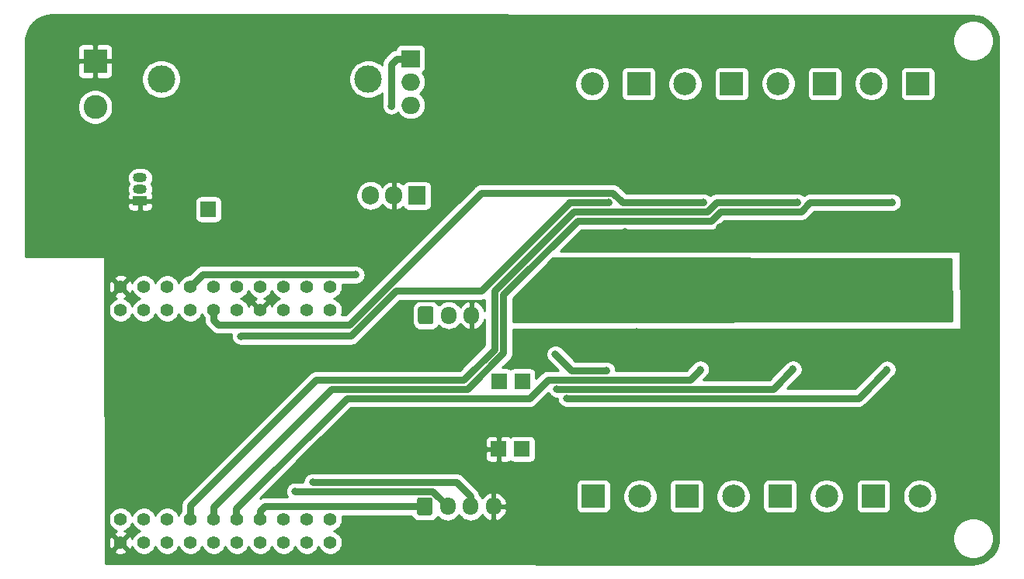
<source format=gbl>
G04 #@! TF.GenerationSoftware,KiCad,Pcbnew,5.1.12-84ad8e8a86~92~ubuntu20.04.1*
G04 #@! TF.CreationDate,2021-11-07T22:28:23+01:00*
G04 #@! TF.ProjectId,CC dimmer low voltage,43432064-696d-46d6-9572-206c6f772076,0.80*
G04 #@! TF.SameCoordinates,Original*
G04 #@! TF.FileFunction,Copper,L2,Bot*
G04 #@! TF.FilePolarity,Positive*
%FSLAX46Y46*%
G04 Gerber Fmt 4.6, Leading zero omitted, Abs format (unit mm)*
G04 Created by KiCad (PCBNEW 5.1.12-84ad8e8a86~92~ubuntu20.04.1) date 2021-11-07 22:28:23*
%MOMM*%
%LPD*%
G01*
G04 APERTURE LIST*
G04 #@! TA.AperFunction,ComponentPad*
%ADD10C,1.400000*%
G04 #@! TD*
G04 #@! TA.AperFunction,ComponentPad*
%ADD11O,2.000000X1.905000*%
G04 #@! TD*
G04 #@! TA.AperFunction,ComponentPad*
%ADD12R,2.000000X1.905000*%
G04 #@! TD*
G04 #@! TA.AperFunction,ComponentPad*
%ADD13C,3.000000*%
G04 #@! TD*
G04 #@! TA.AperFunction,ComponentPad*
%ADD14R,1.700000X1.700000*%
G04 #@! TD*
G04 #@! TA.AperFunction,ComponentPad*
%ADD15O,1.700000X1.950000*%
G04 #@! TD*
G04 #@! TA.AperFunction,ComponentPad*
%ADD16O,1.500000X1.050000*%
G04 #@! TD*
G04 #@! TA.AperFunction,ComponentPad*
%ADD17R,1.500000X1.050000*%
G04 #@! TD*
G04 #@! TA.AperFunction,ComponentPad*
%ADD18R,1.905000X2.000000*%
G04 #@! TD*
G04 #@! TA.AperFunction,ComponentPad*
%ADD19O,1.905000X2.000000*%
G04 #@! TD*
G04 #@! TA.AperFunction,ComponentPad*
%ADD20R,2.600000X2.600000*%
G04 #@! TD*
G04 #@! TA.AperFunction,ComponentPad*
%ADD21C,2.600000*%
G04 #@! TD*
G04 #@! TA.AperFunction,ComponentPad*
%ADD22C,2.500000*%
G04 #@! TD*
G04 #@! TA.AperFunction,ComponentPad*
%ADD23R,2.500000X2.500000*%
G04 #@! TD*
G04 #@! TA.AperFunction,ViaPad*
%ADD24C,0.800000*%
G04 #@! TD*
G04 #@! TA.AperFunction,Conductor*
%ADD25C,0.800000*%
G04 #@! TD*
G04 #@! TA.AperFunction,Conductor*
%ADD26C,0.254000*%
G04 #@! TD*
G04 #@! TA.AperFunction,Conductor*
%ADD27C,0.150000*%
G04 #@! TD*
G04 APERTURE END LIST*
D10*
X135442000Y-82845000D03*
X135442000Y-85385000D03*
X132902000Y-82845000D03*
X132902000Y-85385000D03*
X130362000Y-82845000D03*
X130362000Y-85385000D03*
X127822000Y-82845000D03*
X127822000Y-85385000D03*
X125282000Y-82845000D03*
X125282000Y-85385000D03*
X122742000Y-82845000D03*
X122742000Y-85385000D03*
X120202000Y-82845000D03*
X120202000Y-85385000D03*
X117662000Y-82845000D03*
X117662000Y-85385000D03*
X115122000Y-82845000D03*
X115122000Y-85385000D03*
X112582000Y-82845000D03*
X112582000Y-85385000D03*
X135442000Y-108245000D03*
X135442000Y-110785000D03*
X132902000Y-108245000D03*
X132902000Y-110785000D03*
X130362000Y-108245000D03*
X130362000Y-110785000D03*
X127822000Y-108245000D03*
X127822000Y-110785000D03*
X125282000Y-108245000D03*
X125282000Y-110785000D03*
X122742000Y-108245000D03*
X122742000Y-110785000D03*
X120202000Y-108245000D03*
X120202000Y-110785000D03*
X117662000Y-108245000D03*
X117662000Y-110785000D03*
X115122000Y-108245000D03*
X115122000Y-110785000D03*
X112582000Y-110785000D03*
X112582000Y-108245000D03*
D11*
X144224200Y-63017000D03*
X144224200Y-60477000D03*
D12*
X144224200Y-57937000D03*
D13*
X139601400Y-60172200D03*
X117001400Y-60172200D03*
D14*
X156362000Y-100575000D03*
X156372000Y-93155000D03*
G04 #@! TA.AperFunction,ComponentPad*
G36*
G01*
X145012000Y-86690000D02*
X145012000Y-85240000D01*
G75*
G02*
X145262000Y-84990000I250000J0D01*
G01*
X146462000Y-84990000D01*
G75*
G02*
X146712000Y-85240000I0J-250000D01*
G01*
X146712000Y-86690000D01*
G75*
G02*
X146462000Y-86940000I-250000J0D01*
G01*
X145262000Y-86940000D01*
G75*
G02*
X145012000Y-86690000I0J250000D01*
G01*
G37*
G04 #@! TD.AperFunction*
D15*
X148362000Y-85965000D03*
X150862000Y-85965000D03*
G04 #@! TA.AperFunction,ComponentPad*
G36*
G01*
X144892000Y-107580000D02*
X144892000Y-106130000D01*
G75*
G02*
X145142000Y-105880000I250000J0D01*
G01*
X146342000Y-105880000D01*
G75*
G02*
X146592000Y-106130000I0J-250000D01*
G01*
X146592000Y-107580000D01*
G75*
G02*
X146342000Y-107830000I-250000J0D01*
G01*
X145142000Y-107830000D01*
G75*
G02*
X144892000Y-107580000I0J250000D01*
G01*
G37*
G04 #@! TD.AperFunction*
X148242000Y-106855000D03*
X150742000Y-106855000D03*
X153242000Y-106855000D03*
D14*
X153832000Y-93155000D03*
X153822000Y-100575000D03*
X122152000Y-74395000D03*
D16*
X114709400Y-72216000D03*
X114709400Y-70946000D03*
D17*
X114709400Y-73486000D03*
D18*
X144910000Y-72901800D03*
D19*
X142370000Y-72901800D03*
X139830000Y-72901800D03*
D20*
X109802000Y-58215000D03*
D21*
X109802000Y-63215000D03*
D22*
X163992000Y-60687000D03*
D23*
X169072000Y-60687000D03*
X179222000Y-60685000D03*
D22*
X174142000Y-60685000D03*
X184292000Y-60675000D03*
D23*
X189372000Y-60675000D03*
X199522000Y-60665000D03*
D22*
X194442000Y-60665000D03*
D23*
X194662000Y-105725000D03*
D22*
X199742000Y-105725000D03*
X189572000Y-105725000D03*
D23*
X184492000Y-105725000D03*
X174322000Y-105725000D03*
D22*
X179402000Y-105725000D03*
X169222000Y-105725000D03*
D23*
X164142000Y-105725000D03*
D24*
X103842000Y-77895000D03*
X149262000Y-55555000D03*
X159302000Y-55555000D03*
X205522000Y-60485000D03*
X205572000Y-72135000D03*
X205562000Y-83305000D03*
X205552000Y-106195000D03*
X205582000Y-95835000D03*
X160322000Y-98525000D03*
X112552000Y-101705000D03*
X135054800Y-66357100D03*
X135575500Y-56514600D03*
X121630900Y-56425700D03*
X128158700Y-61848600D03*
X103922000Y-55165000D03*
X124022000Y-66325000D03*
X103862000Y-66195000D03*
X165462000Y-90285000D03*
X175742000Y-90235000D03*
X185912000Y-90215000D03*
X196082000Y-90265000D03*
X199422000Y-87875000D03*
X189192000Y-87835000D03*
X179042000Y-87815000D03*
X168852000Y-87805000D03*
X167592000Y-76835000D03*
X164482000Y-78625000D03*
X174912000Y-78655000D03*
X184972000Y-78575000D03*
X195122000Y-78575000D03*
X198522000Y-76315000D03*
X188062000Y-76335000D03*
X177952000Y-76345000D03*
X149622000Y-87695000D03*
X131002000Y-93065000D03*
X138192000Y-96995000D03*
X116452000Y-112365000D03*
X137682000Y-110885000D03*
X142662000Y-100525000D03*
X130842000Y-103695000D03*
X122912000Y-79035000D03*
X112502000Y-93905000D03*
X121892000Y-98115000D03*
X159422000Y-110285000D03*
X174962000Y-96685000D03*
X164882000Y-96685000D03*
X185182000Y-96755000D03*
X194992000Y-96755000D03*
X189372000Y-110275000D03*
X179092000Y-110275000D03*
X169052000Y-110275000D03*
X173452000Y-57265000D03*
X183882000Y-57225000D03*
X194012000Y-57295000D03*
X167972000Y-69635000D03*
X178322000Y-69565000D03*
X197922000Y-69585000D03*
X188352000Y-69585000D03*
X159852000Y-104225000D03*
X114242000Y-67365000D03*
X113792000Y-77895000D03*
X142103300Y-63093200D03*
X202522000Y-83435000D03*
X197392000Y-83165000D03*
X187142000Y-83185000D03*
X176962000Y-83205000D03*
X166632000Y-83245000D03*
X160762000Y-80475000D03*
X156452000Y-85355000D03*
X197472000Y-80365000D03*
X197132000Y-86095000D03*
X186972000Y-86095000D03*
X187262000Y-80345000D03*
X192152000Y-83335000D03*
X182022000Y-83305000D03*
X177132000Y-80365000D03*
X176782000Y-86115000D03*
X171832000Y-83225000D03*
X166812000Y-80345000D03*
X166492000Y-86155000D03*
X163142000Y-83035000D03*
X160382000Y-85625000D03*
X171442000Y-80395000D03*
X181612000Y-80405000D03*
X191742000Y-80425000D03*
X192592000Y-86185000D03*
X182432000Y-86215000D03*
X172252000Y-86185000D03*
X138232001Y-81544999D03*
X131612000Y-105195000D03*
X133522000Y-104185000D03*
X165772000Y-73605000D03*
X125672000Y-88245000D03*
X176162000Y-73645000D03*
X186362000Y-73625000D03*
X196712000Y-73625000D03*
X196152000Y-91895000D03*
X161212000Y-95015030D03*
X185907000Y-91870000D03*
X160172000Y-94005000D03*
X175797000Y-91880000D03*
X160002011Y-90245011D03*
X165572000Y-92015000D03*
D25*
X142090600Y-63080500D02*
X142103300Y-63093200D01*
X142103300Y-63093200D02*
X142103300Y-58533700D01*
X142700000Y-57937000D02*
X144224200Y-57937000D01*
X142103300Y-58533700D02*
X142700000Y-57937000D01*
X121502001Y-81544999D02*
X138232001Y-81544999D01*
X120202000Y-82845000D02*
X121502001Y-81544999D01*
X138232001Y-81544999D02*
X138232001Y-81544999D01*
X127822000Y-108245000D02*
X127822000Y-107325000D01*
X128292000Y-106855000D02*
X127822000Y-107325000D01*
X145742000Y-106855000D02*
X128292000Y-106855000D01*
X148242000Y-106827902D02*
X146609098Y-105195000D01*
X148242000Y-106855000D02*
X148242000Y-106827902D01*
X146609098Y-105195000D02*
X131612000Y-105195000D01*
X131612000Y-105195000D02*
X131612000Y-105195000D01*
X150742000Y-105745000D02*
X150742000Y-106855000D01*
X149191990Y-104194990D02*
X150742000Y-105745000D01*
X133571990Y-104194990D02*
X149191990Y-104194990D01*
X133562000Y-104185000D02*
X133571990Y-104194990D01*
X133522000Y-104185000D02*
X133562000Y-104185000D01*
X165772000Y-73605000D02*
X165772000Y-73605000D01*
X125692000Y-88225000D02*
X125672000Y-88245000D01*
X137722000Y-88225000D02*
X125692000Y-88225000D01*
X151893546Y-83315000D02*
X142632000Y-83315000D01*
X142632000Y-83315000D02*
X137722000Y-88225000D01*
X161502000Y-73706546D02*
X151893546Y-83315000D01*
X161502000Y-73605000D02*
X161502000Y-73706546D01*
X165772000Y-73605000D02*
X161502000Y-73605000D01*
X176162000Y-73645000D02*
X176162000Y-73645000D01*
X122742000Y-86485000D02*
X122742000Y-85385000D01*
X123232000Y-86975000D02*
X122742000Y-86485000D01*
X137557774Y-86975000D02*
X123232000Y-86975000D01*
X151927784Y-72604990D02*
X137557774Y-86975000D01*
X166251990Y-72604990D02*
X151927784Y-72604990D01*
X167292000Y-73645000D02*
X166251990Y-72604990D01*
X176162000Y-73645000D02*
X167292000Y-73645000D01*
X186362000Y-73625000D02*
X186362000Y-73625000D01*
X177596227Y-73625000D02*
X186362000Y-73625000D01*
X176576218Y-74645010D02*
X177084114Y-74137114D01*
X166877783Y-74645010D02*
X176576218Y-74645010D01*
X177084114Y-74137114D02*
X177596227Y-73625000D01*
X176576217Y-74645010D02*
X177084114Y-74137114D01*
X163162010Y-74645010D02*
X163162000Y-74645000D01*
X166877783Y-74645010D02*
X163162010Y-74645010D01*
X120202000Y-106755000D02*
X120202000Y-108245000D01*
X133922000Y-93035000D02*
X120202000Y-106755000D01*
X135157773Y-93035000D02*
X133922000Y-93035000D01*
X135167793Y-93024980D02*
X135157773Y-93035000D01*
X153331990Y-83290783D02*
X153331990Y-89680784D01*
X161977763Y-74645010D02*
X153331990Y-83290783D01*
X149987794Y-93024980D02*
X135167793Y-93024980D01*
X153331990Y-89680784D02*
X149987794Y-93024980D01*
X163162010Y-74645010D02*
X161977763Y-74645010D01*
X196712000Y-73625000D02*
X196712000Y-73625000D01*
X150402010Y-94024990D02*
X135582010Y-94024990D01*
X122742000Y-106865000D02*
X122742000Y-108245000D01*
X154332000Y-83705000D02*
X154332000Y-90095000D01*
X154332000Y-90095000D02*
X150402010Y-94024990D01*
X176990435Y-75645020D02*
X162391980Y-75645020D01*
X162391980Y-75645020D02*
X154332000Y-83705000D01*
X178010445Y-74625010D02*
X176990435Y-75645020D01*
X186776217Y-74625010D02*
X178010445Y-74625010D01*
X135582010Y-94024990D02*
X122742000Y-106865000D01*
X187776227Y-73625000D02*
X186776217Y-74625010D01*
X196712000Y-73625000D02*
X187776227Y-73625000D01*
X196152000Y-91895000D02*
X193031970Y-95015030D01*
X193031970Y-95015030D02*
X166814651Y-95015030D01*
X166814651Y-95015030D02*
X161212000Y-95015030D01*
X161212000Y-95015030D02*
X161212000Y-95015030D01*
X161262000Y-94015020D02*
X161262000Y-94015020D01*
X161262000Y-94015020D02*
X161262000Y-94015020D01*
X160182020Y-94015020D02*
X160172000Y-94005000D01*
X183761980Y-94015020D02*
X160182020Y-94015020D01*
X185907000Y-91870000D02*
X183761980Y-94015020D01*
X175797000Y-91880000D02*
X174661990Y-93015010D01*
X174661990Y-93015010D02*
X160992010Y-93015010D01*
X160981999Y-93004999D02*
X159212001Y-93004999D01*
X160992010Y-93015010D02*
X160981999Y-93004999D01*
X159212001Y-93004999D02*
X157192000Y-95025000D01*
X137242002Y-95025000D02*
X125182002Y-107085000D01*
X157192000Y-95025000D02*
X137242002Y-95025000D01*
X125182002Y-108145002D02*
X125282000Y-108245000D01*
X125182002Y-107085000D02*
X125182002Y-108145002D01*
X161772000Y-92015000D02*
X160002011Y-90245011D01*
X165572000Y-92015000D02*
X161772000Y-92015000D01*
D26*
X203165718Y-79801895D02*
X203204278Y-86598143D01*
X155367000Y-86651581D01*
X155367000Y-84133710D01*
X159734985Y-79765725D01*
X203165718Y-79801895D01*
G04 #@! TA.AperFunction,Conductor*
D27*
G36*
X203165718Y-79801895D02*
G01*
X203204278Y-86598143D01*
X155367000Y-86651581D01*
X155367000Y-84133710D01*
X159734985Y-79765725D01*
X203165718Y-79801895D01*
G37*
G04 #@! TD.AperFunction*
D26*
X205429913Y-53211782D02*
X206020609Y-53269700D01*
X206556402Y-53431466D01*
X207050569Y-53694219D01*
X207484290Y-54047953D01*
X207841043Y-54479193D01*
X208107242Y-54971519D01*
X208272743Y-55506165D01*
X208334601Y-56094715D01*
X208335613Y-78939840D01*
X160518085Y-78982626D01*
X162820691Y-76680020D01*
X176939607Y-76680020D01*
X176990435Y-76685026D01*
X177041263Y-76680020D01*
X177041273Y-76680020D01*
X177193330Y-76665044D01*
X177388428Y-76605861D01*
X177568232Y-76509754D01*
X177725831Y-76380416D01*
X177758242Y-76340923D01*
X178439156Y-75660010D01*
X186725389Y-75660010D01*
X186776217Y-75665016D01*
X186827045Y-75660010D01*
X186827055Y-75660010D01*
X186979112Y-75645034D01*
X187174210Y-75585851D01*
X187354014Y-75489744D01*
X187511613Y-75360406D01*
X187544024Y-75320913D01*
X188204938Y-74660000D01*
X196813939Y-74660000D01*
X196864057Y-74650031D01*
X196914895Y-74645024D01*
X196963777Y-74630196D01*
X197013898Y-74620226D01*
X197061113Y-74600669D01*
X197109993Y-74585841D01*
X197155042Y-74561762D01*
X197202256Y-74542205D01*
X197244746Y-74513814D01*
X197289797Y-74489734D01*
X197329284Y-74457328D01*
X197371774Y-74428937D01*
X197407908Y-74392803D01*
X197447396Y-74360396D01*
X197479805Y-74320906D01*
X197515937Y-74284774D01*
X197544328Y-74242284D01*
X197576734Y-74202797D01*
X197600814Y-74157746D01*
X197629205Y-74115256D01*
X197648762Y-74068042D01*
X197672841Y-74022993D01*
X197687669Y-73974113D01*
X197707226Y-73926898D01*
X197717196Y-73876777D01*
X197732024Y-73827895D01*
X197737031Y-73777057D01*
X197747000Y-73726939D01*
X197747000Y-73675838D01*
X197752007Y-73625000D01*
X197747000Y-73574162D01*
X197747000Y-73523061D01*
X197737031Y-73472943D01*
X197732024Y-73422105D01*
X197717196Y-73373223D01*
X197707226Y-73323102D01*
X197687669Y-73275887D01*
X197672841Y-73227007D01*
X197648762Y-73181958D01*
X197629205Y-73134744D01*
X197600814Y-73092254D01*
X197576734Y-73047203D01*
X197544328Y-73007716D01*
X197515937Y-72965226D01*
X197479803Y-72929092D01*
X197447396Y-72889604D01*
X197407908Y-72857197D01*
X197371774Y-72821063D01*
X197329284Y-72792672D01*
X197289797Y-72760266D01*
X197244746Y-72736186D01*
X197202256Y-72707795D01*
X197155042Y-72688238D01*
X197109993Y-72664159D01*
X197061113Y-72649331D01*
X197013898Y-72629774D01*
X196963777Y-72619804D01*
X196914895Y-72604976D01*
X196864057Y-72599969D01*
X196813939Y-72590000D01*
X187827062Y-72590000D01*
X187776227Y-72584993D01*
X187725392Y-72590000D01*
X187725389Y-72590000D01*
X187573332Y-72604976D01*
X187378234Y-72664159D01*
X187340817Y-72684159D01*
X187198429Y-72760266D01*
X187099978Y-72841063D01*
X187069114Y-72866393D01*
X187057908Y-72857197D01*
X187021774Y-72821063D01*
X186979284Y-72792672D01*
X186939797Y-72760266D01*
X186894746Y-72736186D01*
X186852256Y-72707795D01*
X186805042Y-72688238D01*
X186759993Y-72664159D01*
X186711113Y-72649331D01*
X186663898Y-72629774D01*
X186613777Y-72619804D01*
X186564895Y-72604976D01*
X186514057Y-72599969D01*
X186463939Y-72590000D01*
X177647061Y-72590000D01*
X177596226Y-72584993D01*
X177545391Y-72590000D01*
X177545389Y-72590000D01*
X177393332Y-72604976D01*
X177198234Y-72664159D01*
X177018430Y-72760266D01*
X176866928Y-72884600D01*
X176857908Y-72877197D01*
X176821774Y-72841063D01*
X176779284Y-72812672D01*
X176739797Y-72780266D01*
X176694746Y-72756186D01*
X176652256Y-72727795D01*
X176605042Y-72708238D01*
X176559993Y-72684159D01*
X176511113Y-72669331D01*
X176463898Y-72649774D01*
X176413777Y-72639804D01*
X176364895Y-72624976D01*
X176314057Y-72619969D01*
X176263939Y-72610000D01*
X167720711Y-72610000D01*
X167019797Y-71909087D01*
X166987386Y-71869594D01*
X166829787Y-71740256D01*
X166649983Y-71644149D01*
X166454885Y-71584966D01*
X166302828Y-71569990D01*
X166302818Y-71569990D01*
X166251990Y-71564984D01*
X166201162Y-71569990D01*
X151978611Y-71569990D01*
X151927783Y-71564984D01*
X151876955Y-71569990D01*
X151876946Y-71569990D01*
X151724889Y-71584966D01*
X151529791Y-71644149D01*
X151446093Y-71688886D01*
X151349986Y-71740256D01*
X151231876Y-71837187D01*
X151192388Y-71869594D01*
X151159981Y-71909082D01*
X137129064Y-85940000D01*
X136657104Y-85940000D01*
X136725696Y-85774405D01*
X136777000Y-85516486D01*
X136777000Y-85253514D01*
X136725696Y-84995595D01*
X136625061Y-84752641D01*
X136478962Y-84533987D01*
X136293013Y-84348038D01*
X136074359Y-84201939D01*
X135864470Y-84115000D01*
X136074359Y-84028061D01*
X136293013Y-83881962D01*
X136478962Y-83696013D01*
X136625061Y-83477359D01*
X136725696Y-83234405D01*
X136777000Y-82976486D01*
X136777000Y-82713514D01*
X136750442Y-82579999D01*
X138333940Y-82579999D01*
X138384058Y-82570030D01*
X138434896Y-82565023D01*
X138483778Y-82550195D01*
X138533899Y-82540225D01*
X138581114Y-82520668D01*
X138629994Y-82505840D01*
X138675043Y-82481761D01*
X138722257Y-82462204D01*
X138764747Y-82433813D01*
X138809798Y-82409733D01*
X138849285Y-82377327D01*
X138891775Y-82348936D01*
X138927909Y-82312802D01*
X138967397Y-82280395D01*
X138999804Y-82240907D01*
X139035938Y-82204773D01*
X139064329Y-82162283D01*
X139096735Y-82122796D01*
X139120815Y-82077745D01*
X139149206Y-82035255D01*
X139168763Y-81988041D01*
X139192842Y-81942992D01*
X139207670Y-81894112D01*
X139227227Y-81846897D01*
X139237197Y-81796776D01*
X139252025Y-81747894D01*
X139257032Y-81697056D01*
X139267001Y-81646938D01*
X139267001Y-81595837D01*
X139272008Y-81544999D01*
X139267001Y-81494161D01*
X139267001Y-81443060D01*
X139257032Y-81392942D01*
X139252025Y-81342104D01*
X139237197Y-81293222D01*
X139227227Y-81243101D01*
X139207670Y-81195886D01*
X139192842Y-81147006D01*
X139168763Y-81101957D01*
X139149206Y-81054743D01*
X139120815Y-81012253D01*
X139096735Y-80967202D01*
X139064329Y-80927715D01*
X139035938Y-80885225D01*
X138999804Y-80849091D01*
X138967397Y-80809603D01*
X138927909Y-80777196D01*
X138891775Y-80741062D01*
X138849285Y-80712671D01*
X138809798Y-80680265D01*
X138764747Y-80656185D01*
X138722257Y-80627794D01*
X138675043Y-80608237D01*
X138629994Y-80584158D01*
X138581114Y-80569330D01*
X138533899Y-80549773D01*
X138483778Y-80539803D01*
X138434896Y-80524975D01*
X138384058Y-80519968D01*
X138333940Y-80509999D01*
X121552828Y-80509999D01*
X121502000Y-80504993D01*
X121451172Y-80509999D01*
X121451163Y-80509999D01*
X121299106Y-80524975D01*
X121104008Y-80584158D01*
X121022371Y-80627794D01*
X120924203Y-80680265D01*
X120806456Y-80776898D01*
X120766605Y-80809603D01*
X120734198Y-80849091D01*
X120073290Y-81510000D01*
X120070514Y-81510000D01*
X119812595Y-81561304D01*
X119569641Y-81661939D01*
X119350987Y-81808038D01*
X119165038Y-81993987D01*
X119018939Y-82212641D01*
X118932000Y-82422530D01*
X118845061Y-82212641D01*
X118698962Y-81993987D01*
X118513013Y-81808038D01*
X118294359Y-81661939D01*
X118051405Y-81561304D01*
X117793486Y-81510000D01*
X117530514Y-81510000D01*
X117272595Y-81561304D01*
X117029641Y-81661939D01*
X116810987Y-81808038D01*
X116625038Y-81993987D01*
X116478939Y-82212641D01*
X116392000Y-82422530D01*
X116305061Y-82212641D01*
X116158962Y-81993987D01*
X115973013Y-81808038D01*
X115754359Y-81661939D01*
X115511405Y-81561304D01*
X115253486Y-81510000D01*
X114990514Y-81510000D01*
X114732595Y-81561304D01*
X114489641Y-81661939D01*
X114270987Y-81808038D01*
X114085038Y-81993987D01*
X113938939Y-82212641D01*
X113850379Y-82426444D01*
X113790935Y-82263634D01*
X113737037Y-82162797D01*
X113503269Y-82103336D01*
X112761605Y-82845000D01*
X113503269Y-83586664D01*
X113737037Y-83527203D01*
X113847934Y-83288758D01*
X113852706Y-83269173D01*
X113938939Y-83477359D01*
X114085038Y-83696013D01*
X114270987Y-83881962D01*
X114489641Y-84028061D01*
X114699530Y-84115000D01*
X114489641Y-84201939D01*
X114270987Y-84348038D01*
X114085038Y-84533987D01*
X113938939Y-84752641D01*
X113852000Y-84962530D01*
X113765061Y-84752641D01*
X113618962Y-84533987D01*
X113433013Y-84348038D01*
X113214359Y-84201939D01*
X113000556Y-84113379D01*
X113163366Y-84053935D01*
X113264203Y-84000037D01*
X113323664Y-83766269D01*
X112582000Y-83024605D01*
X111840336Y-83766269D01*
X111899797Y-84000037D01*
X112138242Y-84110934D01*
X112157827Y-84115706D01*
X111949641Y-84201939D01*
X111730987Y-84348038D01*
X111545038Y-84533987D01*
X111398939Y-84752641D01*
X111298304Y-84995595D01*
X111247000Y-85253514D01*
X111247000Y-85516486D01*
X111298304Y-85774405D01*
X111398939Y-86017359D01*
X111545038Y-86236013D01*
X111730987Y-86421962D01*
X111949641Y-86568061D01*
X112192595Y-86668696D01*
X112450514Y-86720000D01*
X112713486Y-86720000D01*
X112971405Y-86668696D01*
X113214359Y-86568061D01*
X113433013Y-86421962D01*
X113618962Y-86236013D01*
X113765061Y-86017359D01*
X113852000Y-85807470D01*
X113938939Y-86017359D01*
X114085038Y-86236013D01*
X114270987Y-86421962D01*
X114489641Y-86568061D01*
X114732595Y-86668696D01*
X114990514Y-86720000D01*
X115253486Y-86720000D01*
X115511405Y-86668696D01*
X115754359Y-86568061D01*
X115973013Y-86421962D01*
X116158962Y-86236013D01*
X116305061Y-86017359D01*
X116392000Y-85807470D01*
X116478939Y-86017359D01*
X116625038Y-86236013D01*
X116810987Y-86421962D01*
X117029641Y-86568061D01*
X117272595Y-86668696D01*
X117530514Y-86720000D01*
X117793486Y-86720000D01*
X118051405Y-86668696D01*
X118294359Y-86568061D01*
X118513013Y-86421962D01*
X118698962Y-86236013D01*
X118845061Y-86017359D01*
X118932000Y-85807470D01*
X119018939Y-86017359D01*
X119165038Y-86236013D01*
X119350987Y-86421962D01*
X119569641Y-86568061D01*
X119812595Y-86668696D01*
X120070514Y-86720000D01*
X120333486Y-86720000D01*
X120591405Y-86668696D01*
X120834359Y-86568061D01*
X121053013Y-86421962D01*
X121238962Y-86236013D01*
X121385061Y-86017359D01*
X121472000Y-85807470D01*
X121558939Y-86017359D01*
X121705038Y-86236013D01*
X121707000Y-86237975D01*
X121707000Y-86434171D01*
X121701994Y-86485000D01*
X121707000Y-86535828D01*
X121707000Y-86535837D01*
X121721976Y-86687894D01*
X121781159Y-86882992D01*
X121877266Y-87062797D01*
X122006604Y-87220396D01*
X122046097Y-87252807D01*
X122464193Y-87670903D01*
X122496604Y-87710396D01*
X122654203Y-87839734D01*
X122834007Y-87935841D01*
X123029105Y-87995024D01*
X123181162Y-88010000D01*
X123181165Y-88010000D01*
X123232000Y-88015007D01*
X123282835Y-88010000D01*
X124661716Y-88010000D01*
X124651977Y-88042105D01*
X124646971Y-88092933D01*
X124637000Y-88143061D01*
X124637000Y-88194172D01*
X124631994Y-88245000D01*
X124637000Y-88295828D01*
X124637000Y-88346939D01*
X124646971Y-88397067D01*
X124651977Y-88447895D01*
X124666803Y-88496768D01*
X124676774Y-88546898D01*
X124696335Y-88594122D01*
X124711160Y-88642993D01*
X124735236Y-88688036D01*
X124754795Y-88735256D01*
X124783187Y-88777748D01*
X124807266Y-88822797D01*
X124839672Y-88862284D01*
X124868063Y-88904774D01*
X124904197Y-88940908D01*
X124936604Y-88980396D01*
X124976092Y-89012803D01*
X125012226Y-89048937D01*
X125054716Y-89077328D01*
X125094203Y-89109734D01*
X125139252Y-89133813D01*
X125181744Y-89162205D01*
X125228964Y-89181764D01*
X125274007Y-89205840D01*
X125322878Y-89220665D01*
X125370102Y-89240226D01*
X125420232Y-89250197D01*
X125469105Y-89265023D01*
X125519933Y-89270029D01*
X125570061Y-89280000D01*
X125621172Y-89280000D01*
X125672000Y-89285006D01*
X125722828Y-89280000D01*
X125773939Y-89280000D01*
X125824067Y-89270029D01*
X125874895Y-89265023D01*
X125891453Y-89260000D01*
X137671172Y-89260000D01*
X137722000Y-89265006D01*
X137772828Y-89260000D01*
X137772838Y-89260000D01*
X137924895Y-89245024D01*
X138119993Y-89185841D01*
X138299797Y-89089734D01*
X138457396Y-88960396D01*
X138489807Y-88920903D01*
X143060711Y-84350000D01*
X148339815Y-84350000D01*
X148070889Y-84376487D01*
X147790966Y-84461401D01*
X147532986Y-84599294D01*
X147306866Y-84784866D01*
X147254777Y-84848337D01*
X147200405Y-84746614D01*
X147089962Y-84612038D01*
X146955386Y-84501595D01*
X146801850Y-84419528D01*
X146635254Y-84368992D01*
X146462000Y-84351928D01*
X145262000Y-84351928D01*
X145088746Y-84368992D01*
X144922150Y-84419528D01*
X144768614Y-84501595D01*
X144634038Y-84612038D01*
X144523595Y-84746614D01*
X144441528Y-84900150D01*
X144390992Y-85066746D01*
X144373928Y-85240000D01*
X144373928Y-86690000D01*
X144390992Y-86863254D01*
X144441528Y-87029850D01*
X144523595Y-87183386D01*
X144634038Y-87317962D01*
X144768614Y-87428405D01*
X144922150Y-87510472D01*
X145088746Y-87561008D01*
X145262000Y-87578072D01*
X146462000Y-87578072D01*
X146635254Y-87561008D01*
X146801850Y-87510472D01*
X146955386Y-87428405D01*
X147089962Y-87317962D01*
X147200405Y-87183386D01*
X147254777Y-87081663D01*
X147306866Y-87145134D01*
X147532987Y-87330706D01*
X147790967Y-87468599D01*
X148070890Y-87553513D01*
X148362000Y-87582185D01*
X148653111Y-87553513D01*
X148933034Y-87468599D01*
X149191014Y-87330706D01*
X149417134Y-87145134D01*
X149602706Y-86919014D01*
X149616462Y-86893278D01*
X149772951Y-87099429D01*
X149990807Y-87292496D01*
X150242142Y-87439352D01*
X150505110Y-87531476D01*
X150735000Y-87410155D01*
X150735000Y-86092000D01*
X150715000Y-86092000D01*
X150715000Y-85838000D01*
X150735000Y-85838000D01*
X150735000Y-84519845D01*
X150505110Y-84398524D01*
X150242142Y-84490648D01*
X149990807Y-84637504D01*
X149772951Y-84830571D01*
X149616462Y-85036722D01*
X149602706Y-85010986D01*
X149417134Y-84784866D01*
X149191013Y-84599294D01*
X148933033Y-84461401D01*
X148653110Y-84376487D01*
X148384185Y-84350000D01*
X151842718Y-84350000D01*
X151893546Y-84355006D01*
X151944374Y-84350000D01*
X151944384Y-84350000D01*
X152096441Y-84335024D01*
X152291539Y-84275841D01*
X152296990Y-84272927D01*
X152296990Y-85486330D01*
X152254442Y-85324170D01*
X152127053Y-85062430D01*
X151951049Y-84830571D01*
X151733193Y-84637504D01*
X151481858Y-84490648D01*
X151218890Y-84398524D01*
X150989000Y-84519845D01*
X150989000Y-85838000D01*
X151009000Y-85838000D01*
X151009000Y-86092000D01*
X150989000Y-86092000D01*
X150989000Y-87410155D01*
X151218890Y-87531476D01*
X151481858Y-87439352D01*
X151733193Y-87292496D01*
X151951049Y-87099429D01*
X152127053Y-86867570D01*
X152254442Y-86605830D01*
X152296990Y-86443670D01*
X152296991Y-89252072D01*
X149559084Y-91989980D01*
X135218620Y-91989980D01*
X135167792Y-91984974D01*
X135116964Y-91989980D01*
X135116955Y-91989980D01*
X135015218Y-92000000D01*
X133972827Y-92000000D01*
X133921999Y-91994994D01*
X133871171Y-92000000D01*
X133871162Y-92000000D01*
X133719105Y-92014976D01*
X133524007Y-92074159D01*
X133479600Y-92097895D01*
X133344202Y-92170266D01*
X133226092Y-92267197D01*
X133186604Y-92299604D01*
X133154197Y-92339092D01*
X119506097Y-105987193D01*
X119466604Y-106019604D01*
X119337266Y-106177203D01*
X119241159Y-106357008D01*
X119181976Y-106552106D01*
X119167000Y-106704163D01*
X119167000Y-106704172D01*
X119161994Y-106755000D01*
X119167000Y-106805828D01*
X119167000Y-107392025D01*
X119165038Y-107393987D01*
X119018939Y-107612641D01*
X118932000Y-107822530D01*
X118845061Y-107612641D01*
X118698962Y-107393987D01*
X118513013Y-107208038D01*
X118294359Y-107061939D01*
X118051405Y-106961304D01*
X117793486Y-106910000D01*
X117530514Y-106910000D01*
X117272595Y-106961304D01*
X117029641Y-107061939D01*
X116810987Y-107208038D01*
X116625038Y-107393987D01*
X116478939Y-107612641D01*
X116392000Y-107822530D01*
X116305061Y-107612641D01*
X116158962Y-107393987D01*
X115973013Y-107208038D01*
X115754359Y-107061939D01*
X115511405Y-106961304D01*
X115253486Y-106910000D01*
X114990514Y-106910000D01*
X114732595Y-106961304D01*
X114489641Y-107061939D01*
X114270987Y-107208038D01*
X114085038Y-107393987D01*
X113938939Y-107612641D01*
X113852000Y-107822530D01*
X113765061Y-107612641D01*
X113618962Y-107393987D01*
X113433013Y-107208038D01*
X113214359Y-107061939D01*
X112971405Y-106961304D01*
X112713486Y-106910000D01*
X112450514Y-106910000D01*
X112192595Y-106961304D01*
X111949641Y-107061939D01*
X111730987Y-107208038D01*
X111545038Y-107393987D01*
X111398939Y-107612641D01*
X111298304Y-107855595D01*
X111247000Y-108113514D01*
X111247000Y-108376486D01*
X111298304Y-108634405D01*
X111398939Y-108877359D01*
X111545038Y-109096013D01*
X111730987Y-109281962D01*
X111949641Y-109428061D01*
X112163444Y-109516621D01*
X112000634Y-109576065D01*
X111899797Y-109629963D01*
X111840336Y-109863731D01*
X112582000Y-110605395D01*
X113323664Y-109863731D01*
X113264203Y-109629963D01*
X113025758Y-109519066D01*
X113006173Y-109514294D01*
X113214359Y-109428061D01*
X113433013Y-109281962D01*
X113618962Y-109096013D01*
X113765061Y-108877359D01*
X113852000Y-108667470D01*
X113938939Y-108877359D01*
X114085038Y-109096013D01*
X114270987Y-109281962D01*
X114489641Y-109428061D01*
X114699530Y-109515000D01*
X114489641Y-109601939D01*
X114270987Y-109748038D01*
X114085038Y-109933987D01*
X113938939Y-110152641D01*
X113850379Y-110366444D01*
X113790935Y-110203634D01*
X113737037Y-110102797D01*
X113503269Y-110043336D01*
X112761605Y-110785000D01*
X113503269Y-111526664D01*
X113737037Y-111467203D01*
X113847934Y-111228758D01*
X113852706Y-111209173D01*
X113938939Y-111417359D01*
X114085038Y-111636013D01*
X114270987Y-111821962D01*
X114489641Y-111968061D01*
X114732595Y-112068696D01*
X114990514Y-112120000D01*
X115253486Y-112120000D01*
X115511405Y-112068696D01*
X115754359Y-111968061D01*
X115973013Y-111821962D01*
X116158962Y-111636013D01*
X116305061Y-111417359D01*
X116392000Y-111207470D01*
X116478939Y-111417359D01*
X116625038Y-111636013D01*
X116810987Y-111821962D01*
X117029641Y-111968061D01*
X117272595Y-112068696D01*
X117530514Y-112120000D01*
X117793486Y-112120000D01*
X118051405Y-112068696D01*
X118294359Y-111968061D01*
X118513013Y-111821962D01*
X118698962Y-111636013D01*
X118845061Y-111417359D01*
X118932000Y-111207470D01*
X119018939Y-111417359D01*
X119165038Y-111636013D01*
X119350987Y-111821962D01*
X119569641Y-111968061D01*
X119812595Y-112068696D01*
X120070514Y-112120000D01*
X120333486Y-112120000D01*
X120591405Y-112068696D01*
X120834359Y-111968061D01*
X121053013Y-111821962D01*
X121238962Y-111636013D01*
X121385061Y-111417359D01*
X121472000Y-111207470D01*
X121558939Y-111417359D01*
X121705038Y-111636013D01*
X121890987Y-111821962D01*
X122109641Y-111968061D01*
X122352595Y-112068696D01*
X122610514Y-112120000D01*
X122873486Y-112120000D01*
X123131405Y-112068696D01*
X123374359Y-111968061D01*
X123593013Y-111821962D01*
X123778962Y-111636013D01*
X123925061Y-111417359D01*
X124012000Y-111207470D01*
X124098939Y-111417359D01*
X124245038Y-111636013D01*
X124430987Y-111821962D01*
X124649641Y-111968061D01*
X124892595Y-112068696D01*
X125150514Y-112120000D01*
X125413486Y-112120000D01*
X125671405Y-112068696D01*
X125914359Y-111968061D01*
X126133013Y-111821962D01*
X126318962Y-111636013D01*
X126465061Y-111417359D01*
X126552000Y-111207470D01*
X126638939Y-111417359D01*
X126785038Y-111636013D01*
X126970987Y-111821962D01*
X127189641Y-111968061D01*
X127432595Y-112068696D01*
X127690514Y-112120000D01*
X127953486Y-112120000D01*
X128211405Y-112068696D01*
X128454359Y-111968061D01*
X128673013Y-111821962D01*
X128858962Y-111636013D01*
X129005061Y-111417359D01*
X129092000Y-111207470D01*
X129178939Y-111417359D01*
X129325038Y-111636013D01*
X129510987Y-111821962D01*
X129729641Y-111968061D01*
X129972595Y-112068696D01*
X130230514Y-112120000D01*
X130493486Y-112120000D01*
X130751405Y-112068696D01*
X130994359Y-111968061D01*
X131213013Y-111821962D01*
X131398962Y-111636013D01*
X131545061Y-111417359D01*
X131632000Y-111207470D01*
X131718939Y-111417359D01*
X131865038Y-111636013D01*
X132050987Y-111821962D01*
X132269641Y-111968061D01*
X132512595Y-112068696D01*
X132770514Y-112120000D01*
X133033486Y-112120000D01*
X133291405Y-112068696D01*
X133534359Y-111968061D01*
X133753013Y-111821962D01*
X133938962Y-111636013D01*
X134085061Y-111417359D01*
X134172000Y-111207470D01*
X134258939Y-111417359D01*
X134405038Y-111636013D01*
X134590987Y-111821962D01*
X134809641Y-111968061D01*
X135052595Y-112068696D01*
X135310514Y-112120000D01*
X135573486Y-112120000D01*
X135831405Y-112068696D01*
X136074359Y-111968061D01*
X136293013Y-111821962D01*
X136478962Y-111636013D01*
X136625061Y-111417359D01*
X136725696Y-111174405D01*
X136777000Y-110916486D01*
X136777000Y-110653514D01*
X136725696Y-110395595D01*
X136625061Y-110152641D01*
X136586462Y-110094872D01*
X203297000Y-110094872D01*
X203297000Y-110535128D01*
X203382890Y-110966925D01*
X203551369Y-111373669D01*
X203795962Y-111739729D01*
X204107271Y-112051038D01*
X204473331Y-112295631D01*
X204880075Y-112464110D01*
X205311872Y-112550000D01*
X205752128Y-112550000D01*
X206183925Y-112464110D01*
X206590669Y-112295631D01*
X206956729Y-112051038D01*
X207268038Y-111739729D01*
X207512631Y-111373669D01*
X207681110Y-110966925D01*
X207767000Y-110535128D01*
X207767000Y-110094872D01*
X207681110Y-109663075D01*
X207512631Y-109256331D01*
X207268038Y-108890271D01*
X206956729Y-108578962D01*
X206590669Y-108334369D01*
X206183925Y-108165890D01*
X205752128Y-108080000D01*
X205311872Y-108080000D01*
X204880075Y-108165890D01*
X204473331Y-108334369D01*
X204107271Y-108578962D01*
X203795962Y-108890271D01*
X203551369Y-109256331D01*
X203382890Y-109663075D01*
X203297000Y-110094872D01*
X136586462Y-110094872D01*
X136478962Y-109933987D01*
X136293013Y-109748038D01*
X136074359Y-109601939D01*
X135864470Y-109515000D01*
X136074359Y-109428061D01*
X136293013Y-109281962D01*
X136478962Y-109096013D01*
X136625061Y-108877359D01*
X136725696Y-108634405D01*
X136777000Y-108376486D01*
X136777000Y-108113514D01*
X136732540Y-107890000D01*
X144312473Y-107890000D01*
X144321528Y-107919850D01*
X144403595Y-108073386D01*
X144514038Y-108207962D01*
X144648614Y-108318405D01*
X144802150Y-108400472D01*
X144968746Y-108451008D01*
X145142000Y-108468072D01*
X146342000Y-108468072D01*
X146515254Y-108451008D01*
X146681850Y-108400472D01*
X146835386Y-108318405D01*
X146969962Y-108207962D01*
X147080405Y-108073386D01*
X147134777Y-107971663D01*
X147186866Y-108035134D01*
X147412987Y-108220706D01*
X147670967Y-108358599D01*
X147950890Y-108443513D01*
X148242000Y-108472185D01*
X148533111Y-108443513D01*
X148813034Y-108358599D01*
X149071014Y-108220706D01*
X149297134Y-108035134D01*
X149482706Y-107809014D01*
X149492000Y-107791626D01*
X149501294Y-107809014D01*
X149686866Y-108035134D01*
X149912987Y-108220706D01*
X150170967Y-108358599D01*
X150450890Y-108443513D01*
X150742000Y-108472185D01*
X151033111Y-108443513D01*
X151313034Y-108358599D01*
X151571014Y-108220706D01*
X151797134Y-108035134D01*
X151982706Y-107809014D01*
X151996462Y-107783278D01*
X152152951Y-107989429D01*
X152370807Y-108182496D01*
X152622142Y-108329352D01*
X152885110Y-108421476D01*
X153115000Y-108300155D01*
X153115000Y-106982000D01*
X153369000Y-106982000D01*
X153369000Y-108300155D01*
X153598890Y-108421476D01*
X153861858Y-108329352D01*
X154113193Y-108182496D01*
X154331049Y-107989429D01*
X154507053Y-107757570D01*
X154634442Y-107495830D01*
X154708320Y-107214267D01*
X154568165Y-106982000D01*
X153369000Y-106982000D01*
X153115000Y-106982000D01*
X153095000Y-106982000D01*
X153095000Y-106728000D01*
X153115000Y-106728000D01*
X153115000Y-105409845D01*
X153369000Y-105409845D01*
X153369000Y-106728000D01*
X154568165Y-106728000D01*
X154708320Y-106495733D01*
X154634442Y-106214170D01*
X154507053Y-105952430D01*
X154331049Y-105720571D01*
X154113193Y-105527504D01*
X153861858Y-105380648D01*
X153598890Y-105288524D01*
X153369000Y-105409845D01*
X153115000Y-105409845D01*
X152885110Y-105288524D01*
X152622142Y-105380648D01*
X152370807Y-105527504D01*
X152152951Y-105720571D01*
X151996462Y-105926722D01*
X151982706Y-105900986D01*
X151797134Y-105674866D01*
X151773162Y-105655193D01*
X151762024Y-105542105D01*
X151702841Y-105347007D01*
X151634955Y-105220000D01*
X151606734Y-105167202D01*
X151509803Y-105049092D01*
X151477396Y-105009604D01*
X151437908Y-104977197D01*
X150935711Y-104475000D01*
X162253928Y-104475000D01*
X162253928Y-106975000D01*
X162266188Y-107099482D01*
X162302498Y-107219180D01*
X162361463Y-107329494D01*
X162440815Y-107426185D01*
X162537506Y-107505537D01*
X162647820Y-107564502D01*
X162767518Y-107600812D01*
X162892000Y-107613072D01*
X165392000Y-107613072D01*
X165516482Y-107600812D01*
X165636180Y-107564502D01*
X165746494Y-107505537D01*
X165843185Y-107426185D01*
X165922537Y-107329494D01*
X165981502Y-107219180D01*
X166017812Y-107099482D01*
X166030072Y-106975000D01*
X166030072Y-105539344D01*
X167337000Y-105539344D01*
X167337000Y-105910656D01*
X167409439Y-106274834D01*
X167551534Y-106617882D01*
X167757825Y-106926618D01*
X168020382Y-107189175D01*
X168329118Y-107395466D01*
X168672166Y-107537561D01*
X169036344Y-107610000D01*
X169407656Y-107610000D01*
X169771834Y-107537561D01*
X170114882Y-107395466D01*
X170423618Y-107189175D01*
X170686175Y-106926618D01*
X170892466Y-106617882D01*
X171034561Y-106274834D01*
X171107000Y-105910656D01*
X171107000Y-105539344D01*
X171034561Y-105175166D01*
X170892466Y-104832118D01*
X170686175Y-104523382D01*
X170637793Y-104475000D01*
X172433928Y-104475000D01*
X172433928Y-106975000D01*
X172446188Y-107099482D01*
X172482498Y-107219180D01*
X172541463Y-107329494D01*
X172620815Y-107426185D01*
X172717506Y-107505537D01*
X172827820Y-107564502D01*
X172947518Y-107600812D01*
X173072000Y-107613072D01*
X175572000Y-107613072D01*
X175696482Y-107600812D01*
X175816180Y-107564502D01*
X175926494Y-107505537D01*
X176023185Y-107426185D01*
X176102537Y-107329494D01*
X176161502Y-107219180D01*
X176197812Y-107099482D01*
X176210072Y-106975000D01*
X176210072Y-105539344D01*
X177517000Y-105539344D01*
X177517000Y-105910656D01*
X177589439Y-106274834D01*
X177731534Y-106617882D01*
X177937825Y-106926618D01*
X178200382Y-107189175D01*
X178509118Y-107395466D01*
X178852166Y-107537561D01*
X179216344Y-107610000D01*
X179587656Y-107610000D01*
X179951834Y-107537561D01*
X180294882Y-107395466D01*
X180603618Y-107189175D01*
X180866175Y-106926618D01*
X181072466Y-106617882D01*
X181214561Y-106274834D01*
X181287000Y-105910656D01*
X181287000Y-105539344D01*
X181214561Y-105175166D01*
X181072466Y-104832118D01*
X180866175Y-104523382D01*
X180817793Y-104475000D01*
X182603928Y-104475000D01*
X182603928Y-106975000D01*
X182616188Y-107099482D01*
X182652498Y-107219180D01*
X182711463Y-107329494D01*
X182790815Y-107426185D01*
X182887506Y-107505537D01*
X182997820Y-107564502D01*
X183117518Y-107600812D01*
X183242000Y-107613072D01*
X185742000Y-107613072D01*
X185866482Y-107600812D01*
X185986180Y-107564502D01*
X186096494Y-107505537D01*
X186193185Y-107426185D01*
X186272537Y-107329494D01*
X186331502Y-107219180D01*
X186367812Y-107099482D01*
X186380072Y-106975000D01*
X186380072Y-105539344D01*
X187687000Y-105539344D01*
X187687000Y-105910656D01*
X187759439Y-106274834D01*
X187901534Y-106617882D01*
X188107825Y-106926618D01*
X188370382Y-107189175D01*
X188679118Y-107395466D01*
X189022166Y-107537561D01*
X189386344Y-107610000D01*
X189757656Y-107610000D01*
X190121834Y-107537561D01*
X190464882Y-107395466D01*
X190773618Y-107189175D01*
X191036175Y-106926618D01*
X191242466Y-106617882D01*
X191384561Y-106274834D01*
X191457000Y-105910656D01*
X191457000Y-105539344D01*
X191384561Y-105175166D01*
X191242466Y-104832118D01*
X191036175Y-104523382D01*
X190987793Y-104475000D01*
X192773928Y-104475000D01*
X192773928Y-106975000D01*
X192786188Y-107099482D01*
X192822498Y-107219180D01*
X192881463Y-107329494D01*
X192960815Y-107426185D01*
X193057506Y-107505537D01*
X193167820Y-107564502D01*
X193287518Y-107600812D01*
X193412000Y-107613072D01*
X195912000Y-107613072D01*
X196036482Y-107600812D01*
X196156180Y-107564502D01*
X196266494Y-107505537D01*
X196363185Y-107426185D01*
X196442537Y-107329494D01*
X196501502Y-107219180D01*
X196537812Y-107099482D01*
X196550072Y-106975000D01*
X196550072Y-105539344D01*
X197857000Y-105539344D01*
X197857000Y-105910656D01*
X197929439Y-106274834D01*
X198071534Y-106617882D01*
X198277825Y-106926618D01*
X198540382Y-107189175D01*
X198849118Y-107395466D01*
X199192166Y-107537561D01*
X199556344Y-107610000D01*
X199927656Y-107610000D01*
X200291834Y-107537561D01*
X200634882Y-107395466D01*
X200943618Y-107189175D01*
X201206175Y-106926618D01*
X201412466Y-106617882D01*
X201554561Y-106274834D01*
X201627000Y-105910656D01*
X201627000Y-105539344D01*
X201554561Y-105175166D01*
X201412466Y-104832118D01*
X201206175Y-104523382D01*
X200943618Y-104260825D01*
X200634882Y-104054534D01*
X200291834Y-103912439D01*
X199927656Y-103840000D01*
X199556344Y-103840000D01*
X199192166Y-103912439D01*
X198849118Y-104054534D01*
X198540382Y-104260825D01*
X198277825Y-104523382D01*
X198071534Y-104832118D01*
X197929439Y-105175166D01*
X197857000Y-105539344D01*
X196550072Y-105539344D01*
X196550072Y-104475000D01*
X196537812Y-104350518D01*
X196501502Y-104230820D01*
X196442537Y-104120506D01*
X196363185Y-104023815D01*
X196266494Y-103944463D01*
X196156180Y-103885498D01*
X196036482Y-103849188D01*
X195912000Y-103836928D01*
X193412000Y-103836928D01*
X193287518Y-103849188D01*
X193167820Y-103885498D01*
X193057506Y-103944463D01*
X192960815Y-104023815D01*
X192881463Y-104120506D01*
X192822498Y-104230820D01*
X192786188Y-104350518D01*
X192773928Y-104475000D01*
X190987793Y-104475000D01*
X190773618Y-104260825D01*
X190464882Y-104054534D01*
X190121834Y-103912439D01*
X189757656Y-103840000D01*
X189386344Y-103840000D01*
X189022166Y-103912439D01*
X188679118Y-104054534D01*
X188370382Y-104260825D01*
X188107825Y-104523382D01*
X187901534Y-104832118D01*
X187759439Y-105175166D01*
X187687000Y-105539344D01*
X186380072Y-105539344D01*
X186380072Y-104475000D01*
X186367812Y-104350518D01*
X186331502Y-104230820D01*
X186272537Y-104120506D01*
X186193185Y-104023815D01*
X186096494Y-103944463D01*
X185986180Y-103885498D01*
X185866482Y-103849188D01*
X185742000Y-103836928D01*
X183242000Y-103836928D01*
X183117518Y-103849188D01*
X182997820Y-103885498D01*
X182887506Y-103944463D01*
X182790815Y-104023815D01*
X182711463Y-104120506D01*
X182652498Y-104230820D01*
X182616188Y-104350518D01*
X182603928Y-104475000D01*
X180817793Y-104475000D01*
X180603618Y-104260825D01*
X180294882Y-104054534D01*
X179951834Y-103912439D01*
X179587656Y-103840000D01*
X179216344Y-103840000D01*
X178852166Y-103912439D01*
X178509118Y-104054534D01*
X178200382Y-104260825D01*
X177937825Y-104523382D01*
X177731534Y-104832118D01*
X177589439Y-105175166D01*
X177517000Y-105539344D01*
X176210072Y-105539344D01*
X176210072Y-104475000D01*
X176197812Y-104350518D01*
X176161502Y-104230820D01*
X176102537Y-104120506D01*
X176023185Y-104023815D01*
X175926494Y-103944463D01*
X175816180Y-103885498D01*
X175696482Y-103849188D01*
X175572000Y-103836928D01*
X173072000Y-103836928D01*
X172947518Y-103849188D01*
X172827820Y-103885498D01*
X172717506Y-103944463D01*
X172620815Y-104023815D01*
X172541463Y-104120506D01*
X172482498Y-104230820D01*
X172446188Y-104350518D01*
X172433928Y-104475000D01*
X170637793Y-104475000D01*
X170423618Y-104260825D01*
X170114882Y-104054534D01*
X169771834Y-103912439D01*
X169407656Y-103840000D01*
X169036344Y-103840000D01*
X168672166Y-103912439D01*
X168329118Y-104054534D01*
X168020382Y-104260825D01*
X167757825Y-104523382D01*
X167551534Y-104832118D01*
X167409439Y-105175166D01*
X167337000Y-105539344D01*
X166030072Y-105539344D01*
X166030072Y-104475000D01*
X166017812Y-104350518D01*
X165981502Y-104230820D01*
X165922537Y-104120506D01*
X165843185Y-104023815D01*
X165746494Y-103944463D01*
X165636180Y-103885498D01*
X165516482Y-103849188D01*
X165392000Y-103836928D01*
X162892000Y-103836928D01*
X162767518Y-103849188D01*
X162647820Y-103885498D01*
X162537506Y-103944463D01*
X162440815Y-104023815D01*
X162361463Y-104120506D01*
X162302498Y-104230820D01*
X162266188Y-104350518D01*
X162253928Y-104475000D01*
X150935711Y-104475000D01*
X149959797Y-103499087D01*
X149927386Y-103459594D01*
X149769787Y-103330256D01*
X149589983Y-103234149D01*
X149394885Y-103174966D01*
X149242828Y-103159990D01*
X149242818Y-103159990D01*
X149191990Y-103154984D01*
X149141162Y-103159990D01*
X133714270Y-103159990D01*
X133634826Y-103152166D01*
X133623939Y-103150000D01*
X133612828Y-103150000D01*
X133562000Y-103144994D01*
X133511172Y-103150000D01*
X133420061Y-103150000D01*
X133369943Y-103159969D01*
X133319105Y-103164976D01*
X133270223Y-103179804D01*
X133220102Y-103189774D01*
X133172887Y-103209331D01*
X133124007Y-103224159D01*
X133078958Y-103248238D01*
X133031744Y-103267795D01*
X132989254Y-103296186D01*
X132944203Y-103320266D01*
X132904716Y-103352672D01*
X132862226Y-103381063D01*
X132826092Y-103417197D01*
X132786604Y-103449604D01*
X132754197Y-103489092D01*
X132718063Y-103525226D01*
X132689672Y-103567716D01*
X132657266Y-103607203D01*
X132633186Y-103652254D01*
X132604795Y-103694744D01*
X132585238Y-103741958D01*
X132561159Y-103787007D01*
X132546331Y-103835887D01*
X132526774Y-103883102D01*
X132516804Y-103933223D01*
X132501976Y-103982105D01*
X132496969Y-104032943D01*
X132487000Y-104083061D01*
X132487000Y-104134162D01*
X132484455Y-104160000D01*
X131510061Y-104160000D01*
X131459943Y-104169969D01*
X131409105Y-104174976D01*
X131360223Y-104189804D01*
X131310102Y-104199774D01*
X131262887Y-104219331D01*
X131214007Y-104234159D01*
X131168958Y-104258238D01*
X131121744Y-104277795D01*
X131079254Y-104306186D01*
X131034203Y-104330266D01*
X130994716Y-104362672D01*
X130952226Y-104391063D01*
X130916092Y-104427197D01*
X130876604Y-104459604D01*
X130844197Y-104499092D01*
X130808063Y-104535226D01*
X130779672Y-104577716D01*
X130747266Y-104617203D01*
X130723186Y-104662254D01*
X130694795Y-104704744D01*
X130675238Y-104751958D01*
X130651159Y-104797007D01*
X130636331Y-104845887D01*
X130616774Y-104893102D01*
X130606804Y-104943223D01*
X130591976Y-104992105D01*
X130586969Y-105042943D01*
X130577000Y-105093061D01*
X130577000Y-105144162D01*
X130571993Y-105195000D01*
X130577000Y-105245838D01*
X130577000Y-105296939D01*
X130586969Y-105347057D01*
X130591976Y-105397895D01*
X130606804Y-105446777D01*
X130616774Y-105496898D01*
X130636331Y-105544113D01*
X130651159Y-105592993D01*
X130675238Y-105638042D01*
X130694795Y-105685256D01*
X130723186Y-105727746D01*
X130747266Y-105772797D01*
X130779672Y-105812284D01*
X130784828Y-105820000D01*
X128342827Y-105820000D01*
X128291999Y-105814994D01*
X128241171Y-105820000D01*
X128241162Y-105820000D01*
X128089105Y-105834976D01*
X127894007Y-105894159D01*
X127770580Y-105960132D01*
X132305712Y-101425000D01*
X152333928Y-101425000D01*
X152346188Y-101549482D01*
X152382498Y-101669180D01*
X152441463Y-101779494D01*
X152520815Y-101876185D01*
X152617506Y-101955537D01*
X152727820Y-102014502D01*
X152847518Y-102050812D01*
X152972000Y-102063072D01*
X153536250Y-102060000D01*
X153695000Y-101901250D01*
X153695000Y-100702000D01*
X152495750Y-100702000D01*
X152337000Y-100860750D01*
X152333928Y-101425000D01*
X132305712Y-101425000D01*
X134005712Y-99725000D01*
X152333928Y-99725000D01*
X152337000Y-100289250D01*
X152495750Y-100448000D01*
X153695000Y-100448000D01*
X153695000Y-99248750D01*
X153949000Y-99248750D01*
X153949000Y-100448000D01*
X153969000Y-100448000D01*
X153969000Y-100702000D01*
X153949000Y-100702000D01*
X153949000Y-101901250D01*
X154107750Y-102060000D01*
X154672000Y-102063072D01*
X154796482Y-102050812D01*
X154916180Y-102014502D01*
X155026494Y-101955537D01*
X155092000Y-101901778D01*
X155157506Y-101955537D01*
X155267820Y-102014502D01*
X155387518Y-102050812D01*
X155512000Y-102063072D01*
X157212000Y-102063072D01*
X157336482Y-102050812D01*
X157456180Y-102014502D01*
X157566494Y-101955537D01*
X157663185Y-101876185D01*
X157742537Y-101779494D01*
X157801502Y-101669180D01*
X157837812Y-101549482D01*
X157850072Y-101425000D01*
X157850072Y-99725000D01*
X157837812Y-99600518D01*
X157801502Y-99480820D01*
X157742537Y-99370506D01*
X157663185Y-99273815D01*
X157566494Y-99194463D01*
X157456180Y-99135498D01*
X157336482Y-99099188D01*
X157212000Y-99086928D01*
X155512000Y-99086928D01*
X155387518Y-99099188D01*
X155267820Y-99135498D01*
X155157506Y-99194463D01*
X155092000Y-99248222D01*
X155026494Y-99194463D01*
X154916180Y-99135498D01*
X154796482Y-99099188D01*
X154672000Y-99086928D01*
X154107750Y-99090000D01*
X153949000Y-99248750D01*
X153695000Y-99248750D01*
X153536250Y-99090000D01*
X152972000Y-99086928D01*
X152847518Y-99099188D01*
X152727820Y-99135498D01*
X152617506Y-99194463D01*
X152520815Y-99273815D01*
X152441463Y-99370506D01*
X152382498Y-99480820D01*
X152346188Y-99600518D01*
X152333928Y-99725000D01*
X134005712Y-99725000D01*
X137670713Y-96060000D01*
X157141172Y-96060000D01*
X157192000Y-96065006D01*
X157242828Y-96060000D01*
X157242838Y-96060000D01*
X157394895Y-96045024D01*
X157589993Y-95985841D01*
X157769797Y-95889734D01*
X157927396Y-95760396D01*
X157959807Y-95720903D01*
X159234344Y-94446367D01*
X159235236Y-94448036D01*
X159254795Y-94495256D01*
X159283187Y-94537748D01*
X159307266Y-94582797D01*
X159339671Y-94622283D01*
X159368063Y-94664774D01*
X159414217Y-94710928D01*
X159446624Y-94750416D01*
X159486112Y-94782823D01*
X159512226Y-94808937D01*
X159542933Y-94829455D01*
X159604223Y-94879754D01*
X159674149Y-94917130D01*
X159681744Y-94922205D01*
X159690184Y-94925701D01*
X159784027Y-94975861D01*
X159979125Y-95035044D01*
X160131182Y-95050020D01*
X160131191Y-95050020D01*
X160175873Y-95054421D01*
X160177000Y-95065868D01*
X160177000Y-95116969D01*
X160186969Y-95167087D01*
X160191976Y-95217925D01*
X160206804Y-95266807D01*
X160216774Y-95316928D01*
X160236331Y-95364143D01*
X160251159Y-95413023D01*
X160275238Y-95458072D01*
X160294795Y-95505286D01*
X160323186Y-95547776D01*
X160347266Y-95592827D01*
X160379672Y-95632314D01*
X160408063Y-95674804D01*
X160444197Y-95710938D01*
X160476604Y-95750426D01*
X160516092Y-95782833D01*
X160552226Y-95818967D01*
X160594716Y-95847358D01*
X160634203Y-95879764D01*
X160679254Y-95903844D01*
X160721744Y-95932235D01*
X160768958Y-95951792D01*
X160814007Y-95975871D01*
X160862887Y-95990699D01*
X160910102Y-96010256D01*
X160960223Y-96020226D01*
X161009105Y-96035054D01*
X161059943Y-96040061D01*
X161110061Y-96050030D01*
X192981142Y-96050030D01*
X193031970Y-96055036D01*
X193082798Y-96050030D01*
X193082808Y-96050030D01*
X193234865Y-96035054D01*
X193429963Y-95975871D01*
X193609767Y-95879764D01*
X193767366Y-95750426D01*
X193799777Y-95710933D01*
X196919803Y-92590908D01*
X196955937Y-92554774D01*
X196984325Y-92512288D01*
X197016734Y-92472798D01*
X197040816Y-92427744D01*
X197069205Y-92385256D01*
X197088762Y-92338041D01*
X197112840Y-92292994D01*
X197127666Y-92244120D01*
X197147226Y-92196898D01*
X197157197Y-92146768D01*
X197172023Y-92097895D01*
X197177030Y-92047064D01*
X197187000Y-91996939D01*
X197187000Y-91945835D01*
X197192007Y-91895000D01*
X197187000Y-91844165D01*
X197187000Y-91793061D01*
X197177030Y-91742936D01*
X197172023Y-91692105D01*
X197157197Y-91643232D01*
X197147226Y-91593102D01*
X197127665Y-91545878D01*
X197112840Y-91497007D01*
X197088764Y-91451964D01*
X197069205Y-91404744D01*
X197040813Y-91362252D01*
X197016734Y-91317203D01*
X196984328Y-91277716D01*
X196955937Y-91235226D01*
X196919803Y-91199092D01*
X196887396Y-91159604D01*
X196847908Y-91127197D01*
X196811774Y-91091063D01*
X196769284Y-91062672D01*
X196729797Y-91030266D01*
X196684748Y-91006187D01*
X196642256Y-90977795D01*
X196595036Y-90958236D01*
X196549993Y-90934160D01*
X196501122Y-90919335D01*
X196453898Y-90899774D01*
X196403768Y-90889803D01*
X196354895Y-90874977D01*
X196304064Y-90869970D01*
X196253939Y-90860000D01*
X196202835Y-90860000D01*
X196152000Y-90854993D01*
X196101165Y-90860000D01*
X196050061Y-90860000D01*
X195999936Y-90869970D01*
X195949105Y-90874977D01*
X195900232Y-90889803D01*
X195850102Y-90899774D01*
X195802880Y-90919334D01*
X195754006Y-90934160D01*
X195708959Y-90958238D01*
X195661744Y-90977795D01*
X195619256Y-91006184D01*
X195574202Y-91030266D01*
X195534712Y-91062675D01*
X195492226Y-91091063D01*
X195456092Y-91127197D01*
X192603260Y-93980030D01*
X185260680Y-93980030D01*
X186674803Y-92565908D01*
X186710937Y-92529774D01*
X186739325Y-92487288D01*
X186771734Y-92447798D01*
X186795816Y-92402744D01*
X186824205Y-92360256D01*
X186843762Y-92313041D01*
X186867840Y-92267994D01*
X186882666Y-92219119D01*
X186902226Y-92171898D01*
X186912197Y-92121771D01*
X186927023Y-92072896D01*
X186932029Y-92022066D01*
X186942000Y-91971939D01*
X186942000Y-91920829D01*
X186947006Y-91870001D01*
X186942000Y-91819173D01*
X186942000Y-91768061D01*
X186932029Y-91717932D01*
X186927023Y-91667106D01*
X186912198Y-91618234D01*
X186902226Y-91568102D01*
X186882665Y-91520877D01*
X186867840Y-91472007D01*
X186843764Y-91426964D01*
X186824205Y-91379744D01*
X186795813Y-91337252D01*
X186771734Y-91292203D01*
X186739330Y-91252719D01*
X186710937Y-91210226D01*
X186674795Y-91174084D01*
X186642395Y-91134605D01*
X186602916Y-91102205D01*
X186566774Y-91066063D01*
X186524281Y-91037670D01*
X186484797Y-91005266D01*
X186439748Y-90981187D01*
X186397256Y-90952795D01*
X186350036Y-90933236D01*
X186304993Y-90909160D01*
X186256123Y-90894335D01*
X186208898Y-90874774D01*
X186158766Y-90864802D01*
X186109894Y-90849977D01*
X186059068Y-90844971D01*
X186008939Y-90835000D01*
X185957827Y-90835000D01*
X185906999Y-90829994D01*
X185856171Y-90835000D01*
X185805061Y-90835000D01*
X185754934Y-90844971D01*
X185704104Y-90849977D01*
X185655229Y-90864803D01*
X185605102Y-90874774D01*
X185557881Y-90894334D01*
X185509006Y-90909160D01*
X185463959Y-90933238D01*
X185416744Y-90952795D01*
X185374256Y-90981184D01*
X185329202Y-91005266D01*
X185289712Y-91037675D01*
X185247226Y-91066063D01*
X185211092Y-91102197D01*
X183333270Y-92980020D01*
X176160691Y-92980020D01*
X176600937Y-92539774D01*
X176629325Y-92497288D01*
X176661734Y-92457798D01*
X176685817Y-92412742D01*
X176714205Y-92370256D01*
X176733760Y-92323047D01*
X176757841Y-92277994D01*
X176772669Y-92229113D01*
X176792226Y-92181898D01*
X176802197Y-92131771D01*
X176817023Y-92082895D01*
X176822030Y-92032064D01*
X176832000Y-91981939D01*
X176832000Y-91930835D01*
X176837007Y-91880000D01*
X176832000Y-91829165D01*
X176832000Y-91778061D01*
X176822030Y-91727936D01*
X176817023Y-91677105D01*
X176802197Y-91628230D01*
X176792226Y-91578102D01*
X176772668Y-91530885D01*
X176757841Y-91482007D01*
X176733762Y-91436958D01*
X176714205Y-91389744D01*
X176685814Y-91347254D01*
X176661734Y-91302203D01*
X176629328Y-91262716D01*
X176600937Y-91220226D01*
X176564803Y-91184092D01*
X176532396Y-91144604D01*
X176492908Y-91112197D01*
X176456774Y-91076063D01*
X176414284Y-91047672D01*
X176374797Y-91015266D01*
X176329746Y-90991186D01*
X176287256Y-90962795D01*
X176240042Y-90943238D01*
X176194993Y-90919159D01*
X176146115Y-90904332D01*
X176098898Y-90884774D01*
X176048770Y-90874803D01*
X175999895Y-90859977D01*
X175949064Y-90854970D01*
X175898939Y-90845000D01*
X175847835Y-90845000D01*
X175797000Y-90839993D01*
X175746165Y-90845000D01*
X175695061Y-90845000D01*
X175644936Y-90854970D01*
X175594105Y-90859977D01*
X175545229Y-90874803D01*
X175495102Y-90884774D01*
X175447887Y-90904331D01*
X175399006Y-90919159D01*
X175353953Y-90943240D01*
X175306744Y-90962795D01*
X175264258Y-90991183D01*
X175219202Y-91015266D01*
X175179712Y-91047675D01*
X175137226Y-91076063D01*
X175101092Y-91112197D01*
X174233280Y-91980010D01*
X166608561Y-91980010D01*
X166607000Y-91964162D01*
X166607000Y-91913061D01*
X166597031Y-91862943D01*
X166592024Y-91812105D01*
X166577196Y-91763223D01*
X166567226Y-91713102D01*
X166547669Y-91665887D01*
X166532841Y-91617007D01*
X166508762Y-91571958D01*
X166489205Y-91524744D01*
X166460814Y-91482254D01*
X166436734Y-91437203D01*
X166404328Y-91397716D01*
X166375937Y-91355226D01*
X166339803Y-91319092D01*
X166307396Y-91279604D01*
X166267908Y-91247197D01*
X166231774Y-91211063D01*
X166189284Y-91182672D01*
X166149797Y-91150266D01*
X166104746Y-91126186D01*
X166062256Y-91097795D01*
X166015042Y-91078238D01*
X165969993Y-91054159D01*
X165921113Y-91039331D01*
X165873898Y-91019774D01*
X165823777Y-91009804D01*
X165774895Y-90994976D01*
X165724057Y-90989969D01*
X165673939Y-90980000D01*
X162200711Y-90980000D01*
X160805950Y-89585240D01*
X160805948Y-89585237D01*
X160661785Y-89441074D01*
X160619294Y-89412682D01*
X160579808Y-89380277D01*
X160534759Y-89356198D01*
X160492267Y-89327806D01*
X160445047Y-89308247D01*
X160400004Y-89284171D01*
X160351133Y-89269346D01*
X160303909Y-89249785D01*
X160253779Y-89239814D01*
X160204906Y-89224988D01*
X160154078Y-89219982D01*
X160103950Y-89210011D01*
X160052839Y-89210011D01*
X160002011Y-89205005D01*
X159951183Y-89210011D01*
X159900072Y-89210011D01*
X159849944Y-89219982D01*
X159799116Y-89224988D01*
X159750243Y-89239814D01*
X159700113Y-89249785D01*
X159652889Y-89269346D01*
X159604018Y-89284171D01*
X159558975Y-89308247D01*
X159511755Y-89327806D01*
X159469263Y-89356198D01*
X159424214Y-89380277D01*
X159384727Y-89412683D01*
X159342237Y-89441074D01*
X159306103Y-89477208D01*
X159266615Y-89509615D01*
X159234208Y-89549103D01*
X159198074Y-89585237D01*
X159169683Y-89627727D01*
X159137277Y-89667214D01*
X159113198Y-89712263D01*
X159084806Y-89754755D01*
X159065247Y-89801975D01*
X159041171Y-89847018D01*
X159026346Y-89895889D01*
X159006785Y-89943113D01*
X158996814Y-89993243D01*
X158981988Y-90042116D01*
X158976982Y-90092944D01*
X158967011Y-90143072D01*
X158967011Y-90194183D01*
X158962005Y-90245011D01*
X158967011Y-90295839D01*
X158967011Y-90346950D01*
X158976982Y-90397078D01*
X158981988Y-90447906D01*
X158996814Y-90496779D01*
X159006785Y-90546909D01*
X159026346Y-90594133D01*
X159041171Y-90643004D01*
X159065247Y-90688047D01*
X159084806Y-90735267D01*
X159113198Y-90777759D01*
X159137277Y-90822808D01*
X159169682Y-90862294D01*
X159198074Y-90904785D01*
X159342237Y-91048948D01*
X159342240Y-91048950D01*
X160263288Y-91969999D01*
X159262836Y-91969999D01*
X159212001Y-91964992D01*
X159161166Y-91969999D01*
X159161163Y-91969999D01*
X159009106Y-91984975D01*
X158814008Y-92044158D01*
X158760243Y-92072896D01*
X158634203Y-92140265D01*
X158539611Y-92217895D01*
X158476605Y-92269603D01*
X158444198Y-92309091D01*
X157860072Y-92893217D01*
X157860072Y-92305000D01*
X157847812Y-92180518D01*
X157811502Y-92060820D01*
X157752537Y-91950506D01*
X157673185Y-91853815D01*
X157576494Y-91774463D01*
X157466180Y-91715498D01*
X157346482Y-91679188D01*
X157222000Y-91666928D01*
X155522000Y-91666928D01*
X155397518Y-91679188D01*
X155277820Y-91715498D01*
X155167506Y-91774463D01*
X155102000Y-91828222D01*
X155036494Y-91774463D01*
X154926180Y-91715498D01*
X154806482Y-91679188D01*
X154682000Y-91666928D01*
X154221274Y-91669436D01*
X155027908Y-90862803D01*
X155067396Y-90830396D01*
X155099803Y-90790908D01*
X155196734Y-90672798D01*
X155292840Y-90492994D01*
X155292841Y-90492993D01*
X155352024Y-90297895D01*
X155367000Y-90145838D01*
X155367000Y-90145829D01*
X155372006Y-90095001D01*
X155367000Y-90044173D01*
X155367000Y-87482308D01*
X208335992Y-87501403D01*
X208336999Y-110241506D01*
X208279100Y-110832009D01*
X208117335Y-111367800D01*
X207854580Y-111861972D01*
X207500847Y-112295690D01*
X207069606Y-112652444D01*
X206577281Y-112918642D01*
X206042638Y-113084142D01*
X205454130Y-113145996D01*
X110948800Y-113111351D01*
X110944233Y-111706269D01*
X111840336Y-111706269D01*
X111899797Y-111940037D01*
X112138242Y-112050934D01*
X112393740Y-112113183D01*
X112656473Y-112124390D01*
X112916344Y-112084125D01*
X113163366Y-111993935D01*
X113264203Y-111940037D01*
X113323664Y-111706269D01*
X112582000Y-110964605D01*
X111840336Y-111706269D01*
X110944233Y-111706269D01*
X110941480Y-110859473D01*
X111242610Y-110859473D01*
X111282875Y-111119344D01*
X111373065Y-111366366D01*
X111426963Y-111467203D01*
X111660731Y-111526664D01*
X112402395Y-110785000D01*
X111660731Y-110043336D01*
X111426963Y-110102797D01*
X111316066Y-110341242D01*
X111253817Y-110596740D01*
X111242610Y-110859473D01*
X110941480Y-110859473D01*
X110850658Y-82919473D01*
X111242610Y-82919473D01*
X111282875Y-83179344D01*
X111373065Y-83426366D01*
X111426963Y-83527203D01*
X111660731Y-83586664D01*
X112402395Y-82845000D01*
X111660731Y-82103336D01*
X111426963Y-82162797D01*
X111316066Y-82401242D01*
X111253817Y-82656740D01*
X111242610Y-82919473D01*
X110850658Y-82919473D01*
X110847421Y-81923731D01*
X111840336Y-81923731D01*
X112582000Y-82665395D01*
X113323664Y-81923731D01*
X113264203Y-81689963D01*
X113025758Y-81579066D01*
X112770260Y-81516817D01*
X112507527Y-81505610D01*
X112247656Y-81545875D01*
X112000634Y-81636065D01*
X111899797Y-81689963D01*
X111840336Y-81923731D01*
X110847421Y-81923731D01*
X110840249Y-79717615D01*
X110837823Y-79693319D01*
X110830609Y-79669491D01*
X110818885Y-79647528D01*
X110803101Y-79628274D01*
X110783865Y-79612470D01*
X110761915Y-79600722D01*
X110738094Y-79593482D01*
X110713319Y-79591028D01*
X102214391Y-79586400D01*
X102215007Y-74011000D01*
X113321328Y-74011000D01*
X113333588Y-74135482D01*
X113369898Y-74255180D01*
X113428863Y-74365494D01*
X113508215Y-74462185D01*
X113604906Y-74541537D01*
X113715220Y-74600502D01*
X113834918Y-74636812D01*
X113959400Y-74649072D01*
X114423650Y-74646000D01*
X114582400Y-74487250D01*
X114582400Y-73613000D01*
X114836400Y-73613000D01*
X114836400Y-74487250D01*
X114995150Y-74646000D01*
X115459400Y-74649072D01*
X115583882Y-74636812D01*
X115703580Y-74600502D01*
X115813894Y-74541537D01*
X115910585Y-74462185D01*
X115989937Y-74365494D01*
X116048902Y-74255180D01*
X116085212Y-74135482D01*
X116097472Y-74011000D01*
X116094400Y-73771750D01*
X115935650Y-73613000D01*
X114836400Y-73613000D01*
X114582400Y-73613000D01*
X113483150Y-73613000D01*
X113324400Y-73771750D01*
X113321328Y-74011000D01*
X102215007Y-74011000D01*
X102215058Y-73545000D01*
X120663928Y-73545000D01*
X120663928Y-75245000D01*
X120676188Y-75369482D01*
X120712498Y-75489180D01*
X120771463Y-75599494D01*
X120850815Y-75696185D01*
X120947506Y-75775537D01*
X121057820Y-75834502D01*
X121177518Y-75870812D01*
X121302000Y-75883072D01*
X123002000Y-75883072D01*
X123126482Y-75870812D01*
X123246180Y-75834502D01*
X123356494Y-75775537D01*
X123453185Y-75696185D01*
X123532537Y-75599494D01*
X123591502Y-75489180D01*
X123627812Y-75369482D01*
X123640072Y-75245000D01*
X123640072Y-73545000D01*
X123627812Y-73420518D01*
X123591502Y-73300820D01*
X123532537Y-73190506D01*
X123453185Y-73093815D01*
X123356494Y-73014463D01*
X123246180Y-72955498D01*
X123126482Y-72919188D01*
X123002000Y-72906928D01*
X121302000Y-72906928D01*
X121177518Y-72919188D01*
X121057820Y-72955498D01*
X120947506Y-73014463D01*
X120850815Y-73093815D01*
X120771463Y-73190506D01*
X120712498Y-73300820D01*
X120676188Y-73420518D01*
X120663928Y-73545000D01*
X102215058Y-73545000D01*
X102215346Y-70946000D01*
X113318788Y-70946000D01*
X113341185Y-71173400D01*
X113407515Y-71392060D01*
X113508505Y-71581000D01*
X113407515Y-71769940D01*
X113341185Y-71988600D01*
X113318788Y-72216000D01*
X113341185Y-72443400D01*
X113404493Y-72652098D01*
X113369898Y-72716820D01*
X113333588Y-72836518D01*
X113321328Y-72961000D01*
X113324400Y-73200250D01*
X113483150Y-73359000D01*
X114256291Y-73359000D01*
X114257000Y-73359215D01*
X114427421Y-73376000D01*
X114991379Y-73376000D01*
X115161800Y-73359215D01*
X115162509Y-73359000D01*
X115935650Y-73359000D01*
X116094400Y-73200250D01*
X116097472Y-72961000D01*
X116085212Y-72836518D01*
X116066950Y-72776314D01*
X138242500Y-72776314D01*
X138242500Y-73027285D01*
X138265470Y-73260503D01*
X138356245Y-73559748D01*
X138503655Y-73835534D01*
X138702037Y-74077263D01*
X138943765Y-74275645D01*
X139219551Y-74423055D01*
X139518796Y-74513830D01*
X139830000Y-74544481D01*
X140141203Y-74513830D01*
X140440448Y-74423055D01*
X140716234Y-74275645D01*
X140957963Y-74077263D01*
X141105163Y-73897901D01*
X141260563Y-74083115D01*
X141503077Y-74277769D01*
X141778906Y-74421371D01*
X141997020Y-74492363D01*
X142243000Y-74372394D01*
X142243000Y-73028800D01*
X142223000Y-73028800D01*
X142223000Y-72774800D01*
X142243000Y-72774800D01*
X142243000Y-71431206D01*
X142497000Y-71431206D01*
X142497000Y-72774800D01*
X142517000Y-72774800D01*
X142517000Y-73028800D01*
X142497000Y-73028800D01*
X142497000Y-74372394D01*
X142742980Y-74492363D01*
X142961094Y-74421371D01*
X143236923Y-74277769D01*
X143377941Y-74164581D01*
X143426963Y-74256294D01*
X143506315Y-74352985D01*
X143603006Y-74432337D01*
X143713320Y-74491302D01*
X143833018Y-74527612D01*
X143957500Y-74539872D01*
X145862500Y-74539872D01*
X145986982Y-74527612D01*
X146106680Y-74491302D01*
X146216994Y-74432337D01*
X146313685Y-74352985D01*
X146393037Y-74256294D01*
X146452002Y-74145980D01*
X146488312Y-74026282D01*
X146500572Y-73901800D01*
X146500572Y-71901800D01*
X146488312Y-71777318D01*
X146452002Y-71657620D01*
X146393037Y-71547306D01*
X146313685Y-71450615D01*
X146216994Y-71371263D01*
X146106680Y-71312298D01*
X145986982Y-71275988D01*
X145862500Y-71263728D01*
X143957500Y-71263728D01*
X143833018Y-71275988D01*
X143713320Y-71312298D01*
X143603006Y-71371263D01*
X143506315Y-71450615D01*
X143426963Y-71547306D01*
X143377941Y-71639019D01*
X143236923Y-71525831D01*
X142961094Y-71382229D01*
X142742980Y-71311237D01*
X142497000Y-71431206D01*
X142243000Y-71431206D01*
X141997020Y-71311237D01*
X141778906Y-71382229D01*
X141503077Y-71525831D01*
X141260563Y-71720485D01*
X141105162Y-71905700D01*
X140957963Y-71726337D01*
X140716235Y-71527955D01*
X140440449Y-71380545D01*
X140141204Y-71289770D01*
X139830000Y-71259119D01*
X139518797Y-71289770D01*
X139219552Y-71380545D01*
X138943766Y-71527955D01*
X138702037Y-71726337D01*
X138503655Y-71968065D01*
X138356245Y-72243851D01*
X138265470Y-72543096D01*
X138242500Y-72776314D01*
X116066950Y-72776314D01*
X116048902Y-72716820D01*
X116014307Y-72652098D01*
X116077615Y-72443400D01*
X116100012Y-72216000D01*
X116077615Y-71988600D01*
X116011285Y-71769940D01*
X115910295Y-71581000D01*
X116011285Y-71392060D01*
X116077615Y-71173400D01*
X116100012Y-70946000D01*
X116077615Y-70718600D01*
X116011285Y-70499940D01*
X115903571Y-70298421D01*
X115758612Y-70121788D01*
X115581979Y-69976829D01*
X115380460Y-69869115D01*
X115161800Y-69802785D01*
X114991379Y-69786000D01*
X114427421Y-69786000D01*
X114257000Y-69802785D01*
X114038340Y-69869115D01*
X113836821Y-69976829D01*
X113660188Y-70121788D01*
X113515229Y-70298421D01*
X113407515Y-70499940D01*
X113341185Y-70718600D01*
X113318788Y-70946000D01*
X102215346Y-70946000D01*
X102216222Y-63024419D01*
X107867000Y-63024419D01*
X107867000Y-63405581D01*
X107941361Y-63779419D01*
X108087225Y-64131566D01*
X108298987Y-64448491D01*
X108568509Y-64718013D01*
X108885434Y-64929775D01*
X109237581Y-65075639D01*
X109611419Y-65150000D01*
X109992581Y-65150000D01*
X110366419Y-65075639D01*
X110718566Y-64929775D01*
X111035491Y-64718013D01*
X111305013Y-64448491D01*
X111516775Y-64131566D01*
X111662639Y-63779419D01*
X111737000Y-63405581D01*
X111737000Y-63024419D01*
X111662639Y-62650581D01*
X111516775Y-62298434D01*
X111305013Y-61981509D01*
X111035491Y-61711987D01*
X110718566Y-61500225D01*
X110366419Y-61354361D01*
X109992581Y-61280000D01*
X109611419Y-61280000D01*
X109237581Y-61354361D01*
X108885434Y-61500225D01*
X108568509Y-61711987D01*
X108298987Y-61981509D01*
X108087225Y-62298434D01*
X107941361Y-62650581D01*
X107867000Y-63024419D01*
X102216222Y-63024419D01*
X102216611Y-59515000D01*
X107863928Y-59515000D01*
X107876188Y-59639482D01*
X107912498Y-59759180D01*
X107971463Y-59869494D01*
X108050815Y-59966185D01*
X108147506Y-60045537D01*
X108257820Y-60104502D01*
X108377518Y-60140812D01*
X108502000Y-60153072D01*
X109516250Y-60150000D01*
X109675000Y-59991250D01*
X109675000Y-58342000D01*
X109929000Y-58342000D01*
X109929000Y-59991250D01*
X110087750Y-60150000D01*
X111102000Y-60153072D01*
X111226482Y-60140812D01*
X111346180Y-60104502D01*
X111456494Y-60045537D01*
X111553185Y-59966185D01*
X111556684Y-59961921D01*
X114866400Y-59961921D01*
X114866400Y-60382479D01*
X114948447Y-60794956D01*
X115109388Y-61183502D01*
X115343037Y-61533183D01*
X115640417Y-61830563D01*
X115990098Y-62064212D01*
X116378644Y-62225153D01*
X116791121Y-62307200D01*
X117211679Y-62307200D01*
X117624156Y-62225153D01*
X118012702Y-62064212D01*
X118362383Y-61830563D01*
X118659763Y-61533183D01*
X118893412Y-61183502D01*
X119054353Y-60794956D01*
X119136400Y-60382479D01*
X119136400Y-59961921D01*
X137466400Y-59961921D01*
X137466400Y-60382479D01*
X137548447Y-60794956D01*
X137709388Y-61183502D01*
X137943037Y-61533183D01*
X138240417Y-61830563D01*
X138590098Y-62064212D01*
X138978644Y-62225153D01*
X139391121Y-62307200D01*
X139811679Y-62307200D01*
X140224156Y-62225153D01*
X140612702Y-62064212D01*
X140962383Y-61830563D01*
X141068300Y-61724646D01*
X141068300Y-62900724D01*
X141050594Y-63080500D01*
X141070577Y-63283395D01*
X141129760Y-63478493D01*
X141225866Y-63658297D01*
X141280949Y-63725415D01*
X141299363Y-63752974D01*
X141335497Y-63789108D01*
X141367904Y-63828596D01*
X141407392Y-63861003D01*
X141443526Y-63897137D01*
X141486016Y-63925528D01*
X141525503Y-63957934D01*
X141570554Y-63982014D01*
X141613044Y-64010405D01*
X141660258Y-64029962D01*
X141705307Y-64054041D01*
X141754187Y-64068869D01*
X141801402Y-64088426D01*
X141851523Y-64098396D01*
X141900405Y-64113224D01*
X141951243Y-64118231D01*
X142001361Y-64128200D01*
X142052462Y-64128200D01*
X142103300Y-64133207D01*
X142154138Y-64128200D01*
X142205239Y-64128200D01*
X142255358Y-64118231D01*
X142306194Y-64113224D01*
X142355074Y-64098396D01*
X142405198Y-64088426D01*
X142452415Y-64068868D01*
X142501293Y-64054041D01*
X142546342Y-64029962D01*
X142593556Y-64010405D01*
X142636046Y-63982014D01*
X142681097Y-63957934D01*
X142720584Y-63925528D01*
X142763074Y-63897137D01*
X142799208Y-63861003D01*
X142819069Y-63844703D01*
X142850355Y-63903235D01*
X143048737Y-64144963D01*
X143290465Y-64343345D01*
X143566251Y-64490755D01*
X143865496Y-64581530D01*
X144098714Y-64604500D01*
X144349686Y-64604500D01*
X144582904Y-64581530D01*
X144882149Y-64490755D01*
X145157935Y-64343345D01*
X145399663Y-64144963D01*
X145598045Y-63903235D01*
X145745455Y-63627449D01*
X145836230Y-63328204D01*
X145866881Y-63017000D01*
X145836230Y-62705796D01*
X145745455Y-62406551D01*
X145598045Y-62130765D01*
X145399663Y-61889037D01*
X145226591Y-61747000D01*
X145399663Y-61604963D01*
X145598045Y-61363235D01*
X145745455Y-61087449D01*
X145836230Y-60788204D01*
X145864483Y-60501344D01*
X162107000Y-60501344D01*
X162107000Y-60872656D01*
X162179439Y-61236834D01*
X162321534Y-61579882D01*
X162527825Y-61888618D01*
X162790382Y-62151175D01*
X163099118Y-62357466D01*
X163442166Y-62499561D01*
X163806344Y-62572000D01*
X164177656Y-62572000D01*
X164541834Y-62499561D01*
X164884882Y-62357466D01*
X165193618Y-62151175D01*
X165456175Y-61888618D01*
X165662466Y-61579882D01*
X165804561Y-61236834D01*
X165877000Y-60872656D01*
X165877000Y-60501344D01*
X165804561Y-60137166D01*
X165662466Y-59794118D01*
X165456175Y-59485382D01*
X165407793Y-59437000D01*
X167183928Y-59437000D01*
X167183928Y-61937000D01*
X167196188Y-62061482D01*
X167232498Y-62181180D01*
X167291463Y-62291494D01*
X167370815Y-62388185D01*
X167467506Y-62467537D01*
X167577820Y-62526502D01*
X167697518Y-62562812D01*
X167822000Y-62575072D01*
X170322000Y-62575072D01*
X170446482Y-62562812D01*
X170566180Y-62526502D01*
X170676494Y-62467537D01*
X170773185Y-62388185D01*
X170852537Y-62291494D01*
X170911502Y-62181180D01*
X170947812Y-62061482D01*
X170960072Y-61937000D01*
X170960072Y-60499344D01*
X172257000Y-60499344D01*
X172257000Y-60870656D01*
X172329439Y-61234834D01*
X172471534Y-61577882D01*
X172677825Y-61886618D01*
X172940382Y-62149175D01*
X173249118Y-62355466D01*
X173592166Y-62497561D01*
X173956344Y-62570000D01*
X174327656Y-62570000D01*
X174691834Y-62497561D01*
X175034882Y-62355466D01*
X175343618Y-62149175D01*
X175606175Y-61886618D01*
X175812466Y-61577882D01*
X175954561Y-61234834D01*
X176027000Y-60870656D01*
X176027000Y-60499344D01*
X175954561Y-60135166D01*
X175812466Y-59792118D01*
X175606175Y-59483382D01*
X175557793Y-59435000D01*
X177333928Y-59435000D01*
X177333928Y-61935000D01*
X177346188Y-62059482D01*
X177382498Y-62179180D01*
X177441463Y-62289494D01*
X177520815Y-62386185D01*
X177617506Y-62465537D01*
X177727820Y-62524502D01*
X177847518Y-62560812D01*
X177972000Y-62573072D01*
X180472000Y-62573072D01*
X180596482Y-62560812D01*
X180716180Y-62524502D01*
X180826494Y-62465537D01*
X180923185Y-62386185D01*
X181002537Y-62289494D01*
X181061502Y-62179180D01*
X181097812Y-62059482D01*
X181110072Y-61935000D01*
X181110072Y-60489344D01*
X182407000Y-60489344D01*
X182407000Y-60860656D01*
X182479439Y-61224834D01*
X182621534Y-61567882D01*
X182827825Y-61876618D01*
X183090382Y-62139175D01*
X183399118Y-62345466D01*
X183742166Y-62487561D01*
X184106344Y-62560000D01*
X184477656Y-62560000D01*
X184841834Y-62487561D01*
X185184882Y-62345466D01*
X185493618Y-62139175D01*
X185756175Y-61876618D01*
X185962466Y-61567882D01*
X186104561Y-61224834D01*
X186177000Y-60860656D01*
X186177000Y-60489344D01*
X186104561Y-60125166D01*
X185962466Y-59782118D01*
X185756175Y-59473382D01*
X185707793Y-59425000D01*
X187483928Y-59425000D01*
X187483928Y-61925000D01*
X187496188Y-62049482D01*
X187532498Y-62169180D01*
X187591463Y-62279494D01*
X187670815Y-62376185D01*
X187767506Y-62455537D01*
X187877820Y-62514502D01*
X187997518Y-62550812D01*
X188122000Y-62563072D01*
X190622000Y-62563072D01*
X190746482Y-62550812D01*
X190866180Y-62514502D01*
X190976494Y-62455537D01*
X191073185Y-62376185D01*
X191152537Y-62279494D01*
X191211502Y-62169180D01*
X191247812Y-62049482D01*
X191260072Y-61925000D01*
X191260072Y-60479344D01*
X192557000Y-60479344D01*
X192557000Y-60850656D01*
X192629439Y-61214834D01*
X192771534Y-61557882D01*
X192977825Y-61866618D01*
X193240382Y-62129175D01*
X193549118Y-62335466D01*
X193892166Y-62477561D01*
X194256344Y-62550000D01*
X194627656Y-62550000D01*
X194991834Y-62477561D01*
X195334882Y-62335466D01*
X195643618Y-62129175D01*
X195906175Y-61866618D01*
X196112466Y-61557882D01*
X196254561Y-61214834D01*
X196327000Y-60850656D01*
X196327000Y-60479344D01*
X196254561Y-60115166D01*
X196112466Y-59772118D01*
X195906175Y-59463382D01*
X195857793Y-59415000D01*
X197633928Y-59415000D01*
X197633928Y-61915000D01*
X197646188Y-62039482D01*
X197682498Y-62159180D01*
X197741463Y-62269494D01*
X197820815Y-62366185D01*
X197917506Y-62445537D01*
X198027820Y-62504502D01*
X198147518Y-62540812D01*
X198272000Y-62553072D01*
X200772000Y-62553072D01*
X200896482Y-62540812D01*
X201016180Y-62504502D01*
X201126494Y-62445537D01*
X201223185Y-62366185D01*
X201302537Y-62269494D01*
X201361502Y-62159180D01*
X201397812Y-62039482D01*
X201410072Y-61915000D01*
X201410072Y-59415000D01*
X201397812Y-59290518D01*
X201361502Y-59170820D01*
X201302537Y-59060506D01*
X201223185Y-58963815D01*
X201126494Y-58884463D01*
X201016180Y-58825498D01*
X200896482Y-58789188D01*
X200772000Y-58776928D01*
X198272000Y-58776928D01*
X198147518Y-58789188D01*
X198027820Y-58825498D01*
X197917506Y-58884463D01*
X197820815Y-58963815D01*
X197741463Y-59060506D01*
X197682498Y-59170820D01*
X197646188Y-59290518D01*
X197633928Y-59415000D01*
X195857793Y-59415000D01*
X195643618Y-59200825D01*
X195334882Y-58994534D01*
X194991834Y-58852439D01*
X194627656Y-58780000D01*
X194256344Y-58780000D01*
X193892166Y-58852439D01*
X193549118Y-58994534D01*
X193240382Y-59200825D01*
X192977825Y-59463382D01*
X192771534Y-59772118D01*
X192629439Y-60115166D01*
X192557000Y-60479344D01*
X191260072Y-60479344D01*
X191260072Y-59425000D01*
X191247812Y-59300518D01*
X191211502Y-59180820D01*
X191152537Y-59070506D01*
X191073185Y-58973815D01*
X190976494Y-58894463D01*
X190866180Y-58835498D01*
X190746482Y-58799188D01*
X190622000Y-58786928D01*
X188122000Y-58786928D01*
X187997518Y-58799188D01*
X187877820Y-58835498D01*
X187767506Y-58894463D01*
X187670815Y-58973815D01*
X187591463Y-59070506D01*
X187532498Y-59180820D01*
X187496188Y-59300518D01*
X187483928Y-59425000D01*
X185707793Y-59425000D01*
X185493618Y-59210825D01*
X185184882Y-59004534D01*
X184841834Y-58862439D01*
X184477656Y-58790000D01*
X184106344Y-58790000D01*
X183742166Y-58862439D01*
X183399118Y-59004534D01*
X183090382Y-59210825D01*
X182827825Y-59473382D01*
X182621534Y-59782118D01*
X182479439Y-60125166D01*
X182407000Y-60489344D01*
X181110072Y-60489344D01*
X181110072Y-59435000D01*
X181097812Y-59310518D01*
X181061502Y-59190820D01*
X181002537Y-59080506D01*
X180923185Y-58983815D01*
X180826494Y-58904463D01*
X180716180Y-58845498D01*
X180596482Y-58809188D01*
X180472000Y-58796928D01*
X177972000Y-58796928D01*
X177847518Y-58809188D01*
X177727820Y-58845498D01*
X177617506Y-58904463D01*
X177520815Y-58983815D01*
X177441463Y-59080506D01*
X177382498Y-59190820D01*
X177346188Y-59310518D01*
X177333928Y-59435000D01*
X175557793Y-59435000D01*
X175343618Y-59220825D01*
X175034882Y-59014534D01*
X174691834Y-58872439D01*
X174327656Y-58800000D01*
X173956344Y-58800000D01*
X173592166Y-58872439D01*
X173249118Y-59014534D01*
X172940382Y-59220825D01*
X172677825Y-59483382D01*
X172471534Y-59792118D01*
X172329439Y-60135166D01*
X172257000Y-60499344D01*
X170960072Y-60499344D01*
X170960072Y-59437000D01*
X170947812Y-59312518D01*
X170911502Y-59192820D01*
X170852537Y-59082506D01*
X170773185Y-58985815D01*
X170676494Y-58906463D01*
X170566180Y-58847498D01*
X170446482Y-58811188D01*
X170322000Y-58798928D01*
X167822000Y-58798928D01*
X167697518Y-58811188D01*
X167577820Y-58847498D01*
X167467506Y-58906463D01*
X167370815Y-58985815D01*
X167291463Y-59082506D01*
X167232498Y-59192820D01*
X167196188Y-59312518D01*
X167183928Y-59437000D01*
X165407793Y-59437000D01*
X165193618Y-59222825D01*
X164884882Y-59016534D01*
X164541834Y-58874439D01*
X164177656Y-58802000D01*
X163806344Y-58802000D01*
X163442166Y-58874439D01*
X163099118Y-59016534D01*
X162790382Y-59222825D01*
X162527825Y-59485382D01*
X162321534Y-59794118D01*
X162179439Y-60137166D01*
X162107000Y-60501344D01*
X145864483Y-60501344D01*
X145866881Y-60477000D01*
X145836230Y-60165796D01*
X145745455Y-59866551D01*
X145598045Y-59590765D01*
X145494754Y-59464905D01*
X145578694Y-59420037D01*
X145675385Y-59340685D01*
X145754737Y-59243994D01*
X145813702Y-59133680D01*
X145850012Y-59013982D01*
X145862272Y-58889500D01*
X145862272Y-56984500D01*
X145850012Y-56860018D01*
X145813702Y-56740320D01*
X145754737Y-56630006D01*
X145675385Y-56533315D01*
X145578694Y-56453963D01*
X145468380Y-56394998D01*
X145348682Y-56358688D01*
X145224200Y-56346428D01*
X143224200Y-56346428D01*
X143099718Y-56358688D01*
X142980020Y-56394998D01*
X142869706Y-56453963D01*
X142773015Y-56533315D01*
X142693663Y-56630006D01*
X142634698Y-56740320D01*
X142598388Y-56860018D01*
X142593715Y-56907461D01*
X142497105Y-56916976D01*
X142302007Y-56976159D01*
X142218309Y-57020896D01*
X142122202Y-57072266D01*
X142060313Y-57123058D01*
X141964604Y-57201604D01*
X141932193Y-57241097D01*
X141407393Y-57765897D01*
X141367905Y-57798304D01*
X141335498Y-57837792D01*
X141335497Y-57837793D01*
X141238566Y-57955903D01*
X141142460Y-58135707D01*
X141083277Y-58330805D01*
X141063294Y-58533700D01*
X141068301Y-58584538D01*
X141068301Y-58619755D01*
X140962383Y-58513837D01*
X140612702Y-58280188D01*
X140224156Y-58119247D01*
X139811679Y-58037200D01*
X139391121Y-58037200D01*
X138978644Y-58119247D01*
X138590098Y-58280188D01*
X138240417Y-58513837D01*
X137943037Y-58811217D01*
X137709388Y-59160898D01*
X137548447Y-59549444D01*
X137466400Y-59961921D01*
X119136400Y-59961921D01*
X119054353Y-59549444D01*
X118893412Y-59160898D01*
X118659763Y-58811217D01*
X118362383Y-58513837D01*
X118012702Y-58280188D01*
X117624156Y-58119247D01*
X117211679Y-58037200D01*
X116791121Y-58037200D01*
X116378644Y-58119247D01*
X115990098Y-58280188D01*
X115640417Y-58513837D01*
X115343037Y-58811217D01*
X115109388Y-59160898D01*
X114948447Y-59549444D01*
X114866400Y-59961921D01*
X111556684Y-59961921D01*
X111632537Y-59869494D01*
X111691502Y-59759180D01*
X111727812Y-59639482D01*
X111740072Y-59515000D01*
X111737000Y-58500750D01*
X111578250Y-58342000D01*
X109929000Y-58342000D01*
X109675000Y-58342000D01*
X108025750Y-58342000D01*
X107867000Y-58500750D01*
X107863928Y-59515000D01*
X102216611Y-59515000D01*
X102216899Y-56915000D01*
X107863928Y-56915000D01*
X107867000Y-57929250D01*
X108025750Y-58088000D01*
X109675000Y-58088000D01*
X109675000Y-56438750D01*
X109929000Y-56438750D01*
X109929000Y-58088000D01*
X111578250Y-58088000D01*
X111737000Y-57929250D01*
X111740072Y-56915000D01*
X111727812Y-56790518D01*
X111691502Y-56670820D01*
X111632537Y-56560506D01*
X111553185Y-56463815D01*
X111456494Y-56384463D01*
X111346180Y-56325498D01*
X111226482Y-56289188D01*
X111102000Y-56276928D01*
X110087750Y-56280000D01*
X109929000Y-56438750D01*
X109675000Y-56438750D01*
X109516250Y-56280000D01*
X108502000Y-56276928D01*
X108377518Y-56289188D01*
X108257820Y-56325498D01*
X108147506Y-56384463D01*
X108050815Y-56463815D01*
X107971463Y-56560506D01*
X107912498Y-56670820D01*
X107876188Y-56790518D01*
X107863928Y-56915000D01*
X102216899Y-56915000D01*
X102216995Y-56050584D01*
X102245360Y-55774872D01*
X203297000Y-55774872D01*
X203297000Y-56215128D01*
X203382890Y-56646925D01*
X203551369Y-57053669D01*
X203795962Y-57419729D01*
X204107271Y-57731038D01*
X204473331Y-57975631D01*
X204880075Y-58144110D01*
X205311872Y-58230000D01*
X205752128Y-58230000D01*
X206183925Y-58144110D01*
X206590669Y-57975631D01*
X206956729Y-57731038D01*
X207268038Y-57419729D01*
X207512631Y-57053669D01*
X207681110Y-56646925D01*
X207767000Y-56215128D01*
X207767000Y-55774872D01*
X207681110Y-55343075D01*
X207512631Y-54936331D01*
X207268038Y-54570271D01*
X206956729Y-54258962D01*
X206590669Y-54014369D01*
X206183925Y-53845890D01*
X205752128Y-53760000D01*
X205311872Y-53760000D01*
X204880075Y-53845890D01*
X204473331Y-54014369D01*
X204107271Y-54258962D01*
X203795962Y-54570271D01*
X203551369Y-54936331D01*
X203382890Y-55343075D01*
X203297000Y-55774872D01*
X102245360Y-55774872D01*
X102277595Y-55461550D01*
X102441921Y-54926534D01*
X102707035Y-54433628D01*
X103062837Y-54001605D01*
X103495778Y-53646918D01*
X103989368Y-53383076D01*
X104524801Y-53220133D01*
X105114396Y-53161013D01*
X205429913Y-53211782D01*
G04 #@! TA.AperFunction,Conductor*
D27*
G36*
X205429913Y-53211782D02*
G01*
X206020609Y-53269700D01*
X206556402Y-53431466D01*
X207050569Y-53694219D01*
X207484290Y-54047953D01*
X207841043Y-54479193D01*
X208107242Y-54971519D01*
X208272743Y-55506165D01*
X208334601Y-56094715D01*
X208335613Y-78939840D01*
X160518085Y-78982626D01*
X162820691Y-76680020D01*
X176939607Y-76680020D01*
X176990435Y-76685026D01*
X177041263Y-76680020D01*
X177041273Y-76680020D01*
X177193330Y-76665044D01*
X177388428Y-76605861D01*
X177568232Y-76509754D01*
X177725831Y-76380416D01*
X177758242Y-76340923D01*
X178439156Y-75660010D01*
X186725389Y-75660010D01*
X186776217Y-75665016D01*
X186827045Y-75660010D01*
X186827055Y-75660010D01*
X186979112Y-75645034D01*
X187174210Y-75585851D01*
X187354014Y-75489744D01*
X187511613Y-75360406D01*
X187544024Y-75320913D01*
X188204938Y-74660000D01*
X196813939Y-74660000D01*
X196864057Y-74650031D01*
X196914895Y-74645024D01*
X196963777Y-74630196D01*
X197013898Y-74620226D01*
X197061113Y-74600669D01*
X197109993Y-74585841D01*
X197155042Y-74561762D01*
X197202256Y-74542205D01*
X197244746Y-74513814D01*
X197289797Y-74489734D01*
X197329284Y-74457328D01*
X197371774Y-74428937D01*
X197407908Y-74392803D01*
X197447396Y-74360396D01*
X197479805Y-74320906D01*
X197515937Y-74284774D01*
X197544328Y-74242284D01*
X197576734Y-74202797D01*
X197600814Y-74157746D01*
X197629205Y-74115256D01*
X197648762Y-74068042D01*
X197672841Y-74022993D01*
X197687669Y-73974113D01*
X197707226Y-73926898D01*
X197717196Y-73876777D01*
X197732024Y-73827895D01*
X197737031Y-73777057D01*
X197747000Y-73726939D01*
X197747000Y-73675838D01*
X197752007Y-73625000D01*
X197747000Y-73574162D01*
X197747000Y-73523061D01*
X197737031Y-73472943D01*
X197732024Y-73422105D01*
X197717196Y-73373223D01*
X197707226Y-73323102D01*
X197687669Y-73275887D01*
X197672841Y-73227007D01*
X197648762Y-73181958D01*
X197629205Y-73134744D01*
X197600814Y-73092254D01*
X197576734Y-73047203D01*
X197544328Y-73007716D01*
X197515937Y-72965226D01*
X197479803Y-72929092D01*
X197447396Y-72889604D01*
X197407908Y-72857197D01*
X197371774Y-72821063D01*
X197329284Y-72792672D01*
X197289797Y-72760266D01*
X197244746Y-72736186D01*
X197202256Y-72707795D01*
X197155042Y-72688238D01*
X197109993Y-72664159D01*
X197061113Y-72649331D01*
X197013898Y-72629774D01*
X196963777Y-72619804D01*
X196914895Y-72604976D01*
X196864057Y-72599969D01*
X196813939Y-72590000D01*
X187827062Y-72590000D01*
X187776227Y-72584993D01*
X187725392Y-72590000D01*
X187725389Y-72590000D01*
X187573332Y-72604976D01*
X187378234Y-72664159D01*
X187340817Y-72684159D01*
X187198429Y-72760266D01*
X187099978Y-72841063D01*
X187069114Y-72866393D01*
X187057908Y-72857197D01*
X187021774Y-72821063D01*
X186979284Y-72792672D01*
X186939797Y-72760266D01*
X186894746Y-72736186D01*
X186852256Y-72707795D01*
X186805042Y-72688238D01*
X186759993Y-72664159D01*
X186711113Y-72649331D01*
X186663898Y-72629774D01*
X186613777Y-72619804D01*
X186564895Y-72604976D01*
X186514057Y-72599969D01*
X186463939Y-72590000D01*
X177647061Y-72590000D01*
X177596226Y-72584993D01*
X177545391Y-72590000D01*
X177545389Y-72590000D01*
X177393332Y-72604976D01*
X177198234Y-72664159D01*
X177018430Y-72760266D01*
X176866928Y-72884600D01*
X176857908Y-72877197D01*
X176821774Y-72841063D01*
X176779284Y-72812672D01*
X176739797Y-72780266D01*
X176694746Y-72756186D01*
X176652256Y-72727795D01*
X176605042Y-72708238D01*
X176559993Y-72684159D01*
X176511113Y-72669331D01*
X176463898Y-72649774D01*
X176413777Y-72639804D01*
X176364895Y-72624976D01*
X176314057Y-72619969D01*
X176263939Y-72610000D01*
X167720711Y-72610000D01*
X167019797Y-71909087D01*
X166987386Y-71869594D01*
X166829787Y-71740256D01*
X166649983Y-71644149D01*
X166454885Y-71584966D01*
X166302828Y-71569990D01*
X166302818Y-71569990D01*
X166251990Y-71564984D01*
X166201162Y-71569990D01*
X151978611Y-71569990D01*
X151927783Y-71564984D01*
X151876955Y-71569990D01*
X151876946Y-71569990D01*
X151724889Y-71584966D01*
X151529791Y-71644149D01*
X151446093Y-71688886D01*
X151349986Y-71740256D01*
X151231876Y-71837187D01*
X151192388Y-71869594D01*
X151159981Y-71909082D01*
X137129064Y-85940000D01*
X136657104Y-85940000D01*
X136725696Y-85774405D01*
X136777000Y-85516486D01*
X136777000Y-85253514D01*
X136725696Y-84995595D01*
X136625061Y-84752641D01*
X136478962Y-84533987D01*
X136293013Y-84348038D01*
X136074359Y-84201939D01*
X135864470Y-84115000D01*
X136074359Y-84028061D01*
X136293013Y-83881962D01*
X136478962Y-83696013D01*
X136625061Y-83477359D01*
X136725696Y-83234405D01*
X136777000Y-82976486D01*
X136777000Y-82713514D01*
X136750442Y-82579999D01*
X138333940Y-82579999D01*
X138384058Y-82570030D01*
X138434896Y-82565023D01*
X138483778Y-82550195D01*
X138533899Y-82540225D01*
X138581114Y-82520668D01*
X138629994Y-82505840D01*
X138675043Y-82481761D01*
X138722257Y-82462204D01*
X138764747Y-82433813D01*
X138809798Y-82409733D01*
X138849285Y-82377327D01*
X138891775Y-82348936D01*
X138927909Y-82312802D01*
X138967397Y-82280395D01*
X138999804Y-82240907D01*
X139035938Y-82204773D01*
X139064329Y-82162283D01*
X139096735Y-82122796D01*
X139120815Y-82077745D01*
X139149206Y-82035255D01*
X139168763Y-81988041D01*
X139192842Y-81942992D01*
X139207670Y-81894112D01*
X139227227Y-81846897D01*
X139237197Y-81796776D01*
X139252025Y-81747894D01*
X139257032Y-81697056D01*
X139267001Y-81646938D01*
X139267001Y-81595837D01*
X139272008Y-81544999D01*
X139267001Y-81494161D01*
X139267001Y-81443060D01*
X139257032Y-81392942D01*
X139252025Y-81342104D01*
X139237197Y-81293222D01*
X139227227Y-81243101D01*
X139207670Y-81195886D01*
X139192842Y-81147006D01*
X139168763Y-81101957D01*
X139149206Y-81054743D01*
X139120815Y-81012253D01*
X139096735Y-80967202D01*
X139064329Y-80927715D01*
X139035938Y-80885225D01*
X138999804Y-80849091D01*
X138967397Y-80809603D01*
X138927909Y-80777196D01*
X138891775Y-80741062D01*
X138849285Y-80712671D01*
X138809798Y-80680265D01*
X138764747Y-80656185D01*
X138722257Y-80627794D01*
X138675043Y-80608237D01*
X138629994Y-80584158D01*
X138581114Y-80569330D01*
X138533899Y-80549773D01*
X138483778Y-80539803D01*
X138434896Y-80524975D01*
X138384058Y-80519968D01*
X138333940Y-80509999D01*
X121552828Y-80509999D01*
X121502000Y-80504993D01*
X121451172Y-80509999D01*
X121451163Y-80509999D01*
X121299106Y-80524975D01*
X121104008Y-80584158D01*
X121022371Y-80627794D01*
X120924203Y-80680265D01*
X120806456Y-80776898D01*
X120766605Y-80809603D01*
X120734198Y-80849091D01*
X120073290Y-81510000D01*
X120070514Y-81510000D01*
X119812595Y-81561304D01*
X119569641Y-81661939D01*
X119350987Y-81808038D01*
X119165038Y-81993987D01*
X119018939Y-82212641D01*
X118932000Y-82422530D01*
X118845061Y-82212641D01*
X118698962Y-81993987D01*
X118513013Y-81808038D01*
X118294359Y-81661939D01*
X118051405Y-81561304D01*
X117793486Y-81510000D01*
X117530514Y-81510000D01*
X117272595Y-81561304D01*
X117029641Y-81661939D01*
X116810987Y-81808038D01*
X116625038Y-81993987D01*
X116478939Y-82212641D01*
X116392000Y-82422530D01*
X116305061Y-82212641D01*
X116158962Y-81993987D01*
X115973013Y-81808038D01*
X115754359Y-81661939D01*
X115511405Y-81561304D01*
X115253486Y-81510000D01*
X114990514Y-81510000D01*
X114732595Y-81561304D01*
X114489641Y-81661939D01*
X114270987Y-81808038D01*
X114085038Y-81993987D01*
X113938939Y-82212641D01*
X113850379Y-82426444D01*
X113790935Y-82263634D01*
X113737037Y-82162797D01*
X113503269Y-82103336D01*
X112761605Y-82845000D01*
X113503269Y-83586664D01*
X113737037Y-83527203D01*
X113847934Y-83288758D01*
X113852706Y-83269173D01*
X113938939Y-83477359D01*
X114085038Y-83696013D01*
X114270987Y-83881962D01*
X114489641Y-84028061D01*
X114699530Y-84115000D01*
X114489641Y-84201939D01*
X114270987Y-84348038D01*
X114085038Y-84533987D01*
X113938939Y-84752641D01*
X113852000Y-84962530D01*
X113765061Y-84752641D01*
X113618962Y-84533987D01*
X113433013Y-84348038D01*
X113214359Y-84201939D01*
X113000556Y-84113379D01*
X113163366Y-84053935D01*
X113264203Y-84000037D01*
X113323664Y-83766269D01*
X112582000Y-83024605D01*
X111840336Y-83766269D01*
X111899797Y-84000037D01*
X112138242Y-84110934D01*
X112157827Y-84115706D01*
X111949641Y-84201939D01*
X111730987Y-84348038D01*
X111545038Y-84533987D01*
X111398939Y-84752641D01*
X111298304Y-84995595D01*
X111247000Y-85253514D01*
X111247000Y-85516486D01*
X111298304Y-85774405D01*
X111398939Y-86017359D01*
X111545038Y-86236013D01*
X111730987Y-86421962D01*
X111949641Y-86568061D01*
X112192595Y-86668696D01*
X112450514Y-86720000D01*
X112713486Y-86720000D01*
X112971405Y-86668696D01*
X113214359Y-86568061D01*
X113433013Y-86421962D01*
X113618962Y-86236013D01*
X113765061Y-86017359D01*
X113852000Y-85807470D01*
X113938939Y-86017359D01*
X114085038Y-86236013D01*
X114270987Y-86421962D01*
X114489641Y-86568061D01*
X114732595Y-86668696D01*
X114990514Y-86720000D01*
X115253486Y-86720000D01*
X115511405Y-86668696D01*
X115754359Y-86568061D01*
X115973013Y-86421962D01*
X116158962Y-86236013D01*
X116305061Y-86017359D01*
X116392000Y-85807470D01*
X116478939Y-86017359D01*
X116625038Y-86236013D01*
X116810987Y-86421962D01*
X117029641Y-86568061D01*
X117272595Y-86668696D01*
X117530514Y-86720000D01*
X117793486Y-86720000D01*
X118051405Y-86668696D01*
X118294359Y-86568061D01*
X118513013Y-86421962D01*
X118698962Y-86236013D01*
X118845061Y-86017359D01*
X118932000Y-85807470D01*
X119018939Y-86017359D01*
X119165038Y-86236013D01*
X119350987Y-86421962D01*
X119569641Y-86568061D01*
X119812595Y-86668696D01*
X120070514Y-86720000D01*
X120333486Y-86720000D01*
X120591405Y-86668696D01*
X120834359Y-86568061D01*
X121053013Y-86421962D01*
X121238962Y-86236013D01*
X121385061Y-86017359D01*
X121472000Y-85807470D01*
X121558939Y-86017359D01*
X121705038Y-86236013D01*
X121707000Y-86237975D01*
X121707000Y-86434171D01*
X121701994Y-86485000D01*
X121707000Y-86535828D01*
X121707000Y-86535837D01*
X121721976Y-86687894D01*
X121781159Y-86882992D01*
X121877266Y-87062797D01*
X122006604Y-87220396D01*
X122046097Y-87252807D01*
X122464193Y-87670903D01*
X122496604Y-87710396D01*
X122654203Y-87839734D01*
X122834007Y-87935841D01*
X123029105Y-87995024D01*
X123181162Y-88010000D01*
X123181165Y-88010000D01*
X123232000Y-88015007D01*
X123282835Y-88010000D01*
X124661716Y-88010000D01*
X124651977Y-88042105D01*
X124646971Y-88092933D01*
X124637000Y-88143061D01*
X124637000Y-88194172D01*
X124631994Y-88245000D01*
X124637000Y-88295828D01*
X124637000Y-88346939D01*
X124646971Y-88397067D01*
X124651977Y-88447895D01*
X124666803Y-88496768D01*
X124676774Y-88546898D01*
X124696335Y-88594122D01*
X124711160Y-88642993D01*
X124735236Y-88688036D01*
X124754795Y-88735256D01*
X124783187Y-88777748D01*
X124807266Y-88822797D01*
X124839672Y-88862284D01*
X124868063Y-88904774D01*
X124904197Y-88940908D01*
X124936604Y-88980396D01*
X124976092Y-89012803D01*
X125012226Y-89048937D01*
X125054716Y-89077328D01*
X125094203Y-89109734D01*
X125139252Y-89133813D01*
X125181744Y-89162205D01*
X125228964Y-89181764D01*
X125274007Y-89205840D01*
X125322878Y-89220665D01*
X125370102Y-89240226D01*
X125420232Y-89250197D01*
X125469105Y-89265023D01*
X125519933Y-89270029D01*
X125570061Y-89280000D01*
X125621172Y-89280000D01*
X125672000Y-89285006D01*
X125722828Y-89280000D01*
X125773939Y-89280000D01*
X125824067Y-89270029D01*
X125874895Y-89265023D01*
X125891453Y-89260000D01*
X137671172Y-89260000D01*
X137722000Y-89265006D01*
X137772828Y-89260000D01*
X137772838Y-89260000D01*
X137924895Y-89245024D01*
X138119993Y-89185841D01*
X138299797Y-89089734D01*
X138457396Y-88960396D01*
X138489807Y-88920903D01*
X143060711Y-84350000D01*
X148339815Y-84350000D01*
X148070889Y-84376487D01*
X147790966Y-84461401D01*
X147532986Y-84599294D01*
X147306866Y-84784866D01*
X147254777Y-84848337D01*
X147200405Y-84746614D01*
X147089962Y-84612038D01*
X146955386Y-84501595D01*
X146801850Y-84419528D01*
X146635254Y-84368992D01*
X146462000Y-84351928D01*
X145262000Y-84351928D01*
X145088746Y-84368992D01*
X144922150Y-84419528D01*
X144768614Y-84501595D01*
X144634038Y-84612038D01*
X144523595Y-84746614D01*
X144441528Y-84900150D01*
X144390992Y-85066746D01*
X144373928Y-85240000D01*
X144373928Y-86690000D01*
X144390992Y-86863254D01*
X144441528Y-87029850D01*
X144523595Y-87183386D01*
X144634038Y-87317962D01*
X144768614Y-87428405D01*
X144922150Y-87510472D01*
X145088746Y-87561008D01*
X145262000Y-87578072D01*
X146462000Y-87578072D01*
X146635254Y-87561008D01*
X146801850Y-87510472D01*
X146955386Y-87428405D01*
X147089962Y-87317962D01*
X147200405Y-87183386D01*
X147254777Y-87081663D01*
X147306866Y-87145134D01*
X147532987Y-87330706D01*
X147790967Y-87468599D01*
X148070890Y-87553513D01*
X148362000Y-87582185D01*
X148653111Y-87553513D01*
X148933034Y-87468599D01*
X149191014Y-87330706D01*
X149417134Y-87145134D01*
X149602706Y-86919014D01*
X149616462Y-86893278D01*
X149772951Y-87099429D01*
X149990807Y-87292496D01*
X150242142Y-87439352D01*
X150505110Y-87531476D01*
X150735000Y-87410155D01*
X150735000Y-86092000D01*
X150715000Y-86092000D01*
X150715000Y-85838000D01*
X150735000Y-85838000D01*
X150735000Y-84519845D01*
X150505110Y-84398524D01*
X150242142Y-84490648D01*
X149990807Y-84637504D01*
X149772951Y-84830571D01*
X149616462Y-85036722D01*
X149602706Y-85010986D01*
X149417134Y-84784866D01*
X149191013Y-84599294D01*
X148933033Y-84461401D01*
X148653110Y-84376487D01*
X148384185Y-84350000D01*
X151842718Y-84350000D01*
X151893546Y-84355006D01*
X151944374Y-84350000D01*
X151944384Y-84350000D01*
X152096441Y-84335024D01*
X152291539Y-84275841D01*
X152296990Y-84272927D01*
X152296990Y-85486330D01*
X152254442Y-85324170D01*
X152127053Y-85062430D01*
X151951049Y-84830571D01*
X151733193Y-84637504D01*
X151481858Y-84490648D01*
X151218890Y-84398524D01*
X150989000Y-84519845D01*
X150989000Y-85838000D01*
X151009000Y-85838000D01*
X151009000Y-86092000D01*
X150989000Y-86092000D01*
X150989000Y-87410155D01*
X151218890Y-87531476D01*
X151481858Y-87439352D01*
X151733193Y-87292496D01*
X151951049Y-87099429D01*
X152127053Y-86867570D01*
X152254442Y-86605830D01*
X152296990Y-86443670D01*
X152296991Y-89252072D01*
X149559084Y-91989980D01*
X135218620Y-91989980D01*
X135167792Y-91984974D01*
X135116964Y-91989980D01*
X135116955Y-91989980D01*
X135015218Y-92000000D01*
X133972827Y-92000000D01*
X133921999Y-91994994D01*
X133871171Y-92000000D01*
X133871162Y-92000000D01*
X133719105Y-92014976D01*
X133524007Y-92074159D01*
X133479600Y-92097895D01*
X133344202Y-92170266D01*
X133226092Y-92267197D01*
X133186604Y-92299604D01*
X133154197Y-92339092D01*
X119506097Y-105987193D01*
X119466604Y-106019604D01*
X119337266Y-106177203D01*
X119241159Y-106357008D01*
X119181976Y-106552106D01*
X119167000Y-106704163D01*
X119167000Y-106704172D01*
X119161994Y-106755000D01*
X119167000Y-106805828D01*
X119167000Y-107392025D01*
X119165038Y-107393987D01*
X119018939Y-107612641D01*
X118932000Y-107822530D01*
X118845061Y-107612641D01*
X118698962Y-107393987D01*
X118513013Y-107208038D01*
X118294359Y-107061939D01*
X118051405Y-106961304D01*
X117793486Y-106910000D01*
X117530514Y-106910000D01*
X117272595Y-106961304D01*
X117029641Y-107061939D01*
X116810987Y-107208038D01*
X116625038Y-107393987D01*
X116478939Y-107612641D01*
X116392000Y-107822530D01*
X116305061Y-107612641D01*
X116158962Y-107393987D01*
X115973013Y-107208038D01*
X115754359Y-107061939D01*
X115511405Y-106961304D01*
X115253486Y-106910000D01*
X114990514Y-106910000D01*
X114732595Y-106961304D01*
X114489641Y-107061939D01*
X114270987Y-107208038D01*
X114085038Y-107393987D01*
X113938939Y-107612641D01*
X113852000Y-107822530D01*
X113765061Y-107612641D01*
X113618962Y-107393987D01*
X113433013Y-107208038D01*
X113214359Y-107061939D01*
X112971405Y-106961304D01*
X112713486Y-106910000D01*
X112450514Y-106910000D01*
X112192595Y-106961304D01*
X111949641Y-107061939D01*
X111730987Y-107208038D01*
X111545038Y-107393987D01*
X111398939Y-107612641D01*
X111298304Y-107855595D01*
X111247000Y-108113514D01*
X111247000Y-108376486D01*
X111298304Y-108634405D01*
X111398939Y-108877359D01*
X111545038Y-109096013D01*
X111730987Y-109281962D01*
X111949641Y-109428061D01*
X112163444Y-109516621D01*
X112000634Y-109576065D01*
X111899797Y-109629963D01*
X111840336Y-109863731D01*
X112582000Y-110605395D01*
X113323664Y-109863731D01*
X113264203Y-109629963D01*
X113025758Y-109519066D01*
X113006173Y-109514294D01*
X113214359Y-109428061D01*
X113433013Y-109281962D01*
X113618962Y-109096013D01*
X113765061Y-108877359D01*
X113852000Y-108667470D01*
X113938939Y-108877359D01*
X114085038Y-109096013D01*
X114270987Y-109281962D01*
X114489641Y-109428061D01*
X114699530Y-109515000D01*
X114489641Y-109601939D01*
X114270987Y-109748038D01*
X114085038Y-109933987D01*
X113938939Y-110152641D01*
X113850379Y-110366444D01*
X113790935Y-110203634D01*
X113737037Y-110102797D01*
X113503269Y-110043336D01*
X112761605Y-110785000D01*
X113503269Y-111526664D01*
X113737037Y-111467203D01*
X113847934Y-111228758D01*
X113852706Y-111209173D01*
X113938939Y-111417359D01*
X114085038Y-111636013D01*
X114270987Y-111821962D01*
X114489641Y-111968061D01*
X114732595Y-112068696D01*
X114990514Y-112120000D01*
X115253486Y-112120000D01*
X115511405Y-112068696D01*
X115754359Y-111968061D01*
X115973013Y-111821962D01*
X116158962Y-111636013D01*
X116305061Y-111417359D01*
X116392000Y-111207470D01*
X116478939Y-111417359D01*
X116625038Y-111636013D01*
X116810987Y-111821962D01*
X117029641Y-111968061D01*
X117272595Y-112068696D01*
X117530514Y-112120000D01*
X117793486Y-112120000D01*
X118051405Y-112068696D01*
X118294359Y-111968061D01*
X118513013Y-111821962D01*
X118698962Y-111636013D01*
X118845061Y-111417359D01*
X118932000Y-111207470D01*
X119018939Y-111417359D01*
X119165038Y-111636013D01*
X119350987Y-111821962D01*
X119569641Y-111968061D01*
X119812595Y-112068696D01*
X120070514Y-112120000D01*
X120333486Y-112120000D01*
X120591405Y-112068696D01*
X120834359Y-111968061D01*
X121053013Y-111821962D01*
X121238962Y-111636013D01*
X121385061Y-111417359D01*
X121472000Y-111207470D01*
X121558939Y-111417359D01*
X121705038Y-111636013D01*
X121890987Y-111821962D01*
X122109641Y-111968061D01*
X122352595Y-112068696D01*
X122610514Y-112120000D01*
X122873486Y-112120000D01*
X123131405Y-112068696D01*
X123374359Y-111968061D01*
X123593013Y-111821962D01*
X123778962Y-111636013D01*
X123925061Y-111417359D01*
X124012000Y-111207470D01*
X124098939Y-111417359D01*
X124245038Y-111636013D01*
X124430987Y-111821962D01*
X124649641Y-111968061D01*
X124892595Y-112068696D01*
X125150514Y-112120000D01*
X125413486Y-112120000D01*
X125671405Y-112068696D01*
X125914359Y-111968061D01*
X126133013Y-111821962D01*
X126318962Y-111636013D01*
X126465061Y-111417359D01*
X126552000Y-111207470D01*
X126638939Y-111417359D01*
X126785038Y-111636013D01*
X126970987Y-111821962D01*
X127189641Y-111968061D01*
X127432595Y-112068696D01*
X127690514Y-112120000D01*
X127953486Y-112120000D01*
X128211405Y-112068696D01*
X128454359Y-111968061D01*
X128673013Y-111821962D01*
X128858962Y-111636013D01*
X129005061Y-111417359D01*
X129092000Y-111207470D01*
X129178939Y-111417359D01*
X129325038Y-111636013D01*
X129510987Y-111821962D01*
X129729641Y-111968061D01*
X129972595Y-112068696D01*
X130230514Y-112120000D01*
X130493486Y-112120000D01*
X130751405Y-112068696D01*
X130994359Y-111968061D01*
X131213013Y-111821962D01*
X131398962Y-111636013D01*
X131545061Y-111417359D01*
X131632000Y-111207470D01*
X131718939Y-111417359D01*
X131865038Y-111636013D01*
X132050987Y-111821962D01*
X132269641Y-111968061D01*
X132512595Y-112068696D01*
X132770514Y-112120000D01*
X133033486Y-112120000D01*
X133291405Y-112068696D01*
X133534359Y-111968061D01*
X133753013Y-111821962D01*
X133938962Y-111636013D01*
X134085061Y-111417359D01*
X134172000Y-111207470D01*
X134258939Y-111417359D01*
X134405038Y-111636013D01*
X134590987Y-111821962D01*
X134809641Y-111968061D01*
X135052595Y-112068696D01*
X135310514Y-112120000D01*
X135573486Y-112120000D01*
X135831405Y-112068696D01*
X136074359Y-111968061D01*
X136293013Y-111821962D01*
X136478962Y-111636013D01*
X136625061Y-111417359D01*
X136725696Y-111174405D01*
X136777000Y-110916486D01*
X136777000Y-110653514D01*
X136725696Y-110395595D01*
X136625061Y-110152641D01*
X136586462Y-110094872D01*
X203297000Y-110094872D01*
X203297000Y-110535128D01*
X203382890Y-110966925D01*
X203551369Y-111373669D01*
X203795962Y-111739729D01*
X204107271Y-112051038D01*
X204473331Y-112295631D01*
X204880075Y-112464110D01*
X205311872Y-112550000D01*
X205752128Y-112550000D01*
X206183925Y-112464110D01*
X206590669Y-112295631D01*
X206956729Y-112051038D01*
X207268038Y-111739729D01*
X207512631Y-111373669D01*
X207681110Y-110966925D01*
X207767000Y-110535128D01*
X207767000Y-110094872D01*
X207681110Y-109663075D01*
X207512631Y-109256331D01*
X207268038Y-108890271D01*
X206956729Y-108578962D01*
X206590669Y-108334369D01*
X206183925Y-108165890D01*
X205752128Y-108080000D01*
X205311872Y-108080000D01*
X204880075Y-108165890D01*
X204473331Y-108334369D01*
X204107271Y-108578962D01*
X203795962Y-108890271D01*
X203551369Y-109256331D01*
X203382890Y-109663075D01*
X203297000Y-110094872D01*
X136586462Y-110094872D01*
X136478962Y-109933987D01*
X136293013Y-109748038D01*
X136074359Y-109601939D01*
X135864470Y-109515000D01*
X136074359Y-109428061D01*
X136293013Y-109281962D01*
X136478962Y-109096013D01*
X136625061Y-108877359D01*
X136725696Y-108634405D01*
X136777000Y-108376486D01*
X136777000Y-108113514D01*
X136732540Y-107890000D01*
X144312473Y-107890000D01*
X144321528Y-107919850D01*
X144403595Y-108073386D01*
X144514038Y-108207962D01*
X144648614Y-108318405D01*
X144802150Y-108400472D01*
X144968746Y-108451008D01*
X145142000Y-108468072D01*
X146342000Y-108468072D01*
X146515254Y-108451008D01*
X146681850Y-108400472D01*
X146835386Y-108318405D01*
X146969962Y-108207962D01*
X147080405Y-108073386D01*
X147134777Y-107971663D01*
X147186866Y-108035134D01*
X147412987Y-108220706D01*
X147670967Y-108358599D01*
X147950890Y-108443513D01*
X148242000Y-108472185D01*
X148533111Y-108443513D01*
X148813034Y-108358599D01*
X149071014Y-108220706D01*
X149297134Y-108035134D01*
X149482706Y-107809014D01*
X149492000Y-107791626D01*
X149501294Y-107809014D01*
X149686866Y-108035134D01*
X149912987Y-108220706D01*
X150170967Y-108358599D01*
X150450890Y-108443513D01*
X150742000Y-108472185D01*
X151033111Y-108443513D01*
X151313034Y-108358599D01*
X151571014Y-108220706D01*
X151797134Y-108035134D01*
X151982706Y-107809014D01*
X151996462Y-107783278D01*
X152152951Y-107989429D01*
X152370807Y-108182496D01*
X152622142Y-108329352D01*
X152885110Y-108421476D01*
X153115000Y-108300155D01*
X153115000Y-106982000D01*
X153369000Y-106982000D01*
X153369000Y-108300155D01*
X153598890Y-108421476D01*
X153861858Y-108329352D01*
X154113193Y-108182496D01*
X154331049Y-107989429D01*
X154507053Y-107757570D01*
X154634442Y-107495830D01*
X154708320Y-107214267D01*
X154568165Y-106982000D01*
X153369000Y-106982000D01*
X153115000Y-106982000D01*
X153095000Y-106982000D01*
X153095000Y-106728000D01*
X153115000Y-106728000D01*
X153115000Y-105409845D01*
X153369000Y-105409845D01*
X153369000Y-106728000D01*
X154568165Y-106728000D01*
X154708320Y-106495733D01*
X154634442Y-106214170D01*
X154507053Y-105952430D01*
X154331049Y-105720571D01*
X154113193Y-105527504D01*
X153861858Y-105380648D01*
X153598890Y-105288524D01*
X153369000Y-105409845D01*
X153115000Y-105409845D01*
X152885110Y-105288524D01*
X152622142Y-105380648D01*
X152370807Y-105527504D01*
X152152951Y-105720571D01*
X151996462Y-105926722D01*
X151982706Y-105900986D01*
X151797134Y-105674866D01*
X151773162Y-105655193D01*
X151762024Y-105542105D01*
X151702841Y-105347007D01*
X151634955Y-105220000D01*
X151606734Y-105167202D01*
X151509803Y-105049092D01*
X151477396Y-105009604D01*
X151437908Y-104977197D01*
X150935711Y-104475000D01*
X162253928Y-104475000D01*
X162253928Y-106975000D01*
X162266188Y-107099482D01*
X162302498Y-107219180D01*
X162361463Y-107329494D01*
X162440815Y-107426185D01*
X162537506Y-107505537D01*
X162647820Y-107564502D01*
X162767518Y-107600812D01*
X162892000Y-107613072D01*
X165392000Y-107613072D01*
X165516482Y-107600812D01*
X165636180Y-107564502D01*
X165746494Y-107505537D01*
X165843185Y-107426185D01*
X165922537Y-107329494D01*
X165981502Y-107219180D01*
X166017812Y-107099482D01*
X166030072Y-106975000D01*
X166030072Y-105539344D01*
X167337000Y-105539344D01*
X167337000Y-105910656D01*
X167409439Y-106274834D01*
X167551534Y-106617882D01*
X167757825Y-106926618D01*
X168020382Y-107189175D01*
X168329118Y-107395466D01*
X168672166Y-107537561D01*
X169036344Y-107610000D01*
X169407656Y-107610000D01*
X169771834Y-107537561D01*
X170114882Y-107395466D01*
X170423618Y-107189175D01*
X170686175Y-106926618D01*
X170892466Y-106617882D01*
X171034561Y-106274834D01*
X171107000Y-105910656D01*
X171107000Y-105539344D01*
X171034561Y-105175166D01*
X170892466Y-104832118D01*
X170686175Y-104523382D01*
X170637793Y-104475000D01*
X172433928Y-104475000D01*
X172433928Y-106975000D01*
X172446188Y-107099482D01*
X172482498Y-107219180D01*
X172541463Y-107329494D01*
X172620815Y-107426185D01*
X172717506Y-107505537D01*
X172827820Y-107564502D01*
X172947518Y-107600812D01*
X173072000Y-107613072D01*
X175572000Y-107613072D01*
X175696482Y-107600812D01*
X175816180Y-107564502D01*
X175926494Y-107505537D01*
X176023185Y-107426185D01*
X176102537Y-107329494D01*
X176161502Y-107219180D01*
X176197812Y-107099482D01*
X176210072Y-106975000D01*
X176210072Y-105539344D01*
X177517000Y-105539344D01*
X177517000Y-105910656D01*
X177589439Y-106274834D01*
X177731534Y-106617882D01*
X177937825Y-106926618D01*
X178200382Y-107189175D01*
X178509118Y-107395466D01*
X178852166Y-107537561D01*
X179216344Y-107610000D01*
X179587656Y-107610000D01*
X179951834Y-107537561D01*
X180294882Y-107395466D01*
X180603618Y-107189175D01*
X180866175Y-106926618D01*
X181072466Y-106617882D01*
X181214561Y-106274834D01*
X181287000Y-105910656D01*
X181287000Y-105539344D01*
X181214561Y-105175166D01*
X181072466Y-104832118D01*
X180866175Y-104523382D01*
X180817793Y-104475000D01*
X182603928Y-104475000D01*
X182603928Y-106975000D01*
X182616188Y-107099482D01*
X182652498Y-107219180D01*
X182711463Y-107329494D01*
X182790815Y-107426185D01*
X182887506Y-107505537D01*
X182997820Y-107564502D01*
X183117518Y-107600812D01*
X183242000Y-107613072D01*
X185742000Y-107613072D01*
X185866482Y-107600812D01*
X185986180Y-107564502D01*
X186096494Y-107505537D01*
X186193185Y-107426185D01*
X186272537Y-107329494D01*
X186331502Y-107219180D01*
X186367812Y-107099482D01*
X186380072Y-106975000D01*
X186380072Y-105539344D01*
X187687000Y-105539344D01*
X187687000Y-105910656D01*
X187759439Y-106274834D01*
X187901534Y-106617882D01*
X188107825Y-106926618D01*
X188370382Y-107189175D01*
X188679118Y-107395466D01*
X189022166Y-107537561D01*
X189386344Y-107610000D01*
X189757656Y-107610000D01*
X190121834Y-107537561D01*
X190464882Y-107395466D01*
X190773618Y-107189175D01*
X191036175Y-106926618D01*
X191242466Y-106617882D01*
X191384561Y-106274834D01*
X191457000Y-105910656D01*
X191457000Y-105539344D01*
X191384561Y-105175166D01*
X191242466Y-104832118D01*
X191036175Y-104523382D01*
X190987793Y-104475000D01*
X192773928Y-104475000D01*
X192773928Y-106975000D01*
X192786188Y-107099482D01*
X192822498Y-107219180D01*
X192881463Y-107329494D01*
X192960815Y-107426185D01*
X193057506Y-107505537D01*
X193167820Y-107564502D01*
X193287518Y-107600812D01*
X193412000Y-107613072D01*
X195912000Y-107613072D01*
X196036482Y-107600812D01*
X196156180Y-107564502D01*
X196266494Y-107505537D01*
X196363185Y-107426185D01*
X196442537Y-107329494D01*
X196501502Y-107219180D01*
X196537812Y-107099482D01*
X196550072Y-106975000D01*
X196550072Y-105539344D01*
X197857000Y-105539344D01*
X197857000Y-105910656D01*
X197929439Y-106274834D01*
X198071534Y-106617882D01*
X198277825Y-106926618D01*
X198540382Y-107189175D01*
X198849118Y-107395466D01*
X199192166Y-107537561D01*
X199556344Y-107610000D01*
X199927656Y-107610000D01*
X200291834Y-107537561D01*
X200634882Y-107395466D01*
X200943618Y-107189175D01*
X201206175Y-106926618D01*
X201412466Y-106617882D01*
X201554561Y-106274834D01*
X201627000Y-105910656D01*
X201627000Y-105539344D01*
X201554561Y-105175166D01*
X201412466Y-104832118D01*
X201206175Y-104523382D01*
X200943618Y-104260825D01*
X200634882Y-104054534D01*
X200291834Y-103912439D01*
X199927656Y-103840000D01*
X199556344Y-103840000D01*
X199192166Y-103912439D01*
X198849118Y-104054534D01*
X198540382Y-104260825D01*
X198277825Y-104523382D01*
X198071534Y-104832118D01*
X197929439Y-105175166D01*
X197857000Y-105539344D01*
X196550072Y-105539344D01*
X196550072Y-104475000D01*
X196537812Y-104350518D01*
X196501502Y-104230820D01*
X196442537Y-104120506D01*
X196363185Y-104023815D01*
X196266494Y-103944463D01*
X196156180Y-103885498D01*
X196036482Y-103849188D01*
X195912000Y-103836928D01*
X193412000Y-103836928D01*
X193287518Y-103849188D01*
X193167820Y-103885498D01*
X193057506Y-103944463D01*
X192960815Y-104023815D01*
X192881463Y-104120506D01*
X192822498Y-104230820D01*
X192786188Y-104350518D01*
X192773928Y-104475000D01*
X190987793Y-104475000D01*
X190773618Y-104260825D01*
X190464882Y-104054534D01*
X190121834Y-103912439D01*
X189757656Y-103840000D01*
X189386344Y-103840000D01*
X189022166Y-103912439D01*
X188679118Y-104054534D01*
X188370382Y-104260825D01*
X188107825Y-104523382D01*
X187901534Y-104832118D01*
X187759439Y-105175166D01*
X187687000Y-105539344D01*
X186380072Y-105539344D01*
X186380072Y-104475000D01*
X186367812Y-104350518D01*
X186331502Y-104230820D01*
X186272537Y-104120506D01*
X186193185Y-104023815D01*
X186096494Y-103944463D01*
X185986180Y-103885498D01*
X185866482Y-103849188D01*
X185742000Y-103836928D01*
X183242000Y-103836928D01*
X183117518Y-103849188D01*
X182997820Y-103885498D01*
X182887506Y-103944463D01*
X182790815Y-104023815D01*
X182711463Y-104120506D01*
X182652498Y-104230820D01*
X182616188Y-104350518D01*
X182603928Y-104475000D01*
X180817793Y-104475000D01*
X180603618Y-104260825D01*
X180294882Y-104054534D01*
X179951834Y-103912439D01*
X179587656Y-103840000D01*
X179216344Y-103840000D01*
X178852166Y-103912439D01*
X178509118Y-104054534D01*
X178200382Y-104260825D01*
X177937825Y-104523382D01*
X177731534Y-104832118D01*
X177589439Y-105175166D01*
X177517000Y-105539344D01*
X176210072Y-105539344D01*
X176210072Y-104475000D01*
X176197812Y-104350518D01*
X176161502Y-104230820D01*
X176102537Y-104120506D01*
X176023185Y-104023815D01*
X175926494Y-103944463D01*
X175816180Y-103885498D01*
X175696482Y-103849188D01*
X175572000Y-103836928D01*
X173072000Y-103836928D01*
X172947518Y-103849188D01*
X172827820Y-103885498D01*
X172717506Y-103944463D01*
X172620815Y-104023815D01*
X172541463Y-104120506D01*
X172482498Y-104230820D01*
X172446188Y-104350518D01*
X172433928Y-104475000D01*
X170637793Y-104475000D01*
X170423618Y-104260825D01*
X170114882Y-104054534D01*
X169771834Y-103912439D01*
X169407656Y-103840000D01*
X169036344Y-103840000D01*
X168672166Y-103912439D01*
X168329118Y-104054534D01*
X168020382Y-104260825D01*
X167757825Y-104523382D01*
X167551534Y-104832118D01*
X167409439Y-105175166D01*
X167337000Y-105539344D01*
X166030072Y-105539344D01*
X166030072Y-104475000D01*
X166017812Y-104350518D01*
X165981502Y-104230820D01*
X165922537Y-104120506D01*
X165843185Y-104023815D01*
X165746494Y-103944463D01*
X165636180Y-103885498D01*
X165516482Y-103849188D01*
X165392000Y-103836928D01*
X162892000Y-103836928D01*
X162767518Y-103849188D01*
X162647820Y-103885498D01*
X162537506Y-103944463D01*
X162440815Y-104023815D01*
X162361463Y-104120506D01*
X162302498Y-104230820D01*
X162266188Y-104350518D01*
X162253928Y-104475000D01*
X150935711Y-104475000D01*
X149959797Y-103499087D01*
X149927386Y-103459594D01*
X149769787Y-103330256D01*
X149589983Y-103234149D01*
X149394885Y-103174966D01*
X149242828Y-103159990D01*
X149242818Y-103159990D01*
X149191990Y-103154984D01*
X149141162Y-103159990D01*
X133714270Y-103159990D01*
X133634826Y-103152166D01*
X133623939Y-103150000D01*
X133612828Y-103150000D01*
X133562000Y-103144994D01*
X133511172Y-103150000D01*
X133420061Y-103150000D01*
X133369943Y-103159969D01*
X133319105Y-103164976D01*
X133270223Y-103179804D01*
X133220102Y-103189774D01*
X133172887Y-103209331D01*
X133124007Y-103224159D01*
X133078958Y-103248238D01*
X133031744Y-103267795D01*
X132989254Y-103296186D01*
X132944203Y-103320266D01*
X132904716Y-103352672D01*
X132862226Y-103381063D01*
X132826092Y-103417197D01*
X132786604Y-103449604D01*
X132754197Y-103489092D01*
X132718063Y-103525226D01*
X132689672Y-103567716D01*
X132657266Y-103607203D01*
X132633186Y-103652254D01*
X132604795Y-103694744D01*
X132585238Y-103741958D01*
X132561159Y-103787007D01*
X132546331Y-103835887D01*
X132526774Y-103883102D01*
X132516804Y-103933223D01*
X132501976Y-103982105D01*
X132496969Y-104032943D01*
X132487000Y-104083061D01*
X132487000Y-104134162D01*
X132484455Y-104160000D01*
X131510061Y-104160000D01*
X131459943Y-104169969D01*
X131409105Y-104174976D01*
X131360223Y-104189804D01*
X131310102Y-104199774D01*
X131262887Y-104219331D01*
X131214007Y-104234159D01*
X131168958Y-104258238D01*
X131121744Y-104277795D01*
X131079254Y-104306186D01*
X131034203Y-104330266D01*
X130994716Y-104362672D01*
X130952226Y-104391063D01*
X130916092Y-104427197D01*
X130876604Y-104459604D01*
X130844197Y-104499092D01*
X130808063Y-104535226D01*
X130779672Y-104577716D01*
X130747266Y-104617203D01*
X130723186Y-104662254D01*
X130694795Y-104704744D01*
X130675238Y-104751958D01*
X130651159Y-104797007D01*
X130636331Y-104845887D01*
X130616774Y-104893102D01*
X130606804Y-104943223D01*
X130591976Y-104992105D01*
X130586969Y-105042943D01*
X130577000Y-105093061D01*
X130577000Y-105144162D01*
X130571993Y-105195000D01*
X130577000Y-105245838D01*
X130577000Y-105296939D01*
X130586969Y-105347057D01*
X130591976Y-105397895D01*
X130606804Y-105446777D01*
X130616774Y-105496898D01*
X130636331Y-105544113D01*
X130651159Y-105592993D01*
X130675238Y-105638042D01*
X130694795Y-105685256D01*
X130723186Y-105727746D01*
X130747266Y-105772797D01*
X130779672Y-105812284D01*
X130784828Y-105820000D01*
X128342827Y-105820000D01*
X128291999Y-105814994D01*
X128241171Y-105820000D01*
X128241162Y-105820000D01*
X128089105Y-105834976D01*
X127894007Y-105894159D01*
X127770580Y-105960132D01*
X132305712Y-101425000D01*
X152333928Y-101425000D01*
X152346188Y-101549482D01*
X152382498Y-101669180D01*
X152441463Y-101779494D01*
X152520815Y-101876185D01*
X152617506Y-101955537D01*
X152727820Y-102014502D01*
X152847518Y-102050812D01*
X152972000Y-102063072D01*
X153536250Y-102060000D01*
X153695000Y-101901250D01*
X153695000Y-100702000D01*
X152495750Y-100702000D01*
X152337000Y-100860750D01*
X152333928Y-101425000D01*
X132305712Y-101425000D01*
X134005712Y-99725000D01*
X152333928Y-99725000D01*
X152337000Y-100289250D01*
X152495750Y-100448000D01*
X153695000Y-100448000D01*
X153695000Y-99248750D01*
X153949000Y-99248750D01*
X153949000Y-100448000D01*
X153969000Y-100448000D01*
X153969000Y-100702000D01*
X153949000Y-100702000D01*
X153949000Y-101901250D01*
X154107750Y-102060000D01*
X154672000Y-102063072D01*
X154796482Y-102050812D01*
X154916180Y-102014502D01*
X155026494Y-101955537D01*
X155092000Y-101901778D01*
X155157506Y-101955537D01*
X155267820Y-102014502D01*
X155387518Y-102050812D01*
X155512000Y-102063072D01*
X157212000Y-102063072D01*
X157336482Y-102050812D01*
X157456180Y-102014502D01*
X157566494Y-101955537D01*
X157663185Y-101876185D01*
X157742537Y-101779494D01*
X157801502Y-101669180D01*
X157837812Y-101549482D01*
X157850072Y-101425000D01*
X157850072Y-99725000D01*
X157837812Y-99600518D01*
X157801502Y-99480820D01*
X157742537Y-99370506D01*
X157663185Y-99273815D01*
X157566494Y-99194463D01*
X157456180Y-99135498D01*
X157336482Y-99099188D01*
X157212000Y-99086928D01*
X155512000Y-99086928D01*
X155387518Y-99099188D01*
X155267820Y-99135498D01*
X155157506Y-99194463D01*
X155092000Y-99248222D01*
X155026494Y-99194463D01*
X154916180Y-99135498D01*
X154796482Y-99099188D01*
X154672000Y-99086928D01*
X154107750Y-99090000D01*
X153949000Y-99248750D01*
X153695000Y-99248750D01*
X153536250Y-99090000D01*
X152972000Y-99086928D01*
X152847518Y-99099188D01*
X152727820Y-99135498D01*
X152617506Y-99194463D01*
X152520815Y-99273815D01*
X152441463Y-99370506D01*
X152382498Y-99480820D01*
X152346188Y-99600518D01*
X152333928Y-99725000D01*
X134005712Y-99725000D01*
X137670713Y-96060000D01*
X157141172Y-96060000D01*
X157192000Y-96065006D01*
X157242828Y-96060000D01*
X157242838Y-96060000D01*
X157394895Y-96045024D01*
X157589993Y-95985841D01*
X157769797Y-95889734D01*
X157927396Y-95760396D01*
X157959807Y-95720903D01*
X159234344Y-94446367D01*
X159235236Y-94448036D01*
X159254795Y-94495256D01*
X159283187Y-94537748D01*
X159307266Y-94582797D01*
X159339671Y-94622283D01*
X159368063Y-94664774D01*
X159414217Y-94710928D01*
X159446624Y-94750416D01*
X159486112Y-94782823D01*
X159512226Y-94808937D01*
X159542933Y-94829455D01*
X159604223Y-94879754D01*
X159674149Y-94917130D01*
X159681744Y-94922205D01*
X159690184Y-94925701D01*
X159784027Y-94975861D01*
X159979125Y-95035044D01*
X160131182Y-95050020D01*
X160131191Y-95050020D01*
X160175873Y-95054421D01*
X160177000Y-95065868D01*
X160177000Y-95116969D01*
X160186969Y-95167087D01*
X160191976Y-95217925D01*
X160206804Y-95266807D01*
X160216774Y-95316928D01*
X160236331Y-95364143D01*
X160251159Y-95413023D01*
X160275238Y-95458072D01*
X160294795Y-95505286D01*
X160323186Y-95547776D01*
X160347266Y-95592827D01*
X160379672Y-95632314D01*
X160408063Y-95674804D01*
X160444197Y-95710938D01*
X160476604Y-95750426D01*
X160516092Y-95782833D01*
X160552226Y-95818967D01*
X160594716Y-95847358D01*
X160634203Y-95879764D01*
X160679254Y-95903844D01*
X160721744Y-95932235D01*
X160768958Y-95951792D01*
X160814007Y-95975871D01*
X160862887Y-95990699D01*
X160910102Y-96010256D01*
X160960223Y-96020226D01*
X161009105Y-96035054D01*
X161059943Y-96040061D01*
X161110061Y-96050030D01*
X192981142Y-96050030D01*
X193031970Y-96055036D01*
X193082798Y-96050030D01*
X193082808Y-96050030D01*
X193234865Y-96035054D01*
X193429963Y-95975871D01*
X193609767Y-95879764D01*
X193767366Y-95750426D01*
X193799777Y-95710933D01*
X196919803Y-92590908D01*
X196955937Y-92554774D01*
X196984325Y-92512288D01*
X197016734Y-92472798D01*
X197040816Y-92427744D01*
X197069205Y-92385256D01*
X197088762Y-92338041D01*
X197112840Y-92292994D01*
X197127666Y-92244120D01*
X197147226Y-92196898D01*
X197157197Y-92146768D01*
X197172023Y-92097895D01*
X197177030Y-92047064D01*
X197187000Y-91996939D01*
X197187000Y-91945835D01*
X197192007Y-91895000D01*
X197187000Y-91844165D01*
X197187000Y-91793061D01*
X197177030Y-91742936D01*
X197172023Y-91692105D01*
X197157197Y-91643232D01*
X197147226Y-91593102D01*
X197127665Y-91545878D01*
X197112840Y-91497007D01*
X197088764Y-91451964D01*
X197069205Y-91404744D01*
X197040813Y-91362252D01*
X197016734Y-91317203D01*
X196984328Y-91277716D01*
X196955937Y-91235226D01*
X196919803Y-91199092D01*
X196887396Y-91159604D01*
X196847908Y-91127197D01*
X196811774Y-91091063D01*
X196769284Y-91062672D01*
X196729797Y-91030266D01*
X196684748Y-91006187D01*
X196642256Y-90977795D01*
X196595036Y-90958236D01*
X196549993Y-90934160D01*
X196501122Y-90919335D01*
X196453898Y-90899774D01*
X196403768Y-90889803D01*
X196354895Y-90874977D01*
X196304064Y-90869970D01*
X196253939Y-90860000D01*
X196202835Y-90860000D01*
X196152000Y-90854993D01*
X196101165Y-90860000D01*
X196050061Y-90860000D01*
X195999936Y-90869970D01*
X195949105Y-90874977D01*
X195900232Y-90889803D01*
X195850102Y-90899774D01*
X195802880Y-90919334D01*
X195754006Y-90934160D01*
X195708959Y-90958238D01*
X195661744Y-90977795D01*
X195619256Y-91006184D01*
X195574202Y-91030266D01*
X195534712Y-91062675D01*
X195492226Y-91091063D01*
X195456092Y-91127197D01*
X192603260Y-93980030D01*
X185260680Y-93980030D01*
X186674803Y-92565908D01*
X186710937Y-92529774D01*
X186739325Y-92487288D01*
X186771734Y-92447798D01*
X186795816Y-92402744D01*
X186824205Y-92360256D01*
X186843762Y-92313041D01*
X186867840Y-92267994D01*
X186882666Y-92219119D01*
X186902226Y-92171898D01*
X186912197Y-92121771D01*
X186927023Y-92072896D01*
X186932029Y-92022066D01*
X186942000Y-91971939D01*
X186942000Y-91920829D01*
X186947006Y-91870001D01*
X186942000Y-91819173D01*
X186942000Y-91768061D01*
X186932029Y-91717932D01*
X186927023Y-91667106D01*
X186912198Y-91618234D01*
X186902226Y-91568102D01*
X186882665Y-91520877D01*
X186867840Y-91472007D01*
X186843764Y-91426964D01*
X186824205Y-91379744D01*
X186795813Y-91337252D01*
X186771734Y-91292203D01*
X186739330Y-91252719D01*
X186710937Y-91210226D01*
X186674795Y-91174084D01*
X186642395Y-91134605D01*
X186602916Y-91102205D01*
X186566774Y-91066063D01*
X186524281Y-91037670D01*
X186484797Y-91005266D01*
X186439748Y-90981187D01*
X186397256Y-90952795D01*
X186350036Y-90933236D01*
X186304993Y-90909160D01*
X186256123Y-90894335D01*
X186208898Y-90874774D01*
X186158766Y-90864802D01*
X186109894Y-90849977D01*
X186059068Y-90844971D01*
X186008939Y-90835000D01*
X185957827Y-90835000D01*
X185906999Y-90829994D01*
X185856171Y-90835000D01*
X185805061Y-90835000D01*
X185754934Y-90844971D01*
X185704104Y-90849977D01*
X185655229Y-90864803D01*
X185605102Y-90874774D01*
X185557881Y-90894334D01*
X185509006Y-90909160D01*
X185463959Y-90933238D01*
X185416744Y-90952795D01*
X185374256Y-90981184D01*
X185329202Y-91005266D01*
X185289712Y-91037675D01*
X185247226Y-91066063D01*
X185211092Y-91102197D01*
X183333270Y-92980020D01*
X176160691Y-92980020D01*
X176600937Y-92539774D01*
X176629325Y-92497288D01*
X176661734Y-92457798D01*
X176685817Y-92412742D01*
X176714205Y-92370256D01*
X176733760Y-92323047D01*
X176757841Y-92277994D01*
X176772669Y-92229113D01*
X176792226Y-92181898D01*
X176802197Y-92131771D01*
X176817023Y-92082895D01*
X176822030Y-92032064D01*
X176832000Y-91981939D01*
X176832000Y-91930835D01*
X176837007Y-91880000D01*
X176832000Y-91829165D01*
X176832000Y-91778061D01*
X176822030Y-91727936D01*
X176817023Y-91677105D01*
X176802197Y-91628230D01*
X176792226Y-91578102D01*
X176772668Y-91530885D01*
X176757841Y-91482007D01*
X176733762Y-91436958D01*
X176714205Y-91389744D01*
X176685814Y-91347254D01*
X176661734Y-91302203D01*
X176629328Y-91262716D01*
X176600937Y-91220226D01*
X176564803Y-91184092D01*
X176532396Y-91144604D01*
X176492908Y-91112197D01*
X176456774Y-91076063D01*
X176414284Y-91047672D01*
X176374797Y-91015266D01*
X176329746Y-90991186D01*
X176287256Y-90962795D01*
X176240042Y-90943238D01*
X176194993Y-90919159D01*
X176146115Y-90904332D01*
X176098898Y-90884774D01*
X176048770Y-90874803D01*
X175999895Y-90859977D01*
X175949064Y-90854970D01*
X175898939Y-90845000D01*
X175847835Y-90845000D01*
X175797000Y-90839993D01*
X175746165Y-90845000D01*
X175695061Y-90845000D01*
X175644936Y-90854970D01*
X175594105Y-90859977D01*
X175545229Y-90874803D01*
X175495102Y-90884774D01*
X175447887Y-90904331D01*
X175399006Y-90919159D01*
X175353953Y-90943240D01*
X175306744Y-90962795D01*
X175264258Y-90991183D01*
X175219202Y-91015266D01*
X175179712Y-91047675D01*
X175137226Y-91076063D01*
X175101092Y-91112197D01*
X174233280Y-91980010D01*
X166608561Y-91980010D01*
X166607000Y-91964162D01*
X166607000Y-91913061D01*
X166597031Y-91862943D01*
X166592024Y-91812105D01*
X166577196Y-91763223D01*
X166567226Y-91713102D01*
X166547669Y-91665887D01*
X166532841Y-91617007D01*
X166508762Y-91571958D01*
X166489205Y-91524744D01*
X166460814Y-91482254D01*
X166436734Y-91437203D01*
X166404328Y-91397716D01*
X166375937Y-91355226D01*
X166339803Y-91319092D01*
X166307396Y-91279604D01*
X166267908Y-91247197D01*
X166231774Y-91211063D01*
X166189284Y-91182672D01*
X166149797Y-91150266D01*
X166104746Y-91126186D01*
X166062256Y-91097795D01*
X166015042Y-91078238D01*
X165969993Y-91054159D01*
X165921113Y-91039331D01*
X165873898Y-91019774D01*
X165823777Y-91009804D01*
X165774895Y-90994976D01*
X165724057Y-90989969D01*
X165673939Y-90980000D01*
X162200711Y-90980000D01*
X160805950Y-89585240D01*
X160805948Y-89585237D01*
X160661785Y-89441074D01*
X160619294Y-89412682D01*
X160579808Y-89380277D01*
X160534759Y-89356198D01*
X160492267Y-89327806D01*
X160445047Y-89308247D01*
X160400004Y-89284171D01*
X160351133Y-89269346D01*
X160303909Y-89249785D01*
X160253779Y-89239814D01*
X160204906Y-89224988D01*
X160154078Y-89219982D01*
X160103950Y-89210011D01*
X160052839Y-89210011D01*
X160002011Y-89205005D01*
X159951183Y-89210011D01*
X159900072Y-89210011D01*
X159849944Y-89219982D01*
X159799116Y-89224988D01*
X159750243Y-89239814D01*
X159700113Y-89249785D01*
X159652889Y-89269346D01*
X159604018Y-89284171D01*
X159558975Y-89308247D01*
X159511755Y-89327806D01*
X159469263Y-89356198D01*
X159424214Y-89380277D01*
X159384727Y-89412683D01*
X159342237Y-89441074D01*
X159306103Y-89477208D01*
X159266615Y-89509615D01*
X159234208Y-89549103D01*
X159198074Y-89585237D01*
X159169683Y-89627727D01*
X159137277Y-89667214D01*
X159113198Y-89712263D01*
X159084806Y-89754755D01*
X159065247Y-89801975D01*
X159041171Y-89847018D01*
X159026346Y-89895889D01*
X159006785Y-89943113D01*
X158996814Y-89993243D01*
X158981988Y-90042116D01*
X158976982Y-90092944D01*
X158967011Y-90143072D01*
X158967011Y-90194183D01*
X158962005Y-90245011D01*
X158967011Y-90295839D01*
X158967011Y-90346950D01*
X158976982Y-90397078D01*
X158981988Y-90447906D01*
X158996814Y-90496779D01*
X159006785Y-90546909D01*
X159026346Y-90594133D01*
X159041171Y-90643004D01*
X159065247Y-90688047D01*
X159084806Y-90735267D01*
X159113198Y-90777759D01*
X159137277Y-90822808D01*
X159169682Y-90862294D01*
X159198074Y-90904785D01*
X159342237Y-91048948D01*
X159342240Y-91048950D01*
X160263288Y-91969999D01*
X159262836Y-91969999D01*
X159212001Y-91964992D01*
X159161166Y-91969999D01*
X159161163Y-91969999D01*
X159009106Y-91984975D01*
X158814008Y-92044158D01*
X158760243Y-92072896D01*
X158634203Y-92140265D01*
X158539611Y-92217895D01*
X158476605Y-92269603D01*
X158444198Y-92309091D01*
X157860072Y-92893217D01*
X157860072Y-92305000D01*
X157847812Y-92180518D01*
X157811502Y-92060820D01*
X157752537Y-91950506D01*
X157673185Y-91853815D01*
X157576494Y-91774463D01*
X157466180Y-91715498D01*
X157346482Y-91679188D01*
X157222000Y-91666928D01*
X155522000Y-91666928D01*
X155397518Y-91679188D01*
X155277820Y-91715498D01*
X155167506Y-91774463D01*
X155102000Y-91828222D01*
X155036494Y-91774463D01*
X154926180Y-91715498D01*
X154806482Y-91679188D01*
X154682000Y-91666928D01*
X154221274Y-91669436D01*
X155027908Y-90862803D01*
X155067396Y-90830396D01*
X155099803Y-90790908D01*
X155196734Y-90672798D01*
X155292840Y-90492994D01*
X155292841Y-90492993D01*
X155352024Y-90297895D01*
X155367000Y-90145838D01*
X155367000Y-90145829D01*
X155372006Y-90095001D01*
X155367000Y-90044173D01*
X155367000Y-87482308D01*
X208335992Y-87501403D01*
X208336999Y-110241506D01*
X208279100Y-110832009D01*
X208117335Y-111367800D01*
X207854580Y-111861972D01*
X207500847Y-112295690D01*
X207069606Y-112652444D01*
X206577281Y-112918642D01*
X206042638Y-113084142D01*
X205454130Y-113145996D01*
X110948800Y-113111351D01*
X110944233Y-111706269D01*
X111840336Y-111706269D01*
X111899797Y-111940037D01*
X112138242Y-112050934D01*
X112393740Y-112113183D01*
X112656473Y-112124390D01*
X112916344Y-112084125D01*
X113163366Y-111993935D01*
X113264203Y-111940037D01*
X113323664Y-111706269D01*
X112582000Y-110964605D01*
X111840336Y-111706269D01*
X110944233Y-111706269D01*
X110941480Y-110859473D01*
X111242610Y-110859473D01*
X111282875Y-111119344D01*
X111373065Y-111366366D01*
X111426963Y-111467203D01*
X111660731Y-111526664D01*
X112402395Y-110785000D01*
X111660731Y-110043336D01*
X111426963Y-110102797D01*
X111316066Y-110341242D01*
X111253817Y-110596740D01*
X111242610Y-110859473D01*
X110941480Y-110859473D01*
X110850658Y-82919473D01*
X111242610Y-82919473D01*
X111282875Y-83179344D01*
X111373065Y-83426366D01*
X111426963Y-83527203D01*
X111660731Y-83586664D01*
X112402395Y-82845000D01*
X111660731Y-82103336D01*
X111426963Y-82162797D01*
X111316066Y-82401242D01*
X111253817Y-82656740D01*
X111242610Y-82919473D01*
X110850658Y-82919473D01*
X110847421Y-81923731D01*
X111840336Y-81923731D01*
X112582000Y-82665395D01*
X113323664Y-81923731D01*
X113264203Y-81689963D01*
X113025758Y-81579066D01*
X112770260Y-81516817D01*
X112507527Y-81505610D01*
X112247656Y-81545875D01*
X112000634Y-81636065D01*
X111899797Y-81689963D01*
X111840336Y-81923731D01*
X110847421Y-81923731D01*
X110840249Y-79717615D01*
X110837823Y-79693319D01*
X110830609Y-79669491D01*
X110818885Y-79647528D01*
X110803101Y-79628274D01*
X110783865Y-79612470D01*
X110761915Y-79600722D01*
X110738094Y-79593482D01*
X110713319Y-79591028D01*
X102214391Y-79586400D01*
X102215007Y-74011000D01*
X113321328Y-74011000D01*
X113333588Y-74135482D01*
X113369898Y-74255180D01*
X113428863Y-74365494D01*
X113508215Y-74462185D01*
X113604906Y-74541537D01*
X113715220Y-74600502D01*
X113834918Y-74636812D01*
X113959400Y-74649072D01*
X114423650Y-74646000D01*
X114582400Y-74487250D01*
X114582400Y-73613000D01*
X114836400Y-73613000D01*
X114836400Y-74487250D01*
X114995150Y-74646000D01*
X115459400Y-74649072D01*
X115583882Y-74636812D01*
X115703580Y-74600502D01*
X115813894Y-74541537D01*
X115910585Y-74462185D01*
X115989937Y-74365494D01*
X116048902Y-74255180D01*
X116085212Y-74135482D01*
X116097472Y-74011000D01*
X116094400Y-73771750D01*
X115935650Y-73613000D01*
X114836400Y-73613000D01*
X114582400Y-73613000D01*
X113483150Y-73613000D01*
X113324400Y-73771750D01*
X113321328Y-74011000D01*
X102215007Y-74011000D01*
X102215058Y-73545000D01*
X120663928Y-73545000D01*
X120663928Y-75245000D01*
X120676188Y-75369482D01*
X120712498Y-75489180D01*
X120771463Y-75599494D01*
X120850815Y-75696185D01*
X120947506Y-75775537D01*
X121057820Y-75834502D01*
X121177518Y-75870812D01*
X121302000Y-75883072D01*
X123002000Y-75883072D01*
X123126482Y-75870812D01*
X123246180Y-75834502D01*
X123356494Y-75775537D01*
X123453185Y-75696185D01*
X123532537Y-75599494D01*
X123591502Y-75489180D01*
X123627812Y-75369482D01*
X123640072Y-75245000D01*
X123640072Y-73545000D01*
X123627812Y-73420518D01*
X123591502Y-73300820D01*
X123532537Y-73190506D01*
X123453185Y-73093815D01*
X123356494Y-73014463D01*
X123246180Y-72955498D01*
X123126482Y-72919188D01*
X123002000Y-72906928D01*
X121302000Y-72906928D01*
X121177518Y-72919188D01*
X121057820Y-72955498D01*
X120947506Y-73014463D01*
X120850815Y-73093815D01*
X120771463Y-73190506D01*
X120712498Y-73300820D01*
X120676188Y-73420518D01*
X120663928Y-73545000D01*
X102215058Y-73545000D01*
X102215346Y-70946000D01*
X113318788Y-70946000D01*
X113341185Y-71173400D01*
X113407515Y-71392060D01*
X113508505Y-71581000D01*
X113407515Y-71769940D01*
X113341185Y-71988600D01*
X113318788Y-72216000D01*
X113341185Y-72443400D01*
X113404493Y-72652098D01*
X113369898Y-72716820D01*
X113333588Y-72836518D01*
X113321328Y-72961000D01*
X113324400Y-73200250D01*
X113483150Y-73359000D01*
X114256291Y-73359000D01*
X114257000Y-73359215D01*
X114427421Y-73376000D01*
X114991379Y-73376000D01*
X115161800Y-73359215D01*
X115162509Y-73359000D01*
X115935650Y-73359000D01*
X116094400Y-73200250D01*
X116097472Y-72961000D01*
X116085212Y-72836518D01*
X116066950Y-72776314D01*
X138242500Y-72776314D01*
X138242500Y-73027285D01*
X138265470Y-73260503D01*
X138356245Y-73559748D01*
X138503655Y-73835534D01*
X138702037Y-74077263D01*
X138943765Y-74275645D01*
X139219551Y-74423055D01*
X139518796Y-74513830D01*
X139830000Y-74544481D01*
X140141203Y-74513830D01*
X140440448Y-74423055D01*
X140716234Y-74275645D01*
X140957963Y-74077263D01*
X141105163Y-73897901D01*
X141260563Y-74083115D01*
X141503077Y-74277769D01*
X141778906Y-74421371D01*
X141997020Y-74492363D01*
X142243000Y-74372394D01*
X142243000Y-73028800D01*
X142223000Y-73028800D01*
X142223000Y-72774800D01*
X142243000Y-72774800D01*
X142243000Y-71431206D01*
X142497000Y-71431206D01*
X142497000Y-72774800D01*
X142517000Y-72774800D01*
X142517000Y-73028800D01*
X142497000Y-73028800D01*
X142497000Y-74372394D01*
X142742980Y-74492363D01*
X142961094Y-74421371D01*
X143236923Y-74277769D01*
X143377941Y-74164581D01*
X143426963Y-74256294D01*
X143506315Y-74352985D01*
X143603006Y-74432337D01*
X143713320Y-74491302D01*
X143833018Y-74527612D01*
X143957500Y-74539872D01*
X145862500Y-74539872D01*
X145986982Y-74527612D01*
X146106680Y-74491302D01*
X146216994Y-74432337D01*
X146313685Y-74352985D01*
X146393037Y-74256294D01*
X146452002Y-74145980D01*
X146488312Y-74026282D01*
X146500572Y-73901800D01*
X146500572Y-71901800D01*
X146488312Y-71777318D01*
X146452002Y-71657620D01*
X146393037Y-71547306D01*
X146313685Y-71450615D01*
X146216994Y-71371263D01*
X146106680Y-71312298D01*
X145986982Y-71275988D01*
X145862500Y-71263728D01*
X143957500Y-71263728D01*
X143833018Y-71275988D01*
X143713320Y-71312298D01*
X143603006Y-71371263D01*
X143506315Y-71450615D01*
X143426963Y-71547306D01*
X143377941Y-71639019D01*
X143236923Y-71525831D01*
X142961094Y-71382229D01*
X142742980Y-71311237D01*
X142497000Y-71431206D01*
X142243000Y-71431206D01*
X141997020Y-71311237D01*
X141778906Y-71382229D01*
X141503077Y-71525831D01*
X141260563Y-71720485D01*
X141105162Y-71905700D01*
X140957963Y-71726337D01*
X140716235Y-71527955D01*
X140440449Y-71380545D01*
X140141204Y-71289770D01*
X139830000Y-71259119D01*
X139518797Y-71289770D01*
X139219552Y-71380545D01*
X138943766Y-71527955D01*
X138702037Y-71726337D01*
X138503655Y-71968065D01*
X138356245Y-72243851D01*
X138265470Y-72543096D01*
X138242500Y-72776314D01*
X116066950Y-72776314D01*
X116048902Y-72716820D01*
X116014307Y-72652098D01*
X116077615Y-72443400D01*
X116100012Y-72216000D01*
X116077615Y-71988600D01*
X116011285Y-71769940D01*
X115910295Y-71581000D01*
X116011285Y-71392060D01*
X116077615Y-71173400D01*
X116100012Y-70946000D01*
X116077615Y-70718600D01*
X116011285Y-70499940D01*
X115903571Y-70298421D01*
X115758612Y-70121788D01*
X115581979Y-69976829D01*
X115380460Y-69869115D01*
X115161800Y-69802785D01*
X114991379Y-69786000D01*
X114427421Y-69786000D01*
X114257000Y-69802785D01*
X114038340Y-69869115D01*
X113836821Y-69976829D01*
X113660188Y-70121788D01*
X113515229Y-70298421D01*
X113407515Y-70499940D01*
X113341185Y-70718600D01*
X113318788Y-70946000D01*
X102215346Y-70946000D01*
X102216222Y-63024419D01*
X107867000Y-63024419D01*
X107867000Y-63405581D01*
X107941361Y-63779419D01*
X108087225Y-64131566D01*
X108298987Y-64448491D01*
X108568509Y-64718013D01*
X108885434Y-64929775D01*
X109237581Y-65075639D01*
X109611419Y-65150000D01*
X109992581Y-65150000D01*
X110366419Y-65075639D01*
X110718566Y-64929775D01*
X111035491Y-64718013D01*
X111305013Y-64448491D01*
X111516775Y-64131566D01*
X111662639Y-63779419D01*
X111737000Y-63405581D01*
X111737000Y-63024419D01*
X111662639Y-62650581D01*
X111516775Y-62298434D01*
X111305013Y-61981509D01*
X111035491Y-61711987D01*
X110718566Y-61500225D01*
X110366419Y-61354361D01*
X109992581Y-61280000D01*
X109611419Y-61280000D01*
X109237581Y-61354361D01*
X108885434Y-61500225D01*
X108568509Y-61711987D01*
X108298987Y-61981509D01*
X108087225Y-62298434D01*
X107941361Y-62650581D01*
X107867000Y-63024419D01*
X102216222Y-63024419D01*
X102216611Y-59515000D01*
X107863928Y-59515000D01*
X107876188Y-59639482D01*
X107912498Y-59759180D01*
X107971463Y-59869494D01*
X108050815Y-59966185D01*
X108147506Y-60045537D01*
X108257820Y-60104502D01*
X108377518Y-60140812D01*
X108502000Y-60153072D01*
X109516250Y-60150000D01*
X109675000Y-59991250D01*
X109675000Y-58342000D01*
X109929000Y-58342000D01*
X109929000Y-59991250D01*
X110087750Y-60150000D01*
X111102000Y-60153072D01*
X111226482Y-60140812D01*
X111346180Y-60104502D01*
X111456494Y-60045537D01*
X111553185Y-59966185D01*
X111556684Y-59961921D01*
X114866400Y-59961921D01*
X114866400Y-60382479D01*
X114948447Y-60794956D01*
X115109388Y-61183502D01*
X115343037Y-61533183D01*
X115640417Y-61830563D01*
X115990098Y-62064212D01*
X116378644Y-62225153D01*
X116791121Y-62307200D01*
X117211679Y-62307200D01*
X117624156Y-62225153D01*
X118012702Y-62064212D01*
X118362383Y-61830563D01*
X118659763Y-61533183D01*
X118893412Y-61183502D01*
X119054353Y-60794956D01*
X119136400Y-60382479D01*
X119136400Y-59961921D01*
X137466400Y-59961921D01*
X137466400Y-60382479D01*
X137548447Y-60794956D01*
X137709388Y-61183502D01*
X137943037Y-61533183D01*
X138240417Y-61830563D01*
X138590098Y-62064212D01*
X138978644Y-62225153D01*
X139391121Y-62307200D01*
X139811679Y-62307200D01*
X140224156Y-62225153D01*
X140612702Y-62064212D01*
X140962383Y-61830563D01*
X141068300Y-61724646D01*
X141068300Y-62900724D01*
X141050594Y-63080500D01*
X141070577Y-63283395D01*
X141129760Y-63478493D01*
X141225866Y-63658297D01*
X141280949Y-63725415D01*
X141299363Y-63752974D01*
X141335497Y-63789108D01*
X141367904Y-63828596D01*
X141407392Y-63861003D01*
X141443526Y-63897137D01*
X141486016Y-63925528D01*
X141525503Y-63957934D01*
X141570554Y-63982014D01*
X141613044Y-64010405D01*
X141660258Y-64029962D01*
X141705307Y-64054041D01*
X141754187Y-64068869D01*
X141801402Y-64088426D01*
X141851523Y-64098396D01*
X141900405Y-64113224D01*
X141951243Y-64118231D01*
X142001361Y-64128200D01*
X142052462Y-64128200D01*
X142103300Y-64133207D01*
X142154138Y-64128200D01*
X142205239Y-64128200D01*
X142255358Y-64118231D01*
X142306194Y-64113224D01*
X142355074Y-64098396D01*
X142405198Y-64088426D01*
X142452415Y-64068868D01*
X142501293Y-64054041D01*
X142546342Y-64029962D01*
X142593556Y-64010405D01*
X142636046Y-63982014D01*
X142681097Y-63957934D01*
X142720584Y-63925528D01*
X142763074Y-63897137D01*
X142799208Y-63861003D01*
X142819069Y-63844703D01*
X142850355Y-63903235D01*
X143048737Y-64144963D01*
X143290465Y-64343345D01*
X143566251Y-64490755D01*
X143865496Y-64581530D01*
X144098714Y-64604500D01*
X144349686Y-64604500D01*
X144582904Y-64581530D01*
X144882149Y-64490755D01*
X145157935Y-64343345D01*
X145399663Y-64144963D01*
X145598045Y-63903235D01*
X145745455Y-63627449D01*
X145836230Y-63328204D01*
X145866881Y-63017000D01*
X145836230Y-62705796D01*
X145745455Y-62406551D01*
X145598045Y-62130765D01*
X145399663Y-61889037D01*
X145226591Y-61747000D01*
X145399663Y-61604963D01*
X145598045Y-61363235D01*
X145745455Y-61087449D01*
X145836230Y-60788204D01*
X145864483Y-60501344D01*
X162107000Y-60501344D01*
X162107000Y-60872656D01*
X162179439Y-61236834D01*
X162321534Y-61579882D01*
X162527825Y-61888618D01*
X162790382Y-62151175D01*
X163099118Y-62357466D01*
X163442166Y-62499561D01*
X163806344Y-62572000D01*
X164177656Y-62572000D01*
X164541834Y-62499561D01*
X164884882Y-62357466D01*
X165193618Y-62151175D01*
X165456175Y-61888618D01*
X165662466Y-61579882D01*
X165804561Y-61236834D01*
X165877000Y-60872656D01*
X165877000Y-60501344D01*
X165804561Y-60137166D01*
X165662466Y-59794118D01*
X165456175Y-59485382D01*
X165407793Y-59437000D01*
X167183928Y-59437000D01*
X167183928Y-61937000D01*
X167196188Y-62061482D01*
X167232498Y-62181180D01*
X167291463Y-62291494D01*
X167370815Y-62388185D01*
X167467506Y-62467537D01*
X167577820Y-62526502D01*
X167697518Y-62562812D01*
X167822000Y-62575072D01*
X170322000Y-62575072D01*
X170446482Y-62562812D01*
X170566180Y-62526502D01*
X170676494Y-62467537D01*
X170773185Y-62388185D01*
X170852537Y-62291494D01*
X170911502Y-62181180D01*
X170947812Y-62061482D01*
X170960072Y-61937000D01*
X170960072Y-60499344D01*
X172257000Y-60499344D01*
X172257000Y-60870656D01*
X172329439Y-61234834D01*
X172471534Y-61577882D01*
X172677825Y-61886618D01*
X172940382Y-62149175D01*
X173249118Y-62355466D01*
X173592166Y-62497561D01*
X173956344Y-62570000D01*
X174327656Y-62570000D01*
X174691834Y-62497561D01*
X175034882Y-62355466D01*
X175343618Y-62149175D01*
X175606175Y-61886618D01*
X175812466Y-61577882D01*
X175954561Y-61234834D01*
X176027000Y-60870656D01*
X176027000Y-60499344D01*
X175954561Y-60135166D01*
X175812466Y-59792118D01*
X175606175Y-59483382D01*
X175557793Y-59435000D01*
X177333928Y-59435000D01*
X177333928Y-61935000D01*
X177346188Y-62059482D01*
X177382498Y-62179180D01*
X177441463Y-62289494D01*
X177520815Y-62386185D01*
X177617506Y-62465537D01*
X177727820Y-62524502D01*
X177847518Y-62560812D01*
X177972000Y-62573072D01*
X180472000Y-62573072D01*
X180596482Y-62560812D01*
X180716180Y-62524502D01*
X180826494Y-62465537D01*
X180923185Y-62386185D01*
X181002537Y-62289494D01*
X181061502Y-62179180D01*
X181097812Y-62059482D01*
X181110072Y-61935000D01*
X181110072Y-60489344D01*
X182407000Y-60489344D01*
X182407000Y-60860656D01*
X182479439Y-61224834D01*
X182621534Y-61567882D01*
X182827825Y-61876618D01*
X183090382Y-62139175D01*
X183399118Y-62345466D01*
X183742166Y-62487561D01*
X184106344Y-62560000D01*
X184477656Y-62560000D01*
X184841834Y-62487561D01*
X185184882Y-62345466D01*
X185493618Y-62139175D01*
X185756175Y-61876618D01*
X185962466Y-61567882D01*
X186104561Y-61224834D01*
X186177000Y-60860656D01*
X186177000Y-60489344D01*
X186104561Y-60125166D01*
X185962466Y-59782118D01*
X185756175Y-59473382D01*
X185707793Y-59425000D01*
X187483928Y-59425000D01*
X187483928Y-61925000D01*
X187496188Y-62049482D01*
X187532498Y-62169180D01*
X187591463Y-62279494D01*
X187670815Y-62376185D01*
X187767506Y-62455537D01*
X187877820Y-62514502D01*
X187997518Y-62550812D01*
X188122000Y-62563072D01*
X190622000Y-62563072D01*
X190746482Y-62550812D01*
X190866180Y-62514502D01*
X190976494Y-62455537D01*
X191073185Y-62376185D01*
X191152537Y-62279494D01*
X191211502Y-62169180D01*
X191247812Y-62049482D01*
X191260072Y-61925000D01*
X191260072Y-60479344D01*
X192557000Y-60479344D01*
X192557000Y-60850656D01*
X192629439Y-61214834D01*
X192771534Y-61557882D01*
X192977825Y-61866618D01*
X193240382Y-62129175D01*
X193549118Y-62335466D01*
X193892166Y-62477561D01*
X194256344Y-62550000D01*
X194627656Y-62550000D01*
X194991834Y-62477561D01*
X195334882Y-62335466D01*
X195643618Y-62129175D01*
X195906175Y-61866618D01*
X196112466Y-61557882D01*
X196254561Y-61214834D01*
X196327000Y-60850656D01*
X196327000Y-60479344D01*
X196254561Y-60115166D01*
X196112466Y-59772118D01*
X195906175Y-59463382D01*
X195857793Y-59415000D01*
X197633928Y-59415000D01*
X197633928Y-61915000D01*
X197646188Y-62039482D01*
X197682498Y-62159180D01*
X197741463Y-62269494D01*
X197820815Y-62366185D01*
X197917506Y-62445537D01*
X198027820Y-62504502D01*
X198147518Y-62540812D01*
X198272000Y-62553072D01*
X200772000Y-62553072D01*
X200896482Y-62540812D01*
X201016180Y-62504502D01*
X201126494Y-62445537D01*
X201223185Y-62366185D01*
X201302537Y-62269494D01*
X201361502Y-62159180D01*
X201397812Y-62039482D01*
X201410072Y-61915000D01*
X201410072Y-59415000D01*
X201397812Y-59290518D01*
X201361502Y-59170820D01*
X201302537Y-59060506D01*
X201223185Y-58963815D01*
X201126494Y-58884463D01*
X201016180Y-58825498D01*
X200896482Y-58789188D01*
X200772000Y-58776928D01*
X198272000Y-58776928D01*
X198147518Y-58789188D01*
X198027820Y-58825498D01*
X197917506Y-58884463D01*
X197820815Y-58963815D01*
X197741463Y-59060506D01*
X197682498Y-59170820D01*
X197646188Y-59290518D01*
X197633928Y-59415000D01*
X195857793Y-59415000D01*
X195643618Y-59200825D01*
X195334882Y-58994534D01*
X194991834Y-58852439D01*
X194627656Y-58780000D01*
X194256344Y-58780000D01*
X193892166Y-58852439D01*
X193549118Y-58994534D01*
X193240382Y-59200825D01*
X192977825Y-59463382D01*
X192771534Y-59772118D01*
X192629439Y-60115166D01*
X192557000Y-60479344D01*
X191260072Y-60479344D01*
X191260072Y-59425000D01*
X191247812Y-59300518D01*
X191211502Y-59180820D01*
X191152537Y-59070506D01*
X191073185Y-58973815D01*
X190976494Y-58894463D01*
X190866180Y-58835498D01*
X190746482Y-58799188D01*
X190622000Y-58786928D01*
X188122000Y-58786928D01*
X187997518Y-58799188D01*
X187877820Y-58835498D01*
X187767506Y-58894463D01*
X187670815Y-58973815D01*
X187591463Y-59070506D01*
X187532498Y-59180820D01*
X187496188Y-59300518D01*
X187483928Y-59425000D01*
X185707793Y-59425000D01*
X185493618Y-59210825D01*
X185184882Y-59004534D01*
X184841834Y-58862439D01*
X184477656Y-58790000D01*
X184106344Y-58790000D01*
X183742166Y-58862439D01*
X183399118Y-59004534D01*
X183090382Y-59210825D01*
X182827825Y-59473382D01*
X182621534Y-59782118D01*
X182479439Y-60125166D01*
X182407000Y-60489344D01*
X181110072Y-60489344D01*
X181110072Y-59435000D01*
X181097812Y-59310518D01*
X181061502Y-59190820D01*
X181002537Y-59080506D01*
X180923185Y-58983815D01*
X180826494Y-58904463D01*
X180716180Y-58845498D01*
X180596482Y-58809188D01*
X180472000Y-58796928D01*
X177972000Y-58796928D01*
X177847518Y-58809188D01*
X177727820Y-58845498D01*
X177617506Y-58904463D01*
X177520815Y-58983815D01*
X177441463Y-59080506D01*
X177382498Y-59190820D01*
X177346188Y-59310518D01*
X177333928Y-59435000D01*
X175557793Y-59435000D01*
X175343618Y-59220825D01*
X175034882Y-59014534D01*
X174691834Y-58872439D01*
X174327656Y-58800000D01*
X173956344Y-58800000D01*
X173592166Y-58872439D01*
X173249118Y-59014534D01*
X172940382Y-59220825D01*
X172677825Y-59483382D01*
X172471534Y-59792118D01*
X172329439Y-60135166D01*
X172257000Y-60499344D01*
X170960072Y-60499344D01*
X170960072Y-59437000D01*
X170947812Y-59312518D01*
X170911502Y-59192820D01*
X170852537Y-59082506D01*
X170773185Y-58985815D01*
X170676494Y-58906463D01*
X170566180Y-58847498D01*
X170446482Y-58811188D01*
X170322000Y-58798928D01*
X167822000Y-58798928D01*
X167697518Y-58811188D01*
X167577820Y-58847498D01*
X167467506Y-58906463D01*
X167370815Y-58985815D01*
X167291463Y-59082506D01*
X167232498Y-59192820D01*
X167196188Y-59312518D01*
X167183928Y-59437000D01*
X165407793Y-59437000D01*
X165193618Y-59222825D01*
X164884882Y-59016534D01*
X164541834Y-58874439D01*
X164177656Y-58802000D01*
X163806344Y-58802000D01*
X163442166Y-58874439D01*
X163099118Y-59016534D01*
X162790382Y-59222825D01*
X162527825Y-59485382D01*
X162321534Y-59794118D01*
X162179439Y-60137166D01*
X162107000Y-60501344D01*
X145864483Y-60501344D01*
X145866881Y-60477000D01*
X145836230Y-60165796D01*
X145745455Y-59866551D01*
X145598045Y-59590765D01*
X145494754Y-59464905D01*
X145578694Y-59420037D01*
X145675385Y-59340685D01*
X145754737Y-59243994D01*
X145813702Y-59133680D01*
X145850012Y-59013982D01*
X145862272Y-58889500D01*
X145862272Y-56984500D01*
X145850012Y-56860018D01*
X145813702Y-56740320D01*
X145754737Y-56630006D01*
X145675385Y-56533315D01*
X145578694Y-56453963D01*
X145468380Y-56394998D01*
X145348682Y-56358688D01*
X145224200Y-56346428D01*
X143224200Y-56346428D01*
X143099718Y-56358688D01*
X142980020Y-56394998D01*
X142869706Y-56453963D01*
X142773015Y-56533315D01*
X142693663Y-56630006D01*
X142634698Y-56740320D01*
X142598388Y-56860018D01*
X142593715Y-56907461D01*
X142497105Y-56916976D01*
X142302007Y-56976159D01*
X142218309Y-57020896D01*
X142122202Y-57072266D01*
X142060313Y-57123058D01*
X141964604Y-57201604D01*
X141932193Y-57241097D01*
X141407393Y-57765897D01*
X141367905Y-57798304D01*
X141335498Y-57837792D01*
X141335497Y-57837793D01*
X141238566Y-57955903D01*
X141142460Y-58135707D01*
X141083277Y-58330805D01*
X141063294Y-58533700D01*
X141068301Y-58584538D01*
X141068301Y-58619755D01*
X140962383Y-58513837D01*
X140612702Y-58280188D01*
X140224156Y-58119247D01*
X139811679Y-58037200D01*
X139391121Y-58037200D01*
X138978644Y-58119247D01*
X138590098Y-58280188D01*
X138240417Y-58513837D01*
X137943037Y-58811217D01*
X137709388Y-59160898D01*
X137548447Y-59549444D01*
X137466400Y-59961921D01*
X119136400Y-59961921D01*
X119054353Y-59549444D01*
X118893412Y-59160898D01*
X118659763Y-58811217D01*
X118362383Y-58513837D01*
X118012702Y-58280188D01*
X117624156Y-58119247D01*
X117211679Y-58037200D01*
X116791121Y-58037200D01*
X116378644Y-58119247D01*
X115990098Y-58280188D01*
X115640417Y-58513837D01*
X115343037Y-58811217D01*
X115109388Y-59160898D01*
X114948447Y-59549444D01*
X114866400Y-59961921D01*
X111556684Y-59961921D01*
X111632537Y-59869494D01*
X111691502Y-59759180D01*
X111727812Y-59639482D01*
X111740072Y-59515000D01*
X111737000Y-58500750D01*
X111578250Y-58342000D01*
X109929000Y-58342000D01*
X109675000Y-58342000D01*
X108025750Y-58342000D01*
X107867000Y-58500750D01*
X107863928Y-59515000D01*
X102216611Y-59515000D01*
X102216899Y-56915000D01*
X107863928Y-56915000D01*
X107867000Y-57929250D01*
X108025750Y-58088000D01*
X109675000Y-58088000D01*
X109675000Y-56438750D01*
X109929000Y-56438750D01*
X109929000Y-58088000D01*
X111578250Y-58088000D01*
X111737000Y-57929250D01*
X111740072Y-56915000D01*
X111727812Y-56790518D01*
X111691502Y-56670820D01*
X111632537Y-56560506D01*
X111553185Y-56463815D01*
X111456494Y-56384463D01*
X111346180Y-56325498D01*
X111226482Y-56289188D01*
X111102000Y-56276928D01*
X110087750Y-56280000D01*
X109929000Y-56438750D01*
X109675000Y-56438750D01*
X109516250Y-56280000D01*
X108502000Y-56276928D01*
X108377518Y-56289188D01*
X108257820Y-56325498D01*
X108147506Y-56384463D01*
X108050815Y-56463815D01*
X107971463Y-56560506D01*
X107912498Y-56670820D01*
X107876188Y-56790518D01*
X107863928Y-56915000D01*
X102216899Y-56915000D01*
X102216995Y-56050584D01*
X102245360Y-55774872D01*
X203297000Y-55774872D01*
X203297000Y-56215128D01*
X203382890Y-56646925D01*
X203551369Y-57053669D01*
X203795962Y-57419729D01*
X204107271Y-57731038D01*
X204473331Y-57975631D01*
X204880075Y-58144110D01*
X205311872Y-58230000D01*
X205752128Y-58230000D01*
X206183925Y-58144110D01*
X206590669Y-57975631D01*
X206956729Y-57731038D01*
X207268038Y-57419729D01*
X207512631Y-57053669D01*
X207681110Y-56646925D01*
X207767000Y-56215128D01*
X207767000Y-55774872D01*
X207681110Y-55343075D01*
X207512631Y-54936331D01*
X207268038Y-54570271D01*
X206956729Y-54258962D01*
X206590669Y-54014369D01*
X206183925Y-53845890D01*
X205752128Y-53760000D01*
X205311872Y-53760000D01*
X204880075Y-53845890D01*
X204473331Y-54014369D01*
X204107271Y-54258962D01*
X203795962Y-54570271D01*
X203551369Y-54936331D01*
X203382890Y-55343075D01*
X203297000Y-55774872D01*
X102245360Y-55774872D01*
X102277595Y-55461550D01*
X102441921Y-54926534D01*
X102707035Y-54433628D01*
X103062837Y-54001605D01*
X103495778Y-53646918D01*
X103989368Y-53383076D01*
X104524801Y-53220133D01*
X105114396Y-53161013D01*
X205429913Y-53211782D01*
G37*
G04 #@! TD.AperFunction*
D26*
X153959000Y-93028000D02*
X153979000Y-93028000D01*
X153979000Y-93282000D01*
X153959000Y-93282000D01*
X153959000Y-93302000D01*
X153705000Y-93302000D01*
X153705000Y-93282000D01*
X153685000Y-93282000D01*
X153685000Y-93028000D01*
X153705000Y-93028000D01*
X153705000Y-93008000D01*
X153959000Y-93008000D01*
X153959000Y-93028000D01*
G04 #@! TA.AperFunction,Conductor*
D27*
G36*
X153959000Y-93028000D02*
G01*
X153979000Y-93028000D01*
X153979000Y-93282000D01*
X153959000Y-93282000D01*
X153959000Y-93302000D01*
X153705000Y-93302000D01*
X153705000Y-93282000D01*
X153685000Y-93282000D01*
X153685000Y-93028000D01*
X153705000Y-93028000D01*
X153705000Y-93008000D01*
X153959000Y-93008000D01*
X153959000Y-93028000D01*
G37*
G04 #@! TD.AperFunction*
D26*
X129178939Y-83477359D02*
X129325038Y-83696013D01*
X129510987Y-83881962D01*
X129729641Y-84028061D01*
X129939530Y-84115000D01*
X129729641Y-84201939D01*
X129510987Y-84348038D01*
X129325038Y-84533987D01*
X129178939Y-84752641D01*
X129090379Y-84966444D01*
X129030935Y-84803634D01*
X128977037Y-84702797D01*
X128743269Y-84643336D01*
X128001605Y-85385000D01*
X128015748Y-85399143D01*
X127836143Y-85578748D01*
X127822000Y-85564605D01*
X127807858Y-85578748D01*
X127628253Y-85399143D01*
X127642395Y-85385000D01*
X126900731Y-84643336D01*
X126666963Y-84702797D01*
X126556066Y-84941242D01*
X126551294Y-84960827D01*
X126465061Y-84752641D01*
X126318962Y-84533987D01*
X126133013Y-84348038D01*
X125914359Y-84201939D01*
X125704470Y-84115000D01*
X125914359Y-84028061D01*
X126133013Y-83881962D01*
X126318962Y-83696013D01*
X126465061Y-83477359D01*
X126552000Y-83267470D01*
X126638939Y-83477359D01*
X126785038Y-83696013D01*
X126970987Y-83881962D01*
X127189641Y-84028061D01*
X127403444Y-84116621D01*
X127240634Y-84176065D01*
X127139797Y-84229963D01*
X127080336Y-84463731D01*
X127822000Y-85205395D01*
X128563664Y-84463731D01*
X128504203Y-84229963D01*
X128265758Y-84119066D01*
X128246173Y-84114294D01*
X128454359Y-84028061D01*
X128673013Y-83881962D01*
X128858962Y-83696013D01*
X129005061Y-83477359D01*
X129092000Y-83267470D01*
X129178939Y-83477359D01*
G04 #@! TA.AperFunction,Conductor*
D27*
G36*
X129178939Y-83477359D02*
G01*
X129325038Y-83696013D01*
X129510987Y-83881962D01*
X129729641Y-84028061D01*
X129939530Y-84115000D01*
X129729641Y-84201939D01*
X129510987Y-84348038D01*
X129325038Y-84533987D01*
X129178939Y-84752641D01*
X129090379Y-84966444D01*
X129030935Y-84803634D01*
X128977037Y-84702797D01*
X128743269Y-84643336D01*
X128001605Y-85385000D01*
X128015748Y-85399143D01*
X127836143Y-85578748D01*
X127822000Y-85564605D01*
X127807858Y-85578748D01*
X127628253Y-85399143D01*
X127642395Y-85385000D01*
X126900731Y-84643336D01*
X126666963Y-84702797D01*
X126556066Y-84941242D01*
X126551294Y-84960827D01*
X126465061Y-84752641D01*
X126318962Y-84533987D01*
X126133013Y-84348038D01*
X125914359Y-84201939D01*
X125704470Y-84115000D01*
X125914359Y-84028061D01*
X126133013Y-83881962D01*
X126318962Y-83696013D01*
X126465061Y-83477359D01*
X126552000Y-83267470D01*
X126638939Y-83477359D01*
X126785038Y-83696013D01*
X126970987Y-83881962D01*
X127189641Y-84028061D01*
X127403444Y-84116621D01*
X127240634Y-84176065D01*
X127139797Y-84229963D01*
X127080336Y-84463731D01*
X127822000Y-85205395D01*
X128563664Y-84463731D01*
X128504203Y-84229963D01*
X128265758Y-84119066D01*
X128246173Y-84114294D01*
X128454359Y-84028061D01*
X128673013Y-83881962D01*
X128858962Y-83696013D01*
X129005061Y-83477359D01*
X129092000Y-83267470D01*
X129178939Y-83477359D01*
G37*
G04 #@! TD.AperFunction*
D26*
X208336020Y-88133558D02*
X204228376Y-88176667D01*
X204179571Y-78152000D01*
X208335578Y-78152000D01*
X208336020Y-88133558D01*
G04 #@! TA.AperFunction,Conductor*
D27*
G36*
X208336020Y-88133558D02*
G01*
X204228376Y-88176667D01*
X204179571Y-78152000D01*
X208335578Y-78152000D01*
X208336020Y-88133558D01*
G37*
G04 #@! TD.AperFunction*
M02*

</source>
